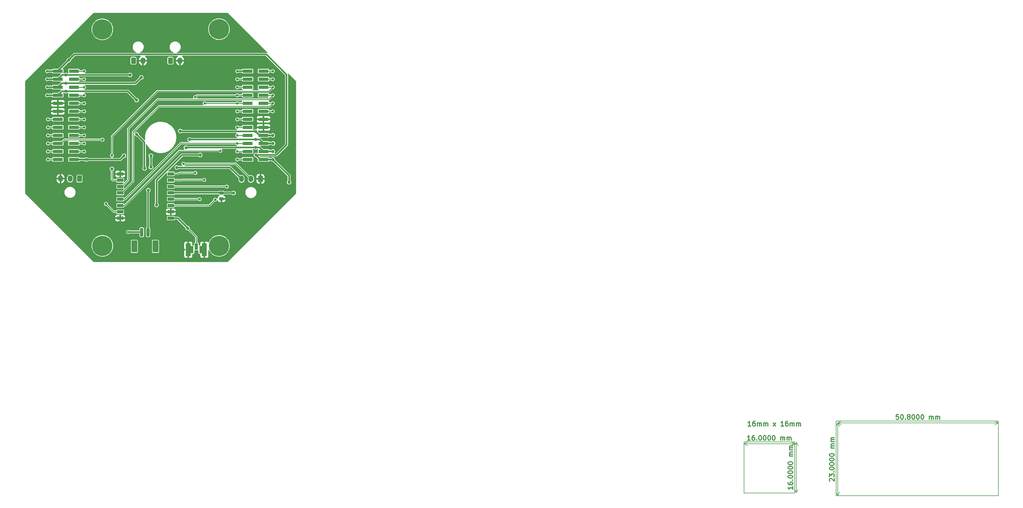
<source format=gbr>
%TF.GenerationSoftware,KiCad,Pcbnew,6.0.1*%
%TF.CreationDate,2022-02-10T22:23:25-06:00*%
%TF.ProjectId,COTS_TELEM,434f5453-5f54-4454-9c45-4d2e6b696361,rev?*%
%TF.SameCoordinates,Original*%
%TF.FileFunction,Copper,L1,Top*%
%TF.FilePolarity,Positive*%
%FSLAX46Y46*%
G04 Gerber Fmt 4.6, Leading zero omitted, Abs format (unit mm)*
G04 Created by KiCad (PCBNEW 6.0.1) date 2022-02-10 22:23:25*
%MOMM*%
%LPD*%
G01*
G04 APERTURE LIST*
G04 Aperture macros list*
%AMRoundRect*
0 Rectangle with rounded corners*
0 $1 Rounding radius*
0 $2 $3 $4 $5 $6 $7 $8 $9 X,Y pos of 4 corners*
0 Add a 4 corners polygon primitive as box body*
4,1,4,$2,$3,$4,$5,$6,$7,$8,$9,$2,$3,0*
0 Add four circle primitives for the rounded corners*
1,1,$1+$1,$2,$3*
1,1,$1+$1,$4,$5*
1,1,$1+$1,$6,$7*
1,1,$1+$1,$8,$9*
0 Add four rect primitives between the rounded corners*
20,1,$1+$1,$2,$3,$4,$5,0*
20,1,$1+$1,$4,$5,$6,$7,0*
20,1,$1+$1,$6,$7,$8,$9,0*
20,1,$1+$1,$8,$9,$2,$3,0*%
G04 Aperture macros list end*
%TA.AperFunction,NonConductor*%
%ADD10C,0.200000*%
%TD*%
%ADD11C,0.300000*%
%TA.AperFunction,NonConductor*%
%ADD12C,0.300000*%
%TD*%
%TA.AperFunction,SMDPad,CuDef*%
%ADD13RoundRect,0.250000X-0.475000X0.250000X-0.475000X-0.250000X0.475000X-0.250000X0.475000X0.250000X0*%
%TD*%
%TA.AperFunction,ComponentPad*%
%ADD14RoundRect,0.250001X0.499999X0.759999X-0.499999X0.759999X-0.499999X-0.759999X0.499999X-0.759999X0*%
%TD*%
%TA.AperFunction,ComponentPad*%
%ADD15O,1.500000X2.020000*%
%TD*%
%TA.AperFunction,SMDPad,CuDef*%
%ADD16R,3.150000X1.000000*%
%TD*%
%TA.AperFunction,SMDPad,CuDef*%
%ADD17RoundRect,0.250000X-0.250000X-1.100000X0.250000X-1.100000X0.250000X1.100000X-0.250000X1.100000X0*%
%TD*%
%TA.AperFunction,SMDPad,CuDef*%
%ADD18RoundRect,0.250000X-0.650000X-1.650000X0.650000X-1.650000X0.650000X1.650000X-0.650000X1.650000X0*%
%TD*%
%TA.AperFunction,SMDPad,CuDef*%
%ADD19R,2.000000X1.000000*%
%TD*%
%TA.AperFunction,SMDPad,CuDef*%
%ADD20C,1.000000*%
%TD*%
%TA.AperFunction,ComponentPad*%
%ADD21C,0.800000*%
%TD*%
%TA.AperFunction,ComponentPad*%
%ADD22C,6.400000*%
%TD*%
%TA.AperFunction,ComponentPad*%
%ADD23RoundRect,0.250001X-0.499999X-0.759999X0.499999X-0.759999X0.499999X0.759999X-0.499999X0.759999X0*%
%TD*%
%TA.AperFunction,SMDPad,CuDef*%
%ADD24R,1.016000X2.032000*%
%TD*%
%TA.AperFunction,SMDPad,CuDef*%
%ADD25R,1.524000X4.064000*%
%TD*%
%TA.AperFunction,ViaPad*%
%ADD26C,1.000000*%
%TD*%
%TA.AperFunction,ViaPad*%
%ADD27C,0.800000*%
%TD*%
%TA.AperFunction,Conductor*%
%ADD28C,0.500000*%
%TD*%
%TA.AperFunction,Conductor*%
%ADD29C,0.250000*%
%TD*%
G04 APERTURE END LIST*
D10*
X213600000Y-113300000D02*
X264900000Y-113300000D01*
X264900000Y-113300000D02*
X264900000Y-89700000D01*
X264900000Y-89700000D02*
X213600000Y-89700000D01*
X213600000Y-89700000D02*
X213600000Y-113300000D01*
X200500000Y-96300000D02*
X184500000Y-96300000D01*
X184500000Y-96300000D02*
X184500000Y-112500000D01*
X184500000Y-112500000D02*
X200500000Y-112500000D01*
X200500000Y-112500000D02*
X200500000Y-96300000D01*
D11*
D12*
X186635714Y-91278571D02*
X185778571Y-91278571D01*
X186207142Y-91278571D02*
X186207142Y-89778571D01*
X186064285Y-89992857D01*
X185921428Y-90135714D01*
X185778571Y-90207142D01*
X187921428Y-89778571D02*
X187635714Y-89778571D01*
X187492857Y-89850000D01*
X187421428Y-89921428D01*
X187278571Y-90135714D01*
X187207142Y-90421428D01*
X187207142Y-90992857D01*
X187278571Y-91135714D01*
X187350000Y-91207142D01*
X187492857Y-91278571D01*
X187778571Y-91278571D01*
X187921428Y-91207142D01*
X187992857Y-91135714D01*
X188064285Y-90992857D01*
X188064285Y-90635714D01*
X187992857Y-90492857D01*
X187921428Y-90421428D01*
X187778571Y-90350000D01*
X187492857Y-90350000D01*
X187350000Y-90421428D01*
X187278571Y-90492857D01*
X187207142Y-90635714D01*
X188707142Y-91278571D02*
X188707142Y-90278571D01*
X188707142Y-90421428D02*
X188778571Y-90350000D01*
X188921428Y-90278571D01*
X189135714Y-90278571D01*
X189278571Y-90350000D01*
X189350000Y-90492857D01*
X189350000Y-91278571D01*
X189350000Y-90492857D02*
X189421428Y-90350000D01*
X189564285Y-90278571D01*
X189778571Y-90278571D01*
X189921428Y-90350000D01*
X189992857Y-90492857D01*
X189992857Y-91278571D01*
X190707142Y-91278571D02*
X190707142Y-90278571D01*
X190707142Y-90421428D02*
X190778571Y-90350000D01*
X190921428Y-90278571D01*
X191135714Y-90278571D01*
X191278571Y-90350000D01*
X191350000Y-90492857D01*
X191350000Y-91278571D01*
X191350000Y-90492857D02*
X191421428Y-90350000D01*
X191564285Y-90278571D01*
X191778571Y-90278571D01*
X191921428Y-90350000D01*
X191992857Y-90492857D01*
X191992857Y-91278571D01*
X193707142Y-91278571D02*
X194492857Y-90278571D01*
X193707142Y-90278571D02*
X194492857Y-91278571D01*
X196992857Y-91278571D02*
X196135714Y-91278571D01*
X196564285Y-91278571D02*
X196564285Y-89778571D01*
X196421428Y-89992857D01*
X196278571Y-90135714D01*
X196135714Y-90207142D01*
X198278571Y-89778571D02*
X197992857Y-89778571D01*
X197850000Y-89850000D01*
X197778571Y-89921428D01*
X197635714Y-90135714D01*
X197564285Y-90421428D01*
X197564285Y-90992857D01*
X197635714Y-91135714D01*
X197707142Y-91207142D01*
X197850000Y-91278571D01*
X198135714Y-91278571D01*
X198278571Y-91207142D01*
X198350000Y-91135714D01*
X198421428Y-90992857D01*
X198421428Y-90635714D01*
X198350000Y-90492857D01*
X198278571Y-90421428D01*
X198135714Y-90350000D01*
X197850000Y-90350000D01*
X197707142Y-90421428D01*
X197635714Y-90492857D01*
X197564285Y-90635714D01*
X199064285Y-91278571D02*
X199064285Y-90278571D01*
X199064285Y-90421428D02*
X199135714Y-90350000D01*
X199278571Y-90278571D01*
X199492857Y-90278571D01*
X199635714Y-90350000D01*
X199707142Y-90492857D01*
X199707142Y-91278571D01*
X199707142Y-90492857D02*
X199778571Y-90350000D01*
X199921428Y-90278571D01*
X200135714Y-90278571D01*
X200278571Y-90350000D01*
X200350000Y-90492857D01*
X200350000Y-91278571D01*
X201064285Y-91278571D02*
X201064285Y-90278571D01*
X201064285Y-90421428D02*
X201135714Y-90350000D01*
X201278571Y-90278571D01*
X201492857Y-90278571D01*
X201635714Y-90350000D01*
X201707142Y-90492857D01*
X201707142Y-91278571D01*
X201707142Y-90492857D02*
X201778571Y-90350000D01*
X201921428Y-90278571D01*
X202135714Y-90278571D01*
X202278571Y-90350000D01*
X202350000Y-90492857D01*
X202350000Y-91278571D01*
D11*
D12*
X199878571Y-110471428D02*
X199878571Y-111328571D01*
X199878571Y-110900000D02*
X198378571Y-110900000D01*
X198592857Y-111042857D01*
X198735714Y-111185714D01*
X198807142Y-111328571D01*
X198378571Y-109185714D02*
X198378571Y-109471428D01*
X198450000Y-109614285D01*
X198521428Y-109685714D01*
X198735714Y-109828571D01*
X199021428Y-109900000D01*
X199592857Y-109900000D01*
X199735714Y-109828571D01*
X199807142Y-109757142D01*
X199878571Y-109614285D01*
X199878571Y-109328571D01*
X199807142Y-109185714D01*
X199735714Y-109114285D01*
X199592857Y-109042857D01*
X199235714Y-109042857D01*
X199092857Y-109114285D01*
X199021428Y-109185714D01*
X198950000Y-109328571D01*
X198950000Y-109614285D01*
X199021428Y-109757142D01*
X199092857Y-109828571D01*
X199235714Y-109900000D01*
X199735714Y-108400000D02*
X199807142Y-108328571D01*
X199878571Y-108400000D01*
X199807142Y-108471428D01*
X199735714Y-108400000D01*
X199878571Y-108400000D01*
X198378571Y-107400000D02*
X198378571Y-107257142D01*
X198450000Y-107114285D01*
X198521428Y-107042857D01*
X198664285Y-106971428D01*
X198950000Y-106900000D01*
X199307142Y-106900000D01*
X199592857Y-106971428D01*
X199735714Y-107042857D01*
X199807142Y-107114285D01*
X199878571Y-107257142D01*
X199878571Y-107400000D01*
X199807142Y-107542857D01*
X199735714Y-107614285D01*
X199592857Y-107685714D01*
X199307142Y-107757142D01*
X198950000Y-107757142D01*
X198664285Y-107685714D01*
X198521428Y-107614285D01*
X198450000Y-107542857D01*
X198378571Y-107400000D01*
X198378571Y-105971428D02*
X198378571Y-105828571D01*
X198450000Y-105685714D01*
X198521428Y-105614285D01*
X198664285Y-105542857D01*
X198950000Y-105471428D01*
X199307142Y-105471428D01*
X199592857Y-105542857D01*
X199735714Y-105614285D01*
X199807142Y-105685714D01*
X199878571Y-105828571D01*
X199878571Y-105971428D01*
X199807142Y-106114285D01*
X199735714Y-106185714D01*
X199592857Y-106257142D01*
X199307142Y-106328571D01*
X198950000Y-106328571D01*
X198664285Y-106257142D01*
X198521428Y-106185714D01*
X198450000Y-106114285D01*
X198378571Y-105971428D01*
X198378571Y-104542857D02*
X198378571Y-104400000D01*
X198450000Y-104257142D01*
X198521428Y-104185714D01*
X198664285Y-104114285D01*
X198950000Y-104042857D01*
X199307142Y-104042857D01*
X199592857Y-104114285D01*
X199735714Y-104185714D01*
X199807142Y-104257142D01*
X199878571Y-104400000D01*
X199878571Y-104542857D01*
X199807142Y-104685714D01*
X199735714Y-104757142D01*
X199592857Y-104828571D01*
X199307142Y-104900000D01*
X198950000Y-104900000D01*
X198664285Y-104828571D01*
X198521428Y-104757142D01*
X198450000Y-104685714D01*
X198378571Y-104542857D01*
X198378571Y-103114285D02*
X198378571Y-102971428D01*
X198450000Y-102828571D01*
X198521428Y-102757142D01*
X198664285Y-102685714D01*
X198950000Y-102614285D01*
X199307142Y-102614285D01*
X199592857Y-102685714D01*
X199735714Y-102757142D01*
X199807142Y-102828571D01*
X199878571Y-102971428D01*
X199878571Y-103114285D01*
X199807142Y-103257142D01*
X199735714Y-103328571D01*
X199592857Y-103400000D01*
X199307142Y-103471428D01*
X198950000Y-103471428D01*
X198664285Y-103400000D01*
X198521428Y-103328571D01*
X198450000Y-103257142D01*
X198378571Y-103114285D01*
X199878571Y-100828571D02*
X198878571Y-100828571D01*
X199021428Y-100828571D02*
X198950000Y-100757142D01*
X198878571Y-100614285D01*
X198878571Y-100400000D01*
X198950000Y-100257142D01*
X199092857Y-100185714D01*
X199878571Y-100185714D01*
X199092857Y-100185714D02*
X198950000Y-100114285D01*
X198878571Y-99971428D01*
X198878571Y-99757142D01*
X198950000Y-99614285D01*
X199092857Y-99542857D01*
X199878571Y-99542857D01*
X199878571Y-98828571D02*
X198878571Y-98828571D01*
X199021428Y-98828571D02*
X198950000Y-98757142D01*
X198878571Y-98614285D01*
X198878571Y-98400000D01*
X198950000Y-98257142D01*
X199092857Y-98185714D01*
X199878571Y-98185714D01*
X199092857Y-98185714D02*
X198950000Y-98114285D01*
X198878571Y-97971428D01*
X198878571Y-97757142D01*
X198950000Y-97614285D01*
X199092857Y-97542857D01*
X199878571Y-97542857D01*
D10*
X200500000Y-112400000D02*
X200413580Y-112400000D01*
X200500000Y-96400000D02*
X200413580Y-96400000D01*
X201000000Y-112400000D02*
X201000000Y-96400000D01*
X201000000Y-112400000D02*
X201000000Y-96400000D01*
X201000000Y-112400000D02*
X201586421Y-111273496D01*
X201000000Y-112400000D02*
X200413579Y-111273496D01*
X201000000Y-96400000D02*
X200413579Y-97526504D01*
X201000000Y-96400000D02*
X201586421Y-97526504D01*
D11*
D12*
X186428571Y-95778571D02*
X185571428Y-95778571D01*
X186000000Y-95778571D02*
X186000000Y-94278571D01*
X185857142Y-94492857D01*
X185714285Y-94635714D01*
X185571428Y-94707142D01*
X187714285Y-94278571D02*
X187428571Y-94278571D01*
X187285714Y-94350000D01*
X187214285Y-94421428D01*
X187071428Y-94635714D01*
X187000000Y-94921428D01*
X187000000Y-95492857D01*
X187071428Y-95635714D01*
X187142857Y-95707142D01*
X187285714Y-95778571D01*
X187571428Y-95778571D01*
X187714285Y-95707142D01*
X187785714Y-95635714D01*
X187857142Y-95492857D01*
X187857142Y-95135714D01*
X187785714Y-94992857D01*
X187714285Y-94921428D01*
X187571428Y-94850000D01*
X187285714Y-94850000D01*
X187142857Y-94921428D01*
X187071428Y-94992857D01*
X187000000Y-95135714D01*
X188500000Y-95635714D02*
X188571428Y-95707142D01*
X188500000Y-95778571D01*
X188428571Y-95707142D01*
X188500000Y-95635714D01*
X188500000Y-95778571D01*
X189500000Y-94278571D02*
X189642857Y-94278571D01*
X189785714Y-94350000D01*
X189857142Y-94421428D01*
X189928571Y-94564285D01*
X190000000Y-94850000D01*
X190000000Y-95207142D01*
X189928571Y-95492857D01*
X189857142Y-95635714D01*
X189785714Y-95707142D01*
X189642857Y-95778571D01*
X189500000Y-95778571D01*
X189357142Y-95707142D01*
X189285714Y-95635714D01*
X189214285Y-95492857D01*
X189142857Y-95207142D01*
X189142857Y-94850000D01*
X189214285Y-94564285D01*
X189285714Y-94421428D01*
X189357142Y-94350000D01*
X189500000Y-94278571D01*
X190928571Y-94278571D02*
X191071428Y-94278571D01*
X191214285Y-94350000D01*
X191285714Y-94421428D01*
X191357142Y-94564285D01*
X191428571Y-94850000D01*
X191428571Y-95207142D01*
X191357142Y-95492857D01*
X191285714Y-95635714D01*
X191214285Y-95707142D01*
X191071428Y-95778571D01*
X190928571Y-95778571D01*
X190785714Y-95707142D01*
X190714285Y-95635714D01*
X190642857Y-95492857D01*
X190571428Y-95207142D01*
X190571428Y-94850000D01*
X190642857Y-94564285D01*
X190714285Y-94421428D01*
X190785714Y-94350000D01*
X190928571Y-94278571D01*
X192357142Y-94278571D02*
X192500000Y-94278571D01*
X192642857Y-94350000D01*
X192714285Y-94421428D01*
X192785714Y-94564285D01*
X192857142Y-94850000D01*
X192857142Y-95207142D01*
X192785714Y-95492857D01*
X192714285Y-95635714D01*
X192642857Y-95707142D01*
X192500000Y-95778571D01*
X192357142Y-95778571D01*
X192214285Y-95707142D01*
X192142857Y-95635714D01*
X192071428Y-95492857D01*
X192000000Y-95207142D01*
X192000000Y-94850000D01*
X192071428Y-94564285D01*
X192142857Y-94421428D01*
X192214285Y-94350000D01*
X192357142Y-94278571D01*
X193785714Y-94278571D02*
X193928571Y-94278571D01*
X194071428Y-94350000D01*
X194142857Y-94421428D01*
X194214285Y-94564285D01*
X194285714Y-94850000D01*
X194285714Y-95207142D01*
X194214285Y-95492857D01*
X194142857Y-95635714D01*
X194071428Y-95707142D01*
X193928571Y-95778571D01*
X193785714Y-95778571D01*
X193642857Y-95707142D01*
X193571428Y-95635714D01*
X193500000Y-95492857D01*
X193428571Y-95207142D01*
X193428571Y-94850000D01*
X193500000Y-94564285D01*
X193571428Y-94421428D01*
X193642857Y-94350000D01*
X193785714Y-94278571D01*
X196071428Y-95778571D02*
X196071428Y-94778571D01*
X196071428Y-94921428D02*
X196142857Y-94850000D01*
X196285714Y-94778571D01*
X196500000Y-94778571D01*
X196642857Y-94850000D01*
X196714285Y-94992857D01*
X196714285Y-95778571D01*
X196714285Y-94992857D02*
X196785714Y-94850000D01*
X196928571Y-94778571D01*
X197142857Y-94778571D01*
X197285714Y-94850000D01*
X197357142Y-94992857D01*
X197357142Y-95778571D01*
X198071428Y-95778571D02*
X198071428Y-94778571D01*
X198071428Y-94921428D02*
X198142857Y-94850000D01*
X198285714Y-94778571D01*
X198500000Y-94778571D01*
X198642857Y-94850000D01*
X198714285Y-94992857D01*
X198714285Y-95778571D01*
X198714285Y-94992857D02*
X198785714Y-94850000D01*
X198928571Y-94778571D01*
X199142857Y-94778571D01*
X199285714Y-94850000D01*
X199357142Y-94992857D01*
X199357142Y-95778571D01*
D10*
X184500000Y-96400000D02*
X184500000Y-96313580D01*
X200500000Y-96400000D02*
X200500000Y-96313580D01*
X184500000Y-96900000D02*
X200500000Y-96900000D01*
X184500000Y-96900000D02*
X200500000Y-96900000D01*
X184500000Y-96900000D02*
X185626504Y-97486421D01*
X184500000Y-96900000D02*
X185626504Y-96313579D01*
X200500000Y-96900000D02*
X199373496Y-96313579D01*
X200500000Y-96900000D02*
X199373496Y-97486421D01*
D11*
D12*
X233357142Y-87678571D02*
X232642857Y-87678571D01*
X232571428Y-88392857D01*
X232642857Y-88321428D01*
X232785714Y-88250000D01*
X233142857Y-88250000D01*
X233285714Y-88321428D01*
X233357142Y-88392857D01*
X233428571Y-88535714D01*
X233428571Y-88892857D01*
X233357142Y-89035714D01*
X233285714Y-89107142D01*
X233142857Y-89178571D01*
X232785714Y-89178571D01*
X232642857Y-89107142D01*
X232571428Y-89035714D01*
X234357142Y-87678571D02*
X234500000Y-87678571D01*
X234642857Y-87750000D01*
X234714285Y-87821428D01*
X234785714Y-87964285D01*
X234857142Y-88250000D01*
X234857142Y-88607142D01*
X234785714Y-88892857D01*
X234714285Y-89035714D01*
X234642857Y-89107142D01*
X234500000Y-89178571D01*
X234357142Y-89178571D01*
X234214285Y-89107142D01*
X234142857Y-89035714D01*
X234071428Y-88892857D01*
X234000000Y-88607142D01*
X234000000Y-88250000D01*
X234071428Y-87964285D01*
X234142857Y-87821428D01*
X234214285Y-87750000D01*
X234357142Y-87678571D01*
X235500000Y-89035714D02*
X235571428Y-89107142D01*
X235500000Y-89178571D01*
X235428571Y-89107142D01*
X235500000Y-89035714D01*
X235500000Y-89178571D01*
X236428571Y-88321428D02*
X236285714Y-88250000D01*
X236214285Y-88178571D01*
X236142857Y-88035714D01*
X236142857Y-87964285D01*
X236214285Y-87821428D01*
X236285714Y-87750000D01*
X236428571Y-87678571D01*
X236714285Y-87678571D01*
X236857142Y-87750000D01*
X236928571Y-87821428D01*
X237000000Y-87964285D01*
X237000000Y-88035714D01*
X236928571Y-88178571D01*
X236857142Y-88250000D01*
X236714285Y-88321428D01*
X236428571Y-88321428D01*
X236285714Y-88392857D01*
X236214285Y-88464285D01*
X236142857Y-88607142D01*
X236142857Y-88892857D01*
X236214285Y-89035714D01*
X236285714Y-89107142D01*
X236428571Y-89178571D01*
X236714285Y-89178571D01*
X236857142Y-89107142D01*
X236928571Y-89035714D01*
X237000000Y-88892857D01*
X237000000Y-88607142D01*
X236928571Y-88464285D01*
X236857142Y-88392857D01*
X236714285Y-88321428D01*
X237928571Y-87678571D02*
X238071428Y-87678571D01*
X238214285Y-87750000D01*
X238285714Y-87821428D01*
X238357142Y-87964285D01*
X238428571Y-88250000D01*
X238428571Y-88607142D01*
X238357142Y-88892857D01*
X238285714Y-89035714D01*
X238214285Y-89107142D01*
X238071428Y-89178571D01*
X237928571Y-89178571D01*
X237785714Y-89107142D01*
X237714285Y-89035714D01*
X237642857Y-88892857D01*
X237571428Y-88607142D01*
X237571428Y-88250000D01*
X237642857Y-87964285D01*
X237714285Y-87821428D01*
X237785714Y-87750000D01*
X237928571Y-87678571D01*
X239357142Y-87678571D02*
X239500000Y-87678571D01*
X239642857Y-87750000D01*
X239714285Y-87821428D01*
X239785714Y-87964285D01*
X239857142Y-88250000D01*
X239857142Y-88607142D01*
X239785714Y-88892857D01*
X239714285Y-89035714D01*
X239642857Y-89107142D01*
X239500000Y-89178571D01*
X239357142Y-89178571D01*
X239214285Y-89107142D01*
X239142857Y-89035714D01*
X239071428Y-88892857D01*
X239000000Y-88607142D01*
X239000000Y-88250000D01*
X239071428Y-87964285D01*
X239142857Y-87821428D01*
X239214285Y-87750000D01*
X239357142Y-87678571D01*
X240785714Y-87678571D02*
X240928571Y-87678571D01*
X241071428Y-87750000D01*
X241142857Y-87821428D01*
X241214285Y-87964285D01*
X241285714Y-88250000D01*
X241285714Y-88607142D01*
X241214285Y-88892857D01*
X241142857Y-89035714D01*
X241071428Y-89107142D01*
X240928571Y-89178571D01*
X240785714Y-89178571D01*
X240642857Y-89107142D01*
X240571428Y-89035714D01*
X240500000Y-88892857D01*
X240428571Y-88607142D01*
X240428571Y-88250000D01*
X240500000Y-87964285D01*
X240571428Y-87821428D01*
X240642857Y-87750000D01*
X240785714Y-87678571D01*
X243071428Y-89178571D02*
X243071428Y-88178571D01*
X243071428Y-88321428D02*
X243142857Y-88250000D01*
X243285714Y-88178571D01*
X243500000Y-88178571D01*
X243642857Y-88250000D01*
X243714285Y-88392857D01*
X243714285Y-89178571D01*
X243714285Y-88392857D02*
X243785714Y-88250000D01*
X243928571Y-88178571D01*
X244142857Y-88178571D01*
X244285714Y-88250000D01*
X244357142Y-88392857D01*
X244357142Y-89178571D01*
X245071428Y-89178571D02*
X245071428Y-88178571D01*
X245071428Y-88321428D02*
X245142857Y-88250000D01*
X245285714Y-88178571D01*
X245500000Y-88178571D01*
X245642857Y-88250000D01*
X245714285Y-88392857D01*
X245714285Y-89178571D01*
X245714285Y-88392857D02*
X245785714Y-88250000D01*
X245928571Y-88178571D01*
X246142857Y-88178571D01*
X246285714Y-88250000D01*
X246357142Y-88392857D01*
X246357142Y-89178571D01*
D10*
X214100000Y-89800000D02*
X214100000Y-89713580D01*
X264900000Y-89800000D02*
X264900000Y-89713580D01*
X214100000Y-90300000D02*
X264900000Y-90300000D01*
X214100000Y-90300000D02*
X264900000Y-90300000D01*
X214100000Y-90300000D02*
X215226504Y-90886421D01*
X214100000Y-90300000D02*
X215226504Y-89713579D01*
X264900000Y-90300000D02*
X263773496Y-89713579D01*
X264900000Y-90300000D02*
X263773496Y-90886421D01*
D11*
D12*
X211621428Y-108728571D02*
X211550000Y-108657142D01*
X211478571Y-108514285D01*
X211478571Y-108157142D01*
X211550000Y-108014285D01*
X211621428Y-107942857D01*
X211764285Y-107871428D01*
X211907142Y-107871428D01*
X212121428Y-107942857D01*
X212978571Y-108800000D01*
X212978571Y-107871428D01*
X211478571Y-107371428D02*
X211478571Y-106442857D01*
X212050000Y-106942857D01*
X212050000Y-106728571D01*
X212121428Y-106585714D01*
X212192857Y-106514285D01*
X212335714Y-106442857D01*
X212692857Y-106442857D01*
X212835714Y-106514285D01*
X212907142Y-106585714D01*
X212978571Y-106728571D01*
X212978571Y-107157142D01*
X212907142Y-107300000D01*
X212835714Y-107371428D01*
X212835714Y-105800000D02*
X212907142Y-105728571D01*
X212978571Y-105800000D01*
X212907142Y-105871428D01*
X212835714Y-105800000D01*
X212978571Y-105800000D01*
X211478571Y-104800000D02*
X211478571Y-104657142D01*
X211550000Y-104514285D01*
X211621428Y-104442857D01*
X211764285Y-104371428D01*
X212050000Y-104300000D01*
X212407142Y-104300000D01*
X212692857Y-104371428D01*
X212835714Y-104442857D01*
X212907142Y-104514285D01*
X212978571Y-104657142D01*
X212978571Y-104800000D01*
X212907142Y-104942857D01*
X212835714Y-105014285D01*
X212692857Y-105085714D01*
X212407142Y-105157142D01*
X212050000Y-105157142D01*
X211764285Y-105085714D01*
X211621428Y-105014285D01*
X211550000Y-104942857D01*
X211478571Y-104800000D01*
X211478571Y-103371428D02*
X211478571Y-103228571D01*
X211550000Y-103085714D01*
X211621428Y-103014285D01*
X211764285Y-102942857D01*
X212050000Y-102871428D01*
X212407142Y-102871428D01*
X212692857Y-102942857D01*
X212835714Y-103014285D01*
X212907142Y-103085714D01*
X212978571Y-103228571D01*
X212978571Y-103371428D01*
X212907142Y-103514285D01*
X212835714Y-103585714D01*
X212692857Y-103657142D01*
X212407142Y-103728571D01*
X212050000Y-103728571D01*
X211764285Y-103657142D01*
X211621428Y-103585714D01*
X211550000Y-103514285D01*
X211478571Y-103371428D01*
X211478571Y-101942857D02*
X211478571Y-101800000D01*
X211550000Y-101657142D01*
X211621428Y-101585714D01*
X211764285Y-101514285D01*
X212050000Y-101442857D01*
X212407142Y-101442857D01*
X212692857Y-101514285D01*
X212835714Y-101585714D01*
X212907142Y-101657142D01*
X212978571Y-101800000D01*
X212978571Y-101942857D01*
X212907142Y-102085714D01*
X212835714Y-102157142D01*
X212692857Y-102228571D01*
X212407142Y-102300000D01*
X212050000Y-102300000D01*
X211764285Y-102228571D01*
X211621428Y-102157142D01*
X211550000Y-102085714D01*
X211478571Y-101942857D01*
X211478571Y-100514285D02*
X211478571Y-100371428D01*
X211550000Y-100228571D01*
X211621428Y-100157142D01*
X211764285Y-100085714D01*
X212050000Y-100014285D01*
X212407142Y-100014285D01*
X212692857Y-100085714D01*
X212835714Y-100157142D01*
X212907142Y-100228571D01*
X212978571Y-100371428D01*
X212978571Y-100514285D01*
X212907142Y-100657142D01*
X212835714Y-100728571D01*
X212692857Y-100800000D01*
X212407142Y-100871428D01*
X212050000Y-100871428D01*
X211764285Y-100800000D01*
X211621428Y-100728571D01*
X211550000Y-100657142D01*
X211478571Y-100514285D01*
X212978571Y-98228571D02*
X211978571Y-98228571D01*
X212121428Y-98228571D02*
X212050000Y-98157142D01*
X211978571Y-98014285D01*
X211978571Y-97800000D01*
X212050000Y-97657142D01*
X212192857Y-97585714D01*
X212978571Y-97585714D01*
X212192857Y-97585714D02*
X212050000Y-97514285D01*
X211978571Y-97371428D01*
X211978571Y-97157142D01*
X212050000Y-97014285D01*
X212192857Y-96942857D01*
X212978571Y-96942857D01*
X212978571Y-96228571D02*
X211978571Y-96228571D01*
X212121428Y-96228571D02*
X212050000Y-96157142D01*
X211978571Y-96014285D01*
X211978571Y-95800000D01*
X212050000Y-95657142D01*
X212192857Y-95585714D01*
X212978571Y-95585714D01*
X212192857Y-95585714D02*
X212050000Y-95514285D01*
X211978571Y-95371428D01*
X211978571Y-95157142D01*
X212050000Y-95014285D01*
X212192857Y-94942857D01*
X212978571Y-94942857D01*
D10*
X213600000Y-113300000D02*
X213513580Y-113300000D01*
X213600000Y-90300000D02*
X213513580Y-90300000D01*
X214100000Y-113300000D02*
X214100000Y-90300000D01*
X214100000Y-113300000D02*
X214100000Y-90300000D01*
X214100000Y-113300000D02*
X214686421Y-112173496D01*
X214100000Y-113300000D02*
X213513579Y-112173496D01*
X214100000Y-90300000D02*
X213513579Y-91426504D01*
X214100000Y-90300000D02*
X214686421Y-91426504D01*
%TO.C,X1*%
G36*
X14556600Y-36643600D02*
G01*
X12243600Y-36643600D01*
X12243600Y-34357600D01*
X14556600Y-34357600D01*
X14556600Y-36643600D01*
G37*
G36*
X10316400Y-36643600D02*
G01*
X8003400Y-36643600D01*
X8003400Y-34357600D01*
X10316400Y-34357600D01*
X10316400Y-36643600D01*
G37*
%TD*%
D13*
%TO.P,C1,1*%
%TO.N,/3V3*%
X19230000Y-17560000D03*
%TO.P,C1,2*%
%TO.N,GND*%
X19230000Y-19460000D03*
%TD*%
D14*
%TO.P,J9,1,Pin_1*%
%TO.N,GND*%
X31550000Y-13114107D03*
D15*
%TO.P,J9,2,Pin_2*%
%TO.N,/SERVO2*%
X28550000Y-13114107D03*
%TO.P,J9,3,Pin_3*%
%TO.N,6V_AC_SERVO2*%
X25550000Y-13114107D03*
%TD*%
D16*
%TO.P,J1,1,Pin_1*%
%TO.N,/VBAT*%
X32525000Y-6970000D03*
%TO.P,J1,2,Pin_2*%
%TO.N,/B2B_UART_SDI*%
X27475000Y-6970000D03*
%TO.P,J1,3,Pin_3*%
%TO.N,/9V*%
X32525000Y-4430000D03*
%TO.P,J1,4,Pin_4*%
%TO.N,/B2B_UART_SDO*%
X27475000Y-4430000D03*
%TO.P,J1,5,Pin_5*%
%TO.N,/5V*%
X32525000Y-1890000D03*
%TO.P,J1,6,Pin_6*%
%TO.N,/TELEM_CS*%
X27475000Y-1890000D03*
%TO.P,J1,7,Pin_7*%
%TO.N,/3V3*%
X32525000Y650000D03*
%TO.P,J1,8,Pin_8*%
%TO.N,/TELEM_INT*%
X27475000Y650000D03*
%TO.P,J1,9,Pin_9*%
%TO.N,GND*%
X32525000Y3190000D03*
%TO.P,J1,10,Pin_10*%
%TO.N,/TELEM_RST*%
X27475000Y3190000D03*
%TO.P,J1,11,Pin_11*%
%TO.N,GND*%
X32525000Y5730000D03*
%TO.P,J1,12,Pin_12*%
%TO.N,/POWER_STATE*%
X27475000Y5730000D03*
%TO.P,J1,13,Pin_13*%
%TO.N,/CONT_3V3*%
X32525000Y8270000D03*
%TO.P,J1,14,Pin_14*%
%TO.N,/POWER_RESET*%
X27475000Y8270000D03*
%TO.P,J1,15,Pin_15*%
%TO.N,/B2B_SPI_SCK*%
X32525000Y10810000D03*
%TO.P,J1,16,Pin_16*%
%TO.N,/TELEM_GPIO_1*%
X27475000Y10810000D03*
%TO.P,J1,17,Pin_17*%
%TO.N,/B2B_SPI_MOSI*%
X32525000Y13350000D03*
%TO.P,J1,18,Pin_18*%
%TO.N,/TELEM_GPIO_2*%
X27475000Y13350000D03*
%TO.P,J1,19,Pin_19*%
%TO.N,/B2B_SPI_MISO*%
X32525000Y15890000D03*
%TO.P,J1,20,Pin_20*%
%TO.N,/TELEM_GPIO_3*%
X27475000Y15890000D03*
%TO.P,J1,21,Pin_21*%
%TO.N,/B2B_I2C_SCL*%
X32525000Y18430000D03*
%TO.P,J1,22,Pin_22*%
%TO.N,/TELEM_GPIO_4*%
X27475000Y18430000D03*
%TO.P,J1,23,Pin_23*%
%TO.N,/B2B_I2C_SDA*%
X32525000Y20970000D03*
%TO.P,J1,24,Pin_24*%
%TO.N,6V_AC_SERVO1*%
X27475000Y20970000D03*
%TD*%
D17*
%TO.P,J11,1,Pin_1*%
%TO.N,/VBAT*%
X-6000000Y-30000000D03*
%TO.P,J11,2,Pin_2*%
%TO.N,Net-(J10-Pad1)*%
X-4000000Y-30000000D03*
D18*
%TO.P,J11,MP*%
%TO.N,N/C*%
X-8350000Y-34450000D03*
X-1650000Y-34450000D03*
%TD*%
D19*
%TO.P,U1,1,GND*%
%TO.N,GND*%
X-12810000Y-11530000D03*
%TO.P,U1,2,MISO*%
%TO.N,/B2B_SPI_MISO*%
X-12810000Y-13530000D03*
%TO.P,U1,3,MOSI*%
%TO.N,/B2B_SPI_MOSI*%
X-12810000Y-15530000D03*
%TO.P,U1,4,SCK*%
%TO.N,/B2B_SPI_SCK*%
X-12810000Y-17530000D03*
%TO.P,U1,5,NSS*%
%TO.N,/TELEM_CS*%
X-12810000Y-19530000D03*
%TO.P,U1,6,RESET*%
%TO.N,/TELEM_RST*%
X-12810000Y-21530000D03*
%TO.P,U1,7,DIO5*%
%TO.N,/TELEM_GPIO_5*%
X-12810000Y-23530000D03*
%TO.P,U1,8,GND*%
%TO.N,GND*%
X-12810000Y-25530000D03*
%TO.P,U1,9,ANT*%
%TO.N,Net-(JP1-Pad1)*%
X3190000Y-25530000D03*
%TO.P,U1,10,GND*%
%TO.N,GND*%
X3190000Y-23530000D03*
%TO.P,U1,11,DIO3*%
%TO.N,/TELEM_GPIO_3*%
X3190000Y-21530000D03*
%TO.P,U1,12,DIO4*%
%TO.N,/TELEM_GPIO_4*%
X3190000Y-19530000D03*
%TO.P,U1,13,3.3V*%
%TO.N,/3V3*%
X3190000Y-17530000D03*
%TO.P,U1,14,DIO0*%
%TO.N,/TELEM_INT*%
X3190000Y-15530000D03*
%TO.P,U1,15,DIO1*%
%TO.N,/TELEM_GPIO_1*%
X3190000Y-13530000D03*
%TO.P,U1,16,DIO2*%
%TO.N,/TELEM_GPIO_2*%
X3190000Y-11530000D03*
%TD*%
D14*
%TO.P,J7,1,Pin_1*%
%TO.N,6V_AC_SERVO1*%
X-25660000Y-13040000D03*
D15*
%TO.P,J7,2,Pin_2*%
%TO.N,/SERVO1*%
X-28660000Y-13040000D03*
%TO.P,J7,3,Pin_3*%
%TO.N,GND*%
X-31660000Y-13040000D03*
%TD*%
D20*
%TO.P,JP1,1,Pin_1*%
%TO.N,Net-(JP1-Pad1)*%
X8525000Y-28725000D03*
%TD*%
D21*
%TO.P,REF\u002A\u002A,1*%
%TO.N,N/C*%
X-16742944Y-35997056D03*
X-18440000Y-36700000D03*
X-16040000Y-34300000D03*
X-20137056Y-32602944D03*
X-16742944Y-32602944D03*
X-20840000Y-34300000D03*
X-18440000Y-31900000D03*
D22*
X-18440000Y-34300000D03*
D21*
X-20137056Y-35997056D03*
%TD*%
D23*
%TO.P,J10,1,Pin_1*%
%TO.N,Net-(J10-Pad1)*%
X3090000Y24280000D03*
D15*
%TO.P,J10,2,Pin_2*%
%TO.N,GND*%
X6090000Y24280000D03*
%TD*%
D23*
%TO.P,J8,1,Pin_1*%
%TO.N,Net-(J10-Pad1)*%
X-8600000Y24280000D03*
D15*
%TO.P,J8,2,Pin_2*%
%TO.N,GND*%
X-5600000Y24280000D03*
%TD*%
D21*
%TO.P,REF\u002A\u002A,1*%
%TO.N,N/C*%
X16742944Y32552944D03*
X18440000Y31850000D03*
X20137056Y35947056D03*
X16742944Y35947056D03*
X16040000Y34250000D03*
X20137056Y32552944D03*
D22*
X18440000Y34250000D03*
D21*
X20840000Y34250000D03*
X18440000Y36650000D03*
%TD*%
D24*
%TO.P,X1,ANTENNA,ANT*%
%TO.N,Net-(JP1-Pad1)*%
X11280000Y-34510000D03*
D25*
%TO.P,X1,GND1*%
%TO.N,GND*%
X13820000Y-35526000D03*
%TO.P,X1,GND2*%
X8740000Y-35526000D03*
%TD*%
D22*
%TO.P,REF\u002A\u002A,1*%
%TO.N,N/C*%
X18450000Y-34300000D03*
D21*
X18450000Y-31900000D03*
X16752944Y-35997056D03*
X18450000Y-36700000D03*
X20850000Y-34300000D03*
X16752944Y-32602944D03*
X16050000Y-34300000D03*
X20147056Y-35997056D03*
X20147056Y-32602944D03*
%TD*%
D16*
%TO.P,J3,1,Pin_1*%
%TO.N,/VBAT*%
X-32525000Y20970000D03*
%TO.P,J3,2,Pin_2*%
%TO.N,/B2B_GPIO_10*%
X-27475000Y20970000D03*
%TO.P,J3,3,Pin_3*%
%TO.N,/9V*%
X-32525000Y18430000D03*
%TO.P,J3,4,Pin_4*%
%TO.N,/B2B_GPIO_11*%
X-27475000Y18430000D03*
%TO.P,J3,5,Pin_5*%
%TO.N,/5V*%
X-32525000Y15890000D03*
%TO.P,J3,6,Pin_6*%
%TO.N,/B2B_GPIO_12*%
X-27475000Y15890000D03*
%TO.P,J3,7,Pin_7*%
%TO.N,/3V3*%
X-32525000Y13350000D03*
%TO.P,J3,8,Pin_8*%
%TO.N,/B2B_GPIO_13*%
X-27475000Y13350000D03*
%TO.P,J3,9,Pin_9*%
%TO.N,GND*%
X-32525000Y10810000D03*
%TO.P,J3,10,Pin_10*%
%TO.N,/B2B_GPIO_14*%
X-27475000Y10810000D03*
%TO.P,J3,11,Pin_11*%
%TO.N,GND*%
X-32525000Y8270000D03*
%TO.P,J3,12,Pin_12*%
%TO.N,/B2B_GPIO_15*%
X-27475000Y8270000D03*
%TO.P,J3,13,Pin_13*%
%TO.N,/CONT_GND*%
X-32525000Y5730000D03*
%TO.P,J3,14,Pin_14*%
%TO.N,/B2B_GPIO_16*%
X-27475000Y5730000D03*
%TO.P,J3,15,Pin_15*%
%TO.N,/TELEM_GPIO_5*%
X-32525000Y3190000D03*
%TO.P,J3,16,Pin_16*%
%TO.N,/B2B_GPIO_17*%
X-27475000Y3190000D03*
%TO.P,J3,17,Pin_17*%
%TO.N,/SERVO1*%
X-32525000Y650000D03*
%TO.P,J3,18,Pin_18*%
%TO.N,/B2B_GPIO_18*%
X-27475000Y650000D03*
%TO.P,J3,19,Pin_19*%
%TO.N,/SERVO2*%
X-32525000Y-1890000D03*
%TO.P,J3,20,Pin_20*%
%TO.N,/B2B_GPIO_19*%
X-27475000Y-1890000D03*
%TO.P,J3,21,Pin_21*%
%TO.N,/B2B_GPIO_8*%
X-32525000Y-4430000D03*
%TO.P,J3,22,Pin_22*%
%TO.N,/B2B_GPIO_20*%
X-27475000Y-4430000D03*
%TO.P,J3,23,Pin_23*%
%TO.N,/B2B_GPIO_9*%
X-32525000Y-6970000D03*
%TO.P,J3,24,Pin_24*%
%TO.N,6V_AC_SERVO2*%
X-27475000Y-6970000D03*
%TD*%
D21*
%TO.P,REF\u002A\u002A,1*%
%TO.N,N/C*%
X-18450000Y31790000D03*
D22*
X-18450000Y34190000D03*
D21*
X-16752944Y35887056D03*
X-18450000Y36590000D03*
X-20850000Y34190000D03*
X-20147056Y35887056D03*
X-16752944Y32492944D03*
X-20147056Y32492944D03*
X-16050000Y34190000D03*
%TD*%
D26*
%TO.N,/VBAT*%
X35470000Y-6970000D03*
X30110000Y-5550000D03*
D27*
X-35890000Y20970000D03*
X-10300000Y-29900000D03*
D26*
X40600000Y-14200000D03*
X-29065000Y24465000D03*
D27*
%TO.N,/TELEM_GPIO_1*%
X13800000Y-13450000D03*
X13920000Y10810000D03*
X24210000Y10810000D03*
D26*
%TO.N,/9V*%
X-30000000Y19750000D03*
X35460000Y-4430000D03*
X30072000Y-3180000D03*
D27*
X-35890000Y18430000D03*
D26*
X7990000Y-3230000D03*
X-9690000Y19750000D03*
D27*
%TO.N,/TELEM_GPIO_2*%
X10950000Y-11250000D03*
X24210000Y13350000D03*
X10900000Y12704500D03*
D26*
%TO.N,/5V*%
X-6100000Y19000000D03*
X35500000Y-1890000D03*
X30072000Y-640000D03*
D27*
X-35890000Y15900000D03*
D26*
X9170000Y-670000D03*
X-30010000Y17130000D03*
D27*
%TO.N,/TELEM_GPIO_3*%
X17230000Y-19670000D03*
X24210000Y15890000D03*
D26*
%TO.N,/3V3*%
X35453000Y650000D03*
X6200000Y2010000D03*
X23050000Y-17560000D03*
X30072000Y1900000D03*
D27*
X-35900000Y13330000D03*
D26*
X-30010000Y14610000D03*
X-7600000Y11800000D03*
D27*
%TO.N,/TELEM_GPIO_4*%
X12340000Y-19530000D03*
X24210000Y18430000D03*
%TO.N,GND*%
X-4400000Y7400000D03*
D26*
%TO.N,6V_AC_SERVO1*%
X12500000Y-5550000D03*
D27*
X24220000Y20970000D03*
D26*
X-1300000Y-21400000D03*
D27*
%TO.N,/TELEM_GPIO_5*%
X-35640000Y3190000D03*
X-17300000Y-21000000D03*
%TO.N,/CONT_3V3*%
X35453000Y8270000D03*
%TO.N,/SERVO1*%
X-35640000Y650000D03*
%TO.N,/B2B_I2C_SDA*%
X35453000Y20970000D03*
%TO.N,/SERVO2*%
X-35640000Y-1890000D03*
X7200000Y-8350000D03*
X-18400000Y-700000D03*
%TO.N,/B2B_I2C_SCL*%
X35453000Y18430000D03*
%TO.N,/B2B_GPIO_8*%
X-35640000Y-4430000D03*
%TO.N,/B2B_SPI_SCK*%
X35453000Y10810000D03*
%TO.N,/B2B_GPIO_9*%
X-35640000Y-6970000D03*
%TO.N,/B2B_SPI_MISO*%
X-15390000Y-5740000D03*
D26*
X-15400000Y-9950000D03*
D27*
X35453000Y15890000D03*
%TO.N,/B2B_GPIO_10*%
X-24210000Y20970000D03*
%TO.N,/B2B_SPI_MOSI*%
X35453000Y13350000D03*
%TO.N,/B2B_GPIO_11*%
X-24210000Y18430000D03*
%TO.N,/CONT_GND*%
X-35640000Y5730000D03*
%TO.N,/B2B_UART_SDI*%
X24210000Y-6970000D03*
%TO.N,/B2B_UART_SDO*%
X24210000Y-4430000D03*
%TO.N,/TELEM_CS*%
X24210000Y-1890000D03*
%TO.N,/TELEM_INT*%
X20930000Y-15530000D03*
X24210000Y650000D03*
%TO.N,/TELEM_RST*%
X24210000Y3190000D03*
X18890000Y-4240000D03*
%TO.N,/POWER_STATE*%
X24210000Y5730000D03*
%TO.N,/POWER_RESET*%
X24210000Y8270000D03*
%TO.N,/B2B_GPIO_12*%
X-24210000Y15890000D03*
%TO.N,/B2B_GPIO_13*%
X-24210000Y13350000D03*
%TO.N,/B2B_GPIO_14*%
X-24210000Y10810000D03*
%TO.N,/B2B_GPIO_15*%
X-24210000Y8270000D03*
%TO.N,/B2B_GPIO_16*%
X-24210000Y5730000D03*
%TO.N,/B2B_GPIO_17*%
X-24210000Y3190000D03*
%TO.N,/B2B_GPIO_18*%
X-24210000Y650000D03*
%TO.N,/B2B_GPIO_19*%
X-24210000Y-1890000D03*
%TO.N,/B2B_GPIO_20*%
X-24210000Y-4430000D03*
D26*
%TO.N,6V_AC_SERVO2*%
X-11600000Y-5800000D03*
X5100000Y-9500000D03*
X-3100000Y-5800000D03*
X-3100000Y-9400000D03*
X-23500000Y-7000000D03*
%TO.N,Net-(J10-Pad1)*%
X-5100000Y-9800000D03*
X-3900000Y-16700000D03*
X-7600000Y1000000D03*
%TD*%
D28*
%TO.N,/VBAT*%
X40600000Y-12100000D02*
X35470000Y-6970000D01*
X39820000Y-2320000D02*
X39820000Y19840000D01*
X35470000Y-6970000D02*
X32525000Y-6970000D01*
X31530000Y-6970000D02*
X32525000Y-6970000D01*
X30110000Y-5550000D02*
X36590000Y-5550000D01*
X-6100000Y-29900000D02*
X-6000000Y-30000000D01*
X33390000Y26270000D02*
X-27260000Y26270000D01*
X-32525000Y21005000D02*
X-29065000Y24465000D01*
X36590000Y-5550000D02*
X39820000Y-2320000D01*
X-10300000Y-29900000D02*
X-6100000Y-29900000D01*
X30110000Y-5550000D02*
X31530000Y-6970000D01*
X-29065000Y24465000D02*
X-29030000Y24430000D01*
X-32525000Y20970000D02*
X-32525000Y21005000D01*
X39820000Y19840000D02*
X33390000Y26270000D01*
X-32525000Y20970000D02*
X-35890000Y20970000D01*
X-27260000Y26270000D02*
X-29065000Y24465000D01*
X40600000Y-14200000D02*
X40600000Y-12100000D01*
D29*
%TO.N,/TELEM_GPIO_1*%
X6730000Y-13450000D02*
X6650000Y-13530000D01*
X13800000Y-13450000D02*
X6730000Y-13450000D01*
X13920000Y10810000D02*
X24210000Y10810000D01*
X6650000Y-13530000D02*
X3190000Y-13530000D01*
X24210000Y10810000D02*
X27475000Y10810000D01*
D28*
%TO.N,/9V*%
X8040000Y-3180000D02*
X30072000Y-3180000D01*
X7990000Y-3230000D02*
X8040000Y-3180000D01*
X30062000Y-3170000D02*
X30072000Y-3180000D01*
X-9690000Y19750000D02*
X-30000000Y19750000D01*
X30072000Y-3180000D02*
X31275000Y-3180000D01*
X-31205000Y19750000D02*
X-32525000Y18430000D01*
X31275000Y-3180000D02*
X32525000Y-4430000D01*
X35460000Y-4430000D02*
X32525000Y-4430000D01*
X-35890000Y18430000D02*
X-32525000Y18430000D01*
X-30000000Y19750000D02*
X-31205000Y19750000D01*
D29*
%TO.N,/TELEM_GPIO_2*%
X27475000Y13350000D02*
X24210000Y13350000D01*
X10900000Y12704500D02*
X11475500Y13280000D01*
X5880000Y-11250000D02*
X5600000Y-11530000D01*
X11475500Y13280000D02*
X24140000Y13280000D01*
X24140000Y13280000D02*
X24210000Y13350000D01*
X5600000Y-11530000D02*
X3190000Y-11530000D01*
X10950000Y-11250000D02*
X5880000Y-11250000D01*
D28*
%TO.N,/5V*%
X-30010000Y17130000D02*
X-31285000Y17130000D01*
X-7980000Y17120000D02*
X-30000000Y17120000D01*
X-30000000Y17120000D02*
X-30010000Y17130000D01*
X-35820000Y15890000D02*
X-35830000Y15900000D01*
X35500000Y-1890000D02*
X32525000Y-1890000D01*
X-32525000Y15890000D02*
X-35820000Y15890000D01*
X30072000Y-640000D02*
X31275000Y-640000D01*
X9200000Y-640000D02*
X30072000Y-640000D01*
X-6100000Y19000000D02*
X-7980000Y17120000D01*
X31275000Y-640000D02*
X32525000Y-1890000D01*
X9170000Y-670000D02*
X9200000Y-640000D01*
X30062000Y-650000D02*
X30072000Y-640000D01*
X-35830000Y15900000D02*
X-35890000Y15900000D01*
X-31285000Y17130000D02*
X-32525000Y15890000D01*
D29*
%TO.N,/TELEM_GPIO_3*%
X3190000Y-21530000D02*
X15370000Y-21530000D01*
X24210000Y15890000D02*
X27475000Y15890000D01*
X15370000Y-21530000D02*
X17230000Y-19670000D01*
D28*
%TO.N,/3V3*%
X-30010000Y14610000D02*
X-31265000Y14610000D01*
X-7600000Y11800000D02*
X-10410000Y14610000D01*
X-30000000Y14600000D02*
X-30010000Y14610000D01*
X6200000Y2010000D02*
X6310000Y1900000D01*
X32525000Y650000D02*
X35453000Y650000D01*
X3190000Y-17530000D02*
X19200000Y-17530000D01*
X6310000Y1900000D02*
X30072000Y1900000D01*
X31322000Y650000D02*
X30072000Y1900000D01*
X-31265000Y14610000D02*
X-32525000Y13350000D01*
X-35880000Y13350000D02*
X-32525000Y13350000D01*
X-10410000Y14610000D02*
X-30010000Y14610000D01*
X32525000Y650000D02*
X31322000Y650000D01*
X19200000Y-17530000D02*
X19230000Y-17560000D01*
X-35900000Y13330000D02*
X-35880000Y13350000D01*
X23050000Y-17560000D02*
X19230000Y-17560000D01*
D29*
%TO.N,/TELEM_GPIO_4*%
X27475000Y18430000D02*
X24210000Y18430000D01*
X3190000Y-19530000D02*
X6080000Y-19530000D01*
X6080000Y-19530000D02*
X12340000Y-19530000D01*
D28*
%TO.N,6V_AC_SERVO1*%
X27475000Y20970000D02*
X24220000Y20970000D01*
X6770978Y-5550000D02*
X12500000Y-5550000D01*
X-1300000Y-13620978D02*
X-1300000Y-21400000D01*
X-650000Y-12970978D02*
X-1300000Y-13620978D01*
X-650000Y-12970978D02*
X6770978Y-5550000D01*
D29*
%TO.N,/TELEM_GPIO_5*%
X-17300000Y-21020000D02*
X-14790000Y-23530000D01*
X-32525000Y3190000D02*
X-35640000Y3190000D01*
X-14790000Y-23530000D02*
X-12810000Y-23530000D01*
X-17300000Y-21000000D02*
X-17300000Y-21020000D01*
%TO.N,/CONT_3V3*%
X35453000Y8270000D02*
X32338000Y8270000D01*
%TO.N,/SERVO1*%
X-35640000Y650000D02*
X-32525000Y650000D01*
%TO.N,/B2B_I2C_SDA*%
X32338000Y20970000D02*
X35453000Y20970000D01*
%TO.N,/SERVO2*%
X-18400000Y-700000D02*
X-30400000Y-700000D01*
X-30400000Y-700000D02*
X-31590000Y-1890000D01*
X-31590000Y-1890000D02*
X-32525000Y-1890000D01*
X28550000Y-13114107D02*
X28550000Y-13100000D01*
X28550000Y-13100000D02*
X23800000Y-8350000D01*
X23800000Y-8350000D02*
X7200000Y-8350000D01*
X-32525000Y-1890000D02*
X-35640000Y-1890000D01*
%TO.N,/B2B_I2C_SCL*%
X35453000Y18430000D02*
X32338000Y18430000D01*
%TO.N,/B2B_GPIO_8*%
X-35640000Y-4430000D02*
X-32525000Y-4430000D01*
%TO.N,/B2B_SPI_SCK*%
X32338000Y10810000D02*
X35453000Y10810000D01*
X-559511Y9860489D02*
X34503489Y9860489D01*
X34503489Y9860489D02*
X35453000Y10810000D01*
X-8730000Y1690000D02*
X-559511Y9860489D01*
X-12310000Y-17530000D02*
X-8730000Y-13950000D01*
X-12810000Y-17530000D02*
X-12310000Y-17530000D01*
X-8730000Y-13950000D02*
X-8730000Y1690000D01*
%TO.N,/B2B_GPIO_9*%
X-32525000Y-6970000D02*
X-35640000Y-6970000D01*
%TO.N,/B2B_SPI_MISO*%
X-15170000Y-13530000D02*
X-12810000Y-13530000D01*
X-1100000Y14630000D02*
X34193000Y14630000D01*
X-15400000Y330000D02*
X-1100000Y14630000D01*
X-15390000Y-5740000D02*
X-15390000Y320000D01*
X34193000Y14630000D02*
X35453000Y15890000D01*
X-15400000Y-9950000D02*
X-15400000Y-13300000D01*
X-15390000Y320000D02*
X-15400000Y330000D01*
X-15400000Y-13300000D02*
X-15170000Y-13530000D01*
X32338000Y15890000D02*
X35453000Y15890000D01*
%TO.N,/B2B_GPIO_10*%
X-27475000Y20970000D02*
X-24210000Y20970000D01*
%TO.N,/B2B_SPI_MOSI*%
X-10240000Y-13460000D02*
X-10240000Y2800000D01*
X35453000Y13350000D02*
X32338000Y13350000D01*
X-1060000Y11980000D02*
X34083000Y11980000D01*
X-12310000Y-15530000D02*
X-10240000Y-13460000D01*
X-12810000Y-15530000D02*
X-12310000Y-15530000D01*
X34083000Y11980000D02*
X35453000Y13350000D01*
X-10240000Y2800000D02*
X-1060000Y11980000D01*
%TO.N,/B2B_GPIO_11*%
X-24210000Y18430000D02*
X-27475000Y18430000D01*
%TO.N,/CONT_GND*%
X-35640000Y5730000D02*
X-32525000Y5730000D01*
%TO.N,/B2B_UART_SDI*%
X27475000Y-6970000D02*
X24210000Y-6970000D01*
%TO.N,/B2B_UART_SDO*%
X24210000Y-4430000D02*
X27475000Y-4430000D01*
%TO.N,/TELEM_CS*%
X6320000Y-1850000D02*
X24170000Y-1850000D01*
X-11360000Y-19530000D02*
X6320000Y-1850000D01*
X-12810000Y-19530000D02*
X-11360000Y-19530000D01*
X24110000Y-1870000D02*
X24150000Y-1830000D01*
X24170000Y-1850000D02*
X24210000Y-1890000D01*
X27475000Y-1890000D02*
X24210000Y-1890000D01*
D28*
X24150000Y-1830000D02*
X24210000Y-1890000D01*
D29*
%TO.N,/TELEM_INT*%
X20930000Y-15530000D02*
X3190000Y-15530000D01*
X24210000Y650000D02*
X27475000Y650000D01*
%TO.N,/TELEM_RST*%
X27475000Y3190000D02*
X24210000Y3190000D01*
X18890000Y-4240000D02*
X5910000Y-4240000D01*
X-11380000Y-21530000D02*
X-12810000Y-21530000D01*
X5910000Y-4240000D02*
X-11380000Y-21530000D01*
%TO.N,/POWER_STATE*%
X24210000Y5730000D02*
X27475000Y5730000D01*
%TO.N,/POWER_RESET*%
X27475000Y8270000D02*
X24210000Y8270000D01*
%TO.N,/B2B_GPIO_12*%
X-27475000Y15890000D02*
X-24210000Y15890000D01*
%TO.N,/B2B_GPIO_13*%
X-24210000Y13350000D02*
X-27475000Y13350000D01*
%TO.N,/B2B_GPIO_14*%
X-27475000Y10810000D02*
X-24210000Y10810000D01*
%TO.N,/B2B_GPIO_15*%
X-24210000Y8270000D02*
X-27475000Y8270000D01*
%TO.N,/B2B_GPIO_16*%
X-27475000Y5730000D02*
X-24210000Y5730000D01*
%TO.N,/B2B_GPIO_17*%
X-24210000Y3190000D02*
X-27475000Y3190000D01*
%TO.N,/B2B_GPIO_18*%
X-27475000Y650000D02*
X-24210000Y650000D01*
%TO.N,/B2B_GPIO_19*%
X-24210000Y-1890000D02*
X-27475000Y-1890000D01*
%TO.N,/B2B_GPIO_20*%
X-27475000Y-4430000D02*
X-24210000Y-4430000D01*
D28*
%TO.N,6V_AC_SERVO2*%
X-23530000Y-6970000D02*
X-23500000Y-7000000D01*
X-3100000Y-9400000D02*
X-3100000Y-5800000D01*
X5100000Y-9500000D02*
X21935893Y-9500000D01*
X-23500000Y-7000000D02*
X-12800000Y-7000000D01*
X21935893Y-9500000D02*
X25550000Y-13114107D01*
X-27475000Y-6970000D02*
X-23530000Y-6970000D01*
X-12800000Y-7000000D02*
X-11600000Y-5800000D01*
%TO.N,Net-(JP1-Pad1)*%
X5390000Y-25530000D02*
X8525000Y-28665000D01*
X3190000Y-25530000D02*
X5390000Y-25530000D01*
X8525000Y-28665000D02*
X8525000Y-28725000D01*
D29*
X11270000Y-31470000D02*
X11270000Y-34500000D01*
X11270000Y-34500000D02*
X11280000Y-34510000D01*
X8525000Y-28725000D02*
X11270000Y-31470000D01*
D28*
%TO.N,Net-(J10-Pad1)*%
X-5149470Y-1450530D02*
X-7600000Y1000000D01*
X-5149470Y-9750530D02*
X-5149470Y-1450530D01*
X-5100000Y-9800000D02*
X-5149470Y-9750530D01*
X-4000000Y-30275000D02*
X-4000000Y-16800000D01*
X-4000000Y-16800000D02*
X-3900000Y-16700000D01*
%TD*%
%TA.AperFunction,Conductor*%
%TO.N,GND*%
G36*
X21249340Y39379998D02*
G01*
X21270362Y39363048D01*
X33745657Y26874552D01*
X33779649Y26812222D01*
X33774546Y26741409D01*
X33731970Y26684596D01*
X33665436Y26659820D01*
X33604457Y26671694D01*
X33603184Y26672634D01*
X33596368Y26675027D01*
X33590431Y26679131D01*
X33581451Y26681971D01*
X33581449Y26681972D01*
X33561283Y26688350D01*
X33534481Y26696826D01*
X33530750Y26698071D01*
X33484263Y26714396D01*
X33484261Y26714396D01*
X33475369Y26717519D01*
X33468181Y26717801D01*
X33468122Y26717812D01*
X33461270Y26719980D01*
X33454663Y26720500D01*
X33401984Y26720500D01*
X33397037Y26720597D01*
X33340006Y26722838D01*
X33332900Y26720954D01*
X33324653Y26720500D01*
X5258542Y26720500D01*
X5190421Y26740502D01*
X5143928Y26794158D01*
X5133824Y26864432D01*
X5163318Y26929012D01*
X5212875Y26963933D01*
X5341370Y27013902D01*
X5341372Y27013903D01*
X5345723Y27015595D01*
X5381285Y27035920D01*
X5429038Y27063214D01*
X5571612Y27144701D01*
X5775936Y27305777D01*
X5954208Y27495286D01*
X6102511Y27709063D01*
X6120258Y27745051D01*
X6215521Y27938225D01*
X6215522Y27938228D01*
X6217586Y27942413D01*
X6296906Y28190208D01*
X6338728Y28447006D01*
X6342134Y28707165D01*
X6307048Y28964970D01*
X6234242Y29214757D01*
X6125314Y29451039D01*
X6096637Y29494779D01*
X5985225Y29664712D01*
X5985221Y29664717D01*
X5982659Y29668625D01*
X5809409Y29862735D01*
X5609371Y30029105D01*
X5386939Y30164080D01*
X5382623Y30165890D01*
X5151314Y30262886D01*
X5151309Y30262888D01*
X5146999Y30264695D01*
X5142467Y30265846D01*
X5142464Y30265847D01*
X5017185Y30297663D01*
X4894823Y30328739D01*
X4678714Y30350500D01*
X4523956Y30350500D01*
X4521631Y30350327D01*
X4521625Y30350327D01*
X4335186Y30336472D01*
X4335182Y30336471D01*
X4330534Y30336126D01*
X4076768Y30278705D01*
X4072416Y30277013D01*
X4072414Y30277012D01*
X3838630Y30186098D01*
X3838628Y30186097D01*
X3834277Y30184405D01*
X3830223Y30182088D01*
X3830221Y30182087D01*
X3794467Y30161652D01*
X3608388Y30055299D01*
X3404064Y29894223D01*
X3225792Y29704714D01*
X3077489Y29490937D01*
X3075423Y29486747D01*
X3075421Y29486744D01*
X3055720Y29446793D01*
X2962414Y29257587D01*
X2883094Y29009792D01*
X2841272Y28752994D01*
X2837866Y28492835D01*
X2872952Y28235030D01*
X2945758Y27985243D01*
X3054686Y27748961D01*
X3057246Y27745056D01*
X3057249Y27745051D01*
X3194775Y27535288D01*
X3194779Y27535283D01*
X3197341Y27531375D01*
X3370591Y27337265D01*
X3570629Y27170895D01*
X3793061Y27035920D01*
X3797375Y27034111D01*
X3797377Y27034110D01*
X3967678Y26962697D01*
X4022764Y26917908D01*
X4044890Y26850448D01*
X4027032Y26781734D01*
X3974860Y26733583D01*
X3918952Y26720500D01*
X-6431458Y26720500D01*
X-6499579Y26740502D01*
X-6546072Y26794158D01*
X-6556176Y26864432D01*
X-6526682Y26929012D01*
X-6477125Y26963933D01*
X-6348630Y27013902D01*
X-6348628Y27013903D01*
X-6344277Y27015595D01*
X-6308715Y27035920D01*
X-6260962Y27063214D01*
X-6118388Y27144701D01*
X-5914064Y27305777D01*
X-5735792Y27495286D01*
X-5587489Y27709063D01*
X-5569742Y27745051D01*
X-5474479Y27938225D01*
X-5474478Y27938228D01*
X-5472414Y27942413D01*
X-5393094Y28190208D01*
X-5351272Y28447006D01*
X-5347866Y28707165D01*
X-5382952Y28964970D01*
X-5455758Y29214757D01*
X-5564686Y29451039D01*
X-5593363Y29494779D01*
X-5704775Y29664712D01*
X-5704779Y29664717D01*
X-5707341Y29668625D01*
X-5880591Y29862735D01*
X-6080629Y30029105D01*
X-6303061Y30164080D01*
X-6307377Y30165890D01*
X-6538686Y30262886D01*
X-6538691Y30262888D01*
X-6543001Y30264695D01*
X-6547533Y30265846D01*
X-6547536Y30265847D01*
X-6672815Y30297663D01*
X-6795177Y30328739D01*
X-7011286Y30350500D01*
X-7166044Y30350500D01*
X-7168369Y30350327D01*
X-7168375Y30350327D01*
X-7354814Y30336472D01*
X-7354818Y30336471D01*
X-7359466Y30336126D01*
X-7613232Y30278705D01*
X-7617584Y30277013D01*
X-7617586Y30277012D01*
X-7851370Y30186098D01*
X-7851372Y30186097D01*
X-7855723Y30184405D01*
X-7859777Y30182088D01*
X-7859779Y30182087D01*
X-7895533Y30161652D01*
X-8081612Y30055299D01*
X-8285936Y29894223D01*
X-8464208Y29704714D01*
X-8612511Y29490937D01*
X-8614577Y29486747D01*
X-8614579Y29486744D01*
X-8634280Y29446793D01*
X-8727586Y29257587D01*
X-8806906Y29009792D01*
X-8848728Y28752994D01*
X-8852134Y28492835D01*
X-8817048Y28235030D01*
X-8744242Y27985243D01*
X-8635314Y27748961D01*
X-8632754Y27745056D01*
X-8632751Y27745051D01*
X-8495225Y27535288D01*
X-8495221Y27535283D01*
X-8492659Y27531375D01*
X-8319409Y27337265D01*
X-8119371Y27170895D01*
X-7896939Y27035920D01*
X-7892625Y27034111D01*
X-7892623Y27034110D01*
X-7722322Y26962697D01*
X-7667236Y26917908D01*
X-7645110Y26850448D01*
X-7662968Y26781734D01*
X-7715140Y26733583D01*
X-7771048Y26720500D01*
X-27225781Y26720500D01*
X-27240590Y26721373D01*
X-27264958Y26724257D01*
X-27274311Y26725364D01*
X-27283575Y26723672D01*
X-27283577Y26723672D01*
X-27332012Y26714826D01*
X-27335916Y26714176D01*
X-27384652Y26706849D01*
X-27384654Y26706848D01*
X-27393962Y26705449D01*
X-27400475Y26702322D01*
X-27407574Y26701025D01*
X-27415933Y26696683D01*
X-27459637Y26673982D01*
X-27463175Y26672214D01*
X-27507587Y26650887D01*
X-27516079Y26646809D01*
X-27521364Y26641924D01*
X-27521411Y26641892D01*
X-27527789Y26638579D01*
X-27532828Y26634275D01*
X-27570055Y26597048D01*
X-27573620Y26593619D01*
X-27615556Y26554854D01*
X-27619249Y26548495D01*
X-27624766Y26542337D01*
X-28964711Y25202392D01*
X-29027023Y25168366D01*
X-29054464Y25165489D01*
X-29146105Y25165969D01*
X-29153492Y25164195D01*
X-29153496Y25164195D01*
X-29285031Y25132615D01*
X-29310968Y25126388D01*
X-29317712Y25122907D01*
X-29317715Y25122906D01*
X-29379783Y25090870D01*
X-29461631Y25048625D01*
X-29589396Y24937169D01*
X-29686887Y24798453D01*
X-29748476Y24640487D01*
X-29749468Y24632954D01*
X-29749468Y24632953D01*
X-29763529Y24526143D01*
X-29770606Y24472389D01*
X-29769699Y24464175D01*
X-29769784Y24463694D01*
X-29769852Y24457245D01*
X-29770927Y24457256D01*
X-29782109Y24394271D01*
X-29805844Y24361259D01*
X-32459698Y21707405D01*
X-32522010Y21673379D01*
X-32548793Y21670500D01*
X-34119748Y21670500D01*
X-34125816Y21669293D01*
X-34166061Y21661288D01*
X-34166062Y21661288D01*
X-34178231Y21658867D01*
X-34244552Y21614552D01*
X-34288867Y21548231D01*
X-34291288Y21536062D01*
X-34291288Y21536061D01*
X-34294101Y21521918D01*
X-34327009Y21459008D01*
X-34388704Y21423877D01*
X-34417680Y21420500D01*
X-35447901Y21420500D01*
X-35516022Y21440502D01*
X-35524605Y21446537D01*
X-35580608Y21489509D01*
X-35587159Y21494536D01*
X-35733238Y21555044D01*
X-35890000Y21575682D01*
X-36046762Y21555044D01*
X-36192841Y21494536D01*
X-36318282Y21398282D01*
X-36414536Y21272841D01*
X-36475044Y21126762D01*
X-36495682Y20970000D01*
X-36475044Y20813238D01*
X-36414536Y20667159D01*
X-36318282Y20541718D01*
X-36192841Y20445464D01*
X-36046762Y20384956D01*
X-35890000Y20364318D01*
X-35881812Y20365396D01*
X-35741426Y20383878D01*
X-35733238Y20384956D01*
X-35587159Y20445464D01*
X-35524605Y20493463D01*
X-35458384Y20519063D01*
X-35447901Y20519500D01*
X-34417680Y20519500D01*
X-34349559Y20499498D01*
X-34303066Y20445842D01*
X-34294101Y20418082D01*
X-34291543Y20405224D01*
X-34288867Y20391769D01*
X-34244552Y20325448D01*
X-34178231Y20281133D01*
X-34166062Y20278712D01*
X-34166061Y20278712D01*
X-34125816Y20270707D01*
X-34119748Y20269500D01*
X-31628645Y20269500D01*
X-31560524Y20249498D01*
X-31514031Y20195842D01*
X-31503927Y20125568D01*
X-31533421Y20060988D01*
X-31543114Y20050977D01*
X-31560556Y20034854D01*
X-31564249Y20028495D01*
X-31569766Y20022337D01*
X-32424698Y19167405D01*
X-32487010Y19133379D01*
X-32513793Y19130500D01*
X-34119748Y19130500D01*
X-34125816Y19129293D01*
X-34166061Y19121288D01*
X-34166062Y19121288D01*
X-34178231Y19118867D01*
X-34244552Y19074552D01*
X-34288867Y19008231D01*
X-34291288Y18996062D01*
X-34291288Y18996061D01*
X-34294101Y18981918D01*
X-34327009Y18919008D01*
X-34388704Y18883877D01*
X-34417680Y18880500D01*
X-35447901Y18880500D01*
X-35516022Y18900502D01*
X-35524605Y18906537D01*
X-35580608Y18949509D01*
X-35587159Y18954536D01*
X-35733238Y19015044D01*
X-35890000Y19035682D01*
X-36046762Y19015044D01*
X-36192841Y18954536D01*
X-36318282Y18858282D01*
X-36414536Y18732841D01*
X-36475044Y18586762D01*
X-36495682Y18430000D01*
X-36475044Y18273238D01*
X-36414536Y18127159D01*
X-36318282Y18001718D01*
X-36192841Y17905464D01*
X-36046762Y17844956D01*
X-36038574Y17843878D01*
X-35995787Y17838245D01*
X-35890000Y17824318D01*
X-35881812Y17825396D01*
X-35846225Y17830081D01*
X-35784213Y17838245D01*
X-35741426Y17843878D01*
X-35733238Y17844956D01*
X-35587159Y17905464D01*
X-35524605Y17953463D01*
X-35458384Y17979063D01*
X-35447901Y17979500D01*
X-34417680Y17979500D01*
X-34349559Y17959498D01*
X-34303066Y17905842D01*
X-34294101Y17878082D01*
X-34288867Y17851769D01*
X-34281974Y17841453D01*
X-34271245Y17825396D01*
X-34244552Y17785448D01*
X-34178231Y17741133D01*
X-34166062Y17738712D01*
X-34166061Y17738712D01*
X-34125816Y17730707D01*
X-34119748Y17729500D01*
X-31621099Y17729500D01*
X-31552978Y17709498D01*
X-31506485Y17655842D01*
X-31496381Y17585568D01*
X-31525875Y17520988D01*
X-31548885Y17500607D01*
X-31552788Y17498580D01*
X-31557828Y17494275D01*
X-31595055Y17457048D01*
X-31598620Y17453619D01*
X-31640556Y17414854D01*
X-31644249Y17408495D01*
X-31649766Y17402337D01*
X-32424698Y16627405D01*
X-32487010Y16593379D01*
X-32513793Y16590500D01*
X-34119748Y16590500D01*
X-34125816Y16589293D01*
X-34166061Y16581288D01*
X-34166062Y16581288D01*
X-34178231Y16578867D01*
X-34244552Y16534552D01*
X-34288867Y16468231D01*
X-34291288Y16456062D01*
X-34291288Y16456061D01*
X-34294101Y16441918D01*
X-34327009Y16379008D01*
X-34388704Y16343877D01*
X-34417680Y16340500D01*
X-35434869Y16340500D01*
X-35502990Y16360502D01*
X-35511573Y16366537D01*
X-35559824Y16403561D01*
X-35587159Y16424536D01*
X-35733238Y16485044D01*
X-35890000Y16505682D01*
X-36046762Y16485044D01*
X-36192841Y16424536D01*
X-36318282Y16328282D01*
X-36414536Y16202841D01*
X-36475044Y16056762D01*
X-36476122Y16048574D01*
X-36485363Y15978381D01*
X-36495682Y15900000D01*
X-36475044Y15743238D01*
X-36414536Y15597159D01*
X-36318282Y15471718D01*
X-36192841Y15375464D01*
X-36046762Y15314956D01*
X-35890000Y15294318D01*
X-35881812Y15295396D01*
X-35741426Y15313878D01*
X-35733238Y15314956D01*
X-35587159Y15375464D01*
X-35580608Y15380491D01*
X-35580604Y15380493D01*
X-35537636Y15413463D01*
X-35471416Y15439063D01*
X-35460933Y15439500D01*
X-34417680Y15439500D01*
X-34349559Y15419498D01*
X-34303066Y15365842D01*
X-34294101Y15338082D01*
X-34288867Y15311769D01*
X-34244552Y15245448D01*
X-34178231Y15201133D01*
X-34166062Y15198712D01*
X-34166061Y15198712D01*
X-34125816Y15190707D01*
X-34119748Y15189500D01*
X-31626782Y15189500D01*
X-31558661Y15169498D01*
X-31512168Y15115842D01*
X-31502064Y15045568D01*
X-31531558Y14980988D01*
X-31537949Y14974396D01*
X-31537828Y14974275D01*
X-31575055Y14937048D01*
X-31578620Y14933619D01*
X-31620556Y14894854D01*
X-31624249Y14888495D01*
X-31629766Y14882337D01*
X-32424698Y14087405D01*
X-32487010Y14053379D01*
X-32513793Y14050500D01*
X-34119748Y14050500D01*
X-34125816Y14049293D01*
X-34166061Y14041288D01*
X-34166062Y14041288D01*
X-34178231Y14038867D01*
X-34244552Y13994552D01*
X-34288867Y13928231D01*
X-34291288Y13916062D01*
X-34291288Y13916061D01*
X-34294101Y13901918D01*
X-34327009Y13839008D01*
X-34388704Y13803877D01*
X-34417680Y13800500D01*
X-35483967Y13800500D01*
X-35552088Y13820502D01*
X-35560659Y13826529D01*
X-35597159Y13854536D01*
X-35743238Y13915044D01*
X-35758786Y13917091D01*
X-35891812Y13934604D01*
X-35900000Y13935682D01*
X-35908188Y13934604D01*
X-36041213Y13917091D01*
X-36056762Y13915044D01*
X-36202841Y13854536D01*
X-36328282Y13758282D01*
X-36424536Y13632841D01*
X-36485044Y13486762D01*
X-36505682Y13330000D01*
X-36485044Y13173238D01*
X-36424536Y13027159D01*
X-36403474Y12999711D01*
X-36343628Y12921718D01*
X-36328282Y12901718D01*
X-36202841Y12805464D01*
X-36056762Y12744956D01*
X-35900000Y12724318D01*
X-35891812Y12725396D01*
X-35751426Y12743878D01*
X-35743238Y12744956D01*
X-35597159Y12805464D01*
X-35508540Y12873464D01*
X-35442321Y12899063D01*
X-35431838Y12899500D01*
X-34417680Y12899500D01*
X-34349559Y12879498D01*
X-34303066Y12825842D01*
X-34294101Y12798082D01*
X-34288867Y12771769D01*
X-34244552Y12705448D01*
X-34178231Y12661133D01*
X-34166062Y12658712D01*
X-34166061Y12658712D01*
X-34125816Y12650707D01*
X-34119748Y12649500D01*
X-30930252Y12649500D01*
X-30924184Y12650707D01*
X-30883939Y12658712D01*
X-30883938Y12658712D01*
X-30871769Y12661133D01*
X-30805448Y12705448D01*
X-30761133Y12771769D01*
X-30749500Y12830252D01*
X-30749500Y13869748D01*
X-30761133Y13928231D01*
X-30768026Y13938547D01*
X-30768027Y13938550D01*
X-30784697Y13963498D01*
X-30805912Y14031251D01*
X-30787129Y14099718D01*
X-30734312Y14147161D01*
X-30679932Y14159500D01*
X-30604546Y14159500D01*
X-30536425Y14139498D01*
X-30519747Y14126694D01*
X-30504226Y14112571D01*
X-30424388Y14039923D01*
X-30424384Y14039920D01*
X-30418767Y14034809D01*
X-30412094Y14031186D01*
X-30412090Y14031183D01*
X-30276442Y13957533D01*
X-30276440Y13957532D01*
X-30269765Y13953908D01*
X-30262416Y13951980D01*
X-30113117Y13912812D01*
X-30113115Y13912812D01*
X-30105767Y13910884D01*
X-30019391Y13909527D01*
X-29943839Y13908340D01*
X-29943836Y13908340D01*
X-29936240Y13908221D01*
X-29928835Y13909917D01*
X-29928834Y13909917D01*
X-29848870Y13928231D01*
X-29770971Y13946072D01*
X-29619502Y14022253D01*
X-29494154Y14129311D01*
X-29429364Y14158342D01*
X-29412323Y14159500D01*
X-29320068Y14159500D01*
X-29251947Y14139498D01*
X-29205454Y14085842D01*
X-29195350Y14015568D01*
X-29215303Y13963498D01*
X-29231973Y13938550D01*
X-29231974Y13938547D01*
X-29238867Y13928231D01*
X-29250500Y13869748D01*
X-29250500Y12830252D01*
X-29238867Y12771769D01*
X-29194552Y12705448D01*
X-29128231Y12661133D01*
X-29116062Y12658712D01*
X-29116061Y12658712D01*
X-29075816Y12650707D01*
X-29069748Y12649500D01*
X-25880252Y12649500D01*
X-25874184Y12650707D01*
X-25833939Y12658712D01*
X-25833938Y12658712D01*
X-25821769Y12661133D01*
X-25755448Y12705448D01*
X-25711133Y12771769D01*
X-25699500Y12830252D01*
X-25699500Y12898500D01*
X-25679498Y12966621D01*
X-25625842Y13013114D01*
X-25573500Y13024500D01*
X-24779286Y13024500D01*
X-24711165Y13004498D01*
X-24679323Y12975204D01*
X-24638282Y12921718D01*
X-24512841Y12825464D01*
X-24366762Y12764956D01*
X-24210000Y12744318D01*
X-24201812Y12745396D01*
X-24061426Y12763878D01*
X-24053238Y12764956D01*
X-23907159Y12825464D01*
X-23781718Y12921718D01*
X-23685464Y13047159D01*
X-23624956Y13193238D01*
X-23604318Y13350000D01*
X-23624956Y13506762D01*
X-23685464Y13652841D01*
X-23761349Y13751736D01*
X-23776695Y13771736D01*
X-23781718Y13778282D01*
X-23907159Y13874536D01*
X-24009896Y13917091D01*
X-24065177Y13961639D01*
X-24087598Y14029003D01*
X-24070040Y14097794D01*
X-24018078Y14146172D01*
X-23961678Y14159500D01*
X-10648793Y14159500D01*
X-10580672Y14139498D01*
X-10559698Y14122595D01*
X-8341522Y11904419D01*
X-8307496Y11842107D01*
X-8304673Y11814479D01*
X-8305606Y11807389D01*
X-8287001Y11638865D01*
X-8228734Y11479644D01*
X-8224498Y11473341D01*
X-8224498Y11473340D01*
X-8213009Y11456243D01*
X-8134170Y11338917D01*
X-8128558Y11333810D01*
X-8128555Y11333807D01*
X-8014388Y11229923D01*
X-8014384Y11229920D01*
X-8008767Y11224809D01*
X-8002094Y11221186D01*
X-8002090Y11221183D01*
X-7866442Y11147533D01*
X-7866440Y11147532D01*
X-7859765Y11143908D01*
X-7852416Y11141980D01*
X-7703117Y11102812D01*
X-7703115Y11102812D01*
X-7695767Y11100884D01*
X-7609391Y11099527D01*
X-7533839Y11098340D01*
X-7533836Y11098340D01*
X-7526240Y11098221D01*
X-7518835Y11099917D01*
X-7518834Y11099917D01*
X-7433801Y11119392D01*
X-7360971Y11136072D01*
X-7209502Y11212253D01*
X-7080577Y11322366D01*
X-6981639Y11460053D01*
X-6973763Y11479644D01*
X-6921234Y11610313D01*
X-6921233Y11610315D01*
X-6918399Y11617366D01*
X-6901622Y11735251D01*
X-6895091Y11781138D01*
X-6895091Y11781141D01*
X-6894510Y11785222D01*
X-6894355Y11800000D01*
X-6914724Y11968320D01*
X-6974655Y12126923D01*
X-7070688Y12266651D01*
X-7085170Y12279554D01*
X-7191608Y12374388D01*
X-7191612Y12374390D01*
X-7197279Y12379440D01*
X-7347119Y12458776D01*
X-7511559Y12500081D01*
X-7519157Y12500121D01*
X-7519159Y12500121D01*
X-7611972Y12500607D01*
X-7679987Y12520965D01*
X-7700407Y12537510D01*
X-10067247Y14904350D01*
X-10077101Y14915439D01*
X-10092293Y14934709D01*
X-10092295Y14934711D01*
X-10098128Y14942110D01*
X-10105875Y14947465D01*
X-10105877Y14947466D01*
X-10136786Y14968828D01*
X-10146385Y14975462D01*
X-10149597Y14977757D01*
X-10189242Y15007040D01*
X-10189243Y15007041D01*
X-10196816Y15012634D01*
X-10203632Y15015027D01*
X-10209569Y15019131D01*
X-10218549Y15021971D01*
X-10218551Y15021972D01*
X-10238717Y15028350D01*
X-10265519Y15036826D01*
X-10269250Y15038071D01*
X-10315737Y15054396D01*
X-10315739Y15054396D01*
X-10324631Y15057519D01*
X-10331819Y15057801D01*
X-10331878Y15057812D01*
X-10338730Y15059980D01*
X-10345337Y15060500D01*
X-10398016Y15060500D01*
X-10402963Y15060597D01*
X-10459994Y15062838D01*
X-10467100Y15060954D01*
X-10475347Y15060500D01*
X-24012660Y15060500D01*
X-24080781Y15080502D01*
X-24127274Y15134158D01*
X-24137378Y15204432D01*
X-24107884Y15269012D01*
X-24052667Y15303576D01*
X-24053238Y15304956D01*
X-24036790Y15311769D01*
X-23907159Y15365464D01*
X-23781718Y15461718D01*
X-23685464Y15587159D01*
X-23624956Y15733238D01*
X-23622561Y15751426D01*
X-23605396Y15881812D01*
X-23604318Y15890000D01*
X-23624956Y16046762D01*
X-23685464Y16192841D01*
X-23781718Y16318282D01*
X-23907159Y16414536D01*
X-23937471Y16427092D01*
X-23992750Y16471640D01*
X-24015171Y16539003D01*
X-23997612Y16607795D01*
X-23945650Y16656173D01*
X-23889251Y16669500D01*
X-8014220Y16669500D01*
X-7999411Y16668627D01*
X-7965690Y16664636D01*
X-7956426Y16666328D01*
X-7956425Y16666328D01*
X-7907999Y16675172D01*
X-7904096Y16675822D01*
X-7855355Y16683150D01*
X-7855354Y16683150D01*
X-7846038Y16684551D01*
X-7839525Y16687679D01*
X-7832427Y16688975D01*
X-7780353Y16716025D01*
X-7776863Y16717768D01*
X-7723921Y16743191D01*
X-7718635Y16748077D01*
X-7718587Y16748110D01*
X-7712212Y16751421D01*
X-7707172Y16755725D01*
X-7669945Y16792952D01*
X-7666379Y16796382D01*
X-7631359Y16828754D01*
X-7624444Y16835146D01*
X-7620751Y16841505D01*
X-7615234Y16847663D01*
X-6200262Y18262635D01*
X-6137950Y18296661D01*
X-6109188Y18299524D01*
X-6033839Y18298340D01*
X-6033836Y18298340D01*
X-6026240Y18298221D01*
X-6018835Y18299917D01*
X-6018834Y18299917D01*
X-5958414Y18313755D01*
X-5860971Y18336072D01*
X-5709502Y18412253D01*
X-5688723Y18430000D01*
X23604318Y18430000D01*
X23624956Y18273238D01*
X23685464Y18127159D01*
X23781718Y18001718D01*
X23907159Y17905464D01*
X24053238Y17844956D01*
X24061426Y17843878D01*
X24104213Y17838245D01*
X24210000Y17824318D01*
X24218188Y17825396D01*
X24253775Y17830081D01*
X24315787Y17838245D01*
X24358574Y17843878D01*
X24366762Y17844956D01*
X24512841Y17905464D01*
X24638282Y18001718D01*
X24679323Y18055204D01*
X24736661Y18097071D01*
X24779286Y18104500D01*
X25573500Y18104500D01*
X25641621Y18084498D01*
X25688114Y18030842D01*
X25699500Y17978500D01*
X25699500Y17910252D01*
X25711133Y17851769D01*
X25718026Y17841453D01*
X25728755Y17825396D01*
X25755448Y17785448D01*
X25821769Y17741133D01*
X25833938Y17738712D01*
X25833939Y17738712D01*
X25874184Y17730707D01*
X25880252Y17729500D01*
X29069748Y17729500D01*
X29075816Y17730707D01*
X29116061Y17738712D01*
X29116062Y17738712D01*
X29128231Y17741133D01*
X29194552Y17785448D01*
X29221245Y17825396D01*
X29231974Y17841453D01*
X29238867Y17851769D01*
X29250500Y17910252D01*
X30749500Y17910252D01*
X30761133Y17851769D01*
X30768026Y17841453D01*
X30778755Y17825396D01*
X30805448Y17785448D01*
X30871769Y17741133D01*
X30883938Y17738712D01*
X30883939Y17738712D01*
X30924184Y17730707D01*
X30930252Y17729500D01*
X34119748Y17729500D01*
X34125816Y17730707D01*
X34166061Y17738712D01*
X34166062Y17738712D01*
X34178231Y17741133D01*
X34244552Y17785448D01*
X34271245Y17825396D01*
X34281974Y17841453D01*
X34288867Y17851769D01*
X34300500Y17910252D01*
X34300500Y17978500D01*
X34320502Y18046621D01*
X34374158Y18093114D01*
X34426500Y18104500D01*
X34883714Y18104500D01*
X34951835Y18084498D01*
X34983677Y18055204D01*
X35024718Y18001718D01*
X35150159Y17905464D01*
X35296238Y17844956D01*
X35304426Y17843878D01*
X35347213Y17838245D01*
X35453000Y17824318D01*
X35461188Y17825396D01*
X35496775Y17830081D01*
X35558787Y17838245D01*
X35601574Y17843878D01*
X35609762Y17844956D01*
X35755841Y17905464D01*
X35881282Y18001718D01*
X35977536Y18127159D01*
X36038044Y18273238D01*
X36058682Y18430000D01*
X36038044Y18586762D01*
X35977536Y18732841D01*
X35881282Y18858282D01*
X35755841Y18954536D01*
X35609762Y19015044D01*
X35453000Y19035682D01*
X35296238Y19015044D01*
X35150159Y18954536D01*
X35024718Y18858282D01*
X35019695Y18851736D01*
X34983677Y18804796D01*
X34926339Y18762929D01*
X34883714Y18755500D01*
X34426500Y18755500D01*
X34358379Y18775502D01*
X34311886Y18829158D01*
X34300500Y18881500D01*
X34300500Y18949748D01*
X34288867Y19008231D01*
X34244552Y19074552D01*
X34178231Y19118867D01*
X34166062Y19121288D01*
X34166061Y19121288D01*
X34125816Y19129293D01*
X34119748Y19130500D01*
X30930252Y19130500D01*
X30924184Y19129293D01*
X30883939Y19121288D01*
X30883938Y19121288D01*
X30871769Y19118867D01*
X30805448Y19074552D01*
X30761133Y19008231D01*
X30749500Y18949748D01*
X30749500Y17910252D01*
X29250500Y17910252D01*
X29250500Y18949748D01*
X29238867Y19008231D01*
X29194552Y19074552D01*
X29128231Y19118867D01*
X29116062Y19121288D01*
X29116061Y19121288D01*
X29075816Y19129293D01*
X29069748Y19130500D01*
X25880252Y19130500D01*
X25874184Y19129293D01*
X25833939Y19121288D01*
X25833938Y19121288D01*
X25821769Y19118867D01*
X25755448Y19074552D01*
X25711133Y19008231D01*
X25699500Y18949748D01*
X25699500Y18881500D01*
X25679498Y18813379D01*
X25625842Y18766886D01*
X25573500Y18755500D01*
X24779286Y18755500D01*
X24711165Y18775502D01*
X24679323Y18804796D01*
X24643305Y18851736D01*
X24638282Y18858282D01*
X24512841Y18954536D01*
X24366762Y19015044D01*
X24210000Y19035682D01*
X24053238Y19015044D01*
X23907159Y18954536D01*
X23781718Y18858282D01*
X23685464Y18732841D01*
X23624956Y18586762D01*
X23604318Y18430000D01*
X-5688723Y18430000D01*
X-5580577Y18522366D01*
X-5481639Y18660053D01*
X-5452378Y18732841D01*
X-5421234Y18810313D01*
X-5421233Y18810315D01*
X-5418399Y18817366D01*
X-5400439Y18943561D01*
X-5395091Y18981138D01*
X-5395091Y18981141D01*
X-5394510Y18985222D01*
X-5394355Y19000000D01*
X-5396160Y19014920D01*
X-5406158Y19097533D01*
X-5414724Y19168320D01*
X-5474655Y19326923D01*
X-5570688Y19466651D01*
X-5675811Y19560313D01*
X-5691608Y19574388D01*
X-5691612Y19574390D01*
X-5697279Y19579440D01*
X-5847119Y19658776D01*
X-6011559Y19700081D01*
X-6019157Y19700121D01*
X-6019159Y19700121D01*
X-6096332Y19700525D01*
X-6181105Y19700969D01*
X-6188492Y19699195D01*
X-6188496Y19699195D01*
X-6331838Y19664780D01*
X-6345968Y19661388D01*
X-6352712Y19657907D01*
X-6352715Y19657906D01*
X-6462567Y19601207D01*
X-6496631Y19583625D01*
X-6624396Y19472169D01*
X-6721887Y19333453D01*
X-6783476Y19175487D01*
X-6784468Y19167954D01*
X-6784468Y19167953D01*
X-6804598Y19015044D01*
X-6805606Y19007389D01*
X-6804699Y18999175D01*
X-6804784Y18998694D01*
X-6804852Y18992245D01*
X-6805927Y18992256D01*
X-6817109Y18929271D01*
X-6840844Y18896259D01*
X-8129698Y17607405D01*
X-8192010Y17573379D01*
X-8218793Y17570500D01*
X-25669628Y17570500D01*
X-25737749Y17590502D01*
X-25784242Y17644158D01*
X-25794346Y17714432D01*
X-25764852Y17779012D01*
X-25764477Y17779415D01*
X-25755448Y17785448D01*
X-25728755Y17825396D01*
X-25718026Y17841453D01*
X-25711133Y17851769D01*
X-25699500Y17910252D01*
X-25699500Y17978500D01*
X-25679498Y18046621D01*
X-25625842Y18093114D01*
X-25573500Y18104500D01*
X-24779286Y18104500D01*
X-24711165Y18084498D01*
X-24679323Y18055204D01*
X-24638282Y18001718D01*
X-24512841Y17905464D01*
X-24366762Y17844956D01*
X-24358574Y17843878D01*
X-24315787Y17838245D01*
X-24210000Y17824318D01*
X-24201812Y17825396D01*
X-24166225Y17830081D01*
X-24104213Y17838245D01*
X-24061426Y17843878D01*
X-24053238Y17844956D01*
X-23907159Y17905464D01*
X-23781718Y18001718D01*
X-23685464Y18127159D01*
X-23624956Y18273238D01*
X-23604318Y18430000D01*
X-23624956Y18586762D01*
X-23685464Y18732841D01*
X-23781718Y18858282D01*
X-23907159Y18954536D01*
X-24053238Y19015044D01*
X-24210000Y19035682D01*
X-24366762Y19015044D01*
X-24512841Y18954536D01*
X-24638282Y18858282D01*
X-24643305Y18851736D01*
X-24679323Y18804796D01*
X-24736661Y18762929D01*
X-24779286Y18755500D01*
X-25573500Y18755500D01*
X-25641621Y18775502D01*
X-25688114Y18829158D01*
X-25699500Y18881500D01*
X-25699500Y18949748D01*
X-25711133Y19008231D01*
X-25755448Y19074552D01*
X-25765761Y19081443D01*
X-25768723Y19084405D01*
X-25802749Y19146717D01*
X-25797684Y19217532D01*
X-25755137Y19274368D01*
X-25688617Y19299179D01*
X-25679628Y19299500D01*
X-10284546Y19299500D01*
X-10216425Y19279498D01*
X-10199746Y19266693D01*
X-10104388Y19179923D01*
X-10104384Y19179920D01*
X-10098767Y19174809D01*
X-10092094Y19171186D01*
X-10092090Y19171183D01*
X-9956442Y19097533D01*
X-9956440Y19097532D01*
X-9949765Y19093908D01*
X-9942416Y19091980D01*
X-9793117Y19052812D01*
X-9793115Y19052812D01*
X-9785767Y19050884D01*
X-9699391Y19049527D01*
X-9623839Y19048340D01*
X-9623836Y19048340D01*
X-9616240Y19048221D01*
X-9608835Y19049917D01*
X-9608834Y19049917D01*
X-9501271Y19074552D01*
X-9450971Y19086072D01*
X-9299502Y19162253D01*
X-9170577Y19272366D01*
X-9071639Y19410053D01*
X-9049166Y19465955D01*
X-9011234Y19560313D01*
X-9011233Y19560315D01*
X-9008399Y19567366D01*
X-8995390Y19658776D01*
X-8985091Y19731138D01*
X-8985091Y19731141D01*
X-8984510Y19735222D01*
X-8984355Y19750000D01*
X-9004724Y19918320D01*
X-9048758Y20034854D01*
X-9061971Y20069820D01*
X-9064655Y20076923D01*
X-9091513Y20116001D01*
X-9156386Y20210392D01*
X-9156387Y20210393D01*
X-9160688Y20216651D01*
X-9178391Y20232424D01*
X-9281608Y20324388D01*
X-9281612Y20324390D01*
X-9287279Y20329440D01*
X-9437119Y20408776D01*
X-9601559Y20450081D01*
X-9609157Y20450121D01*
X-9609159Y20450121D01*
X-9686332Y20450525D01*
X-9771105Y20450969D01*
X-9778492Y20449195D01*
X-9778496Y20449195D01*
X-9908086Y20418082D01*
X-9935968Y20411388D01*
X-9942712Y20407907D01*
X-9942715Y20407906D01*
X-10065693Y20344432D01*
X-10086631Y20333625D01*
X-10092353Y20328633D01*
X-10092355Y20328632D01*
X-10203641Y20231551D01*
X-10268123Y20201843D01*
X-10286470Y20200500D01*
X-23865109Y20200500D01*
X-23933230Y20220502D01*
X-23979723Y20274158D01*
X-23989827Y20344432D01*
X-23960333Y20409012D01*
X-23921338Y20437132D01*
X-23921940Y20438175D01*
X-23914788Y20442304D01*
X-23907159Y20445464D01*
X-23781718Y20541718D01*
X-23685464Y20667159D01*
X-23624956Y20813238D01*
X-23604318Y20970000D01*
X23614318Y20970000D01*
X23634956Y20813238D01*
X23695464Y20667159D01*
X23791718Y20541718D01*
X23917159Y20445464D01*
X24063238Y20384956D01*
X24220000Y20364318D01*
X24228188Y20365396D01*
X24368574Y20383878D01*
X24376762Y20384956D01*
X24522841Y20445464D01*
X24585395Y20493463D01*
X24651616Y20519063D01*
X24662099Y20519500D01*
X25582320Y20519500D01*
X25650441Y20499498D01*
X25696934Y20445842D01*
X25705899Y20418082D01*
X25708457Y20405224D01*
X25711133Y20391769D01*
X25755448Y20325448D01*
X25821769Y20281133D01*
X25833938Y20278712D01*
X25833939Y20278712D01*
X25874184Y20270707D01*
X25880252Y20269500D01*
X29069748Y20269500D01*
X29075816Y20270707D01*
X29116061Y20278712D01*
X29116062Y20278712D01*
X29128231Y20281133D01*
X29194552Y20325448D01*
X29238867Y20391769D01*
X29241544Y20405224D01*
X29249293Y20444184D01*
X29250500Y20450252D01*
X30749500Y20450252D01*
X30750707Y20444184D01*
X30758457Y20405224D01*
X30761133Y20391769D01*
X30805448Y20325448D01*
X30871769Y20281133D01*
X30883938Y20278712D01*
X30883939Y20278712D01*
X30924184Y20270707D01*
X30930252Y20269500D01*
X34119748Y20269500D01*
X34125816Y20270707D01*
X34166061Y20278712D01*
X34166062Y20278712D01*
X34178231Y20281133D01*
X34244552Y20325448D01*
X34288867Y20391769D01*
X34291544Y20405224D01*
X34299293Y20444184D01*
X34300500Y20450252D01*
X34300500Y20518500D01*
X34320502Y20586621D01*
X34374158Y20633114D01*
X34426500Y20644500D01*
X34883714Y20644500D01*
X34951835Y20624498D01*
X34983677Y20595204D01*
X35024718Y20541718D01*
X35150159Y20445464D01*
X35296238Y20384956D01*
X35453000Y20364318D01*
X35461188Y20365396D01*
X35601574Y20383878D01*
X35609762Y20384956D01*
X35755841Y20445464D01*
X35881282Y20541718D01*
X35977536Y20667159D01*
X36038044Y20813238D01*
X36058682Y20970000D01*
X36038044Y21126762D01*
X35977536Y21272841D01*
X35881282Y21398282D01*
X35755841Y21494536D01*
X35609762Y21555044D01*
X35453000Y21575682D01*
X35296238Y21555044D01*
X35150159Y21494536D01*
X35024718Y21398282D01*
X35019695Y21391736D01*
X34983677Y21344796D01*
X34926339Y21302929D01*
X34883714Y21295500D01*
X34426500Y21295500D01*
X34358379Y21315502D01*
X34311886Y21369158D01*
X34300500Y21421500D01*
X34300500Y21489748D01*
X34288867Y21548231D01*
X34244552Y21614552D01*
X34178231Y21658867D01*
X34166062Y21661288D01*
X34166061Y21661288D01*
X34125816Y21669293D01*
X34119748Y21670500D01*
X30930252Y21670500D01*
X30924184Y21669293D01*
X30883939Y21661288D01*
X30883938Y21661288D01*
X30871769Y21658867D01*
X30805448Y21614552D01*
X30761133Y21548231D01*
X30749500Y21489748D01*
X30749500Y20450252D01*
X29250500Y20450252D01*
X29250500Y21489748D01*
X29238867Y21548231D01*
X29194552Y21614552D01*
X29128231Y21658867D01*
X29116062Y21661288D01*
X29116061Y21661288D01*
X29075816Y21669293D01*
X29069748Y21670500D01*
X25880252Y21670500D01*
X25874184Y21669293D01*
X25833939Y21661288D01*
X25833938Y21661288D01*
X25821769Y21658867D01*
X25755448Y21614552D01*
X25711133Y21548231D01*
X25708712Y21536062D01*
X25708712Y21536061D01*
X25705899Y21521918D01*
X25672991Y21459008D01*
X25611296Y21423877D01*
X25582320Y21420500D01*
X24662099Y21420500D01*
X24593978Y21440502D01*
X24585395Y21446537D01*
X24529392Y21489509D01*
X24522841Y21494536D01*
X24376762Y21555044D01*
X24220000Y21575682D01*
X24063238Y21555044D01*
X23917159Y21494536D01*
X23791718Y21398282D01*
X23695464Y21272841D01*
X23634956Y21126762D01*
X23614318Y20970000D01*
X-23604318Y20970000D01*
X-23624956Y21126762D01*
X-23685464Y21272841D01*
X-23781718Y21398282D01*
X-23907159Y21494536D01*
X-24053238Y21555044D01*
X-24210000Y21575682D01*
X-24366762Y21555044D01*
X-24512841Y21494536D01*
X-24638282Y21398282D01*
X-24643305Y21391736D01*
X-24679323Y21344796D01*
X-24736661Y21302929D01*
X-24779286Y21295500D01*
X-25573500Y21295500D01*
X-25641621Y21315502D01*
X-25688114Y21369158D01*
X-25699500Y21421500D01*
X-25699500Y21489748D01*
X-25711133Y21548231D01*
X-25755448Y21614552D01*
X-25821769Y21658867D01*
X-25833938Y21661288D01*
X-25833939Y21661288D01*
X-25874184Y21669293D01*
X-25880252Y21670500D01*
X-29069748Y21670500D01*
X-29075816Y21669293D01*
X-29116061Y21661288D01*
X-29116062Y21661288D01*
X-29128231Y21658867D01*
X-29194552Y21614552D01*
X-29238867Y21548231D01*
X-29250500Y21489748D01*
X-29250500Y20450252D01*
X-29249293Y20444184D01*
X-29241543Y20405224D01*
X-29238867Y20391769D01*
X-29231974Y20381454D01*
X-29229184Y20374717D01*
X-29221595Y20304127D01*
X-29253375Y20240640D01*
X-29314434Y20204414D01*
X-29345593Y20200500D01*
X-29404572Y20200500D01*
X-29472693Y20220502D01*
X-29488391Y20232424D01*
X-29535232Y20274158D01*
X-29597279Y20329440D01*
X-29747119Y20408776D01*
X-29911559Y20450081D01*
X-29919157Y20450121D01*
X-29919159Y20450121D01*
X-29996332Y20450525D01*
X-30081105Y20450969D01*
X-30088492Y20449195D01*
X-30088496Y20449195D01*
X-30218086Y20418082D01*
X-30245968Y20411388D01*
X-30252712Y20407907D01*
X-30252715Y20407906D01*
X-30375693Y20344432D01*
X-30396631Y20333625D01*
X-30402353Y20328633D01*
X-30402355Y20328632D01*
X-30513641Y20231551D01*
X-30578123Y20201843D01*
X-30596470Y20200500D01*
X-30654407Y20200500D01*
X-30722528Y20220502D01*
X-30769021Y20274158D01*
X-30779125Y20344432D01*
X-30770816Y20374717D01*
X-30768026Y20381454D01*
X-30761133Y20391769D01*
X-30758456Y20405224D01*
X-30750707Y20444184D01*
X-30749500Y20450252D01*
X-30749500Y21489748D01*
X-30761133Y21548231D01*
X-30805448Y21614552D01*
X-30871769Y21658867D01*
X-30883938Y21661288D01*
X-30883939Y21661288D01*
X-30924184Y21669293D01*
X-30930252Y21670500D01*
X-30932808Y21670500D01*
X-30997469Y21696609D01*
X-31038479Y21754563D01*
X-31041646Y21825489D01*
X-31008382Y21884515D01*
X-29165262Y23727635D01*
X-29102950Y23761661D01*
X-29074188Y23764524D01*
X-28998839Y23763340D01*
X-28998836Y23763340D01*
X-28991240Y23763221D01*
X-28983835Y23764917D01*
X-28983834Y23764917D01*
X-28923414Y23778755D01*
X-28825971Y23801072D01*
X-28674502Y23877253D01*
X-28545577Y23987366D01*
X-28446639Y24125053D01*
X-28383399Y24282366D01*
X-28359510Y24450222D01*
X-28359355Y24465000D01*
X-28359852Y24469106D01*
X-28360078Y24473211D01*
X-28358000Y24473325D01*
X-28347805Y24535113D01*
X-28323396Y24569501D01*
X-27799064Y25093833D01*
X-9550500Y25093833D01*
X-9550499Y23466168D01*
X-9547519Y23434632D01*
X-9544976Y23427391D01*
X-9544976Y23427390D01*
X-9525694Y23372484D01*
X-9502634Y23306817D01*
X-9422150Y23197850D01*
X-9313183Y23117366D01*
X-9304296Y23114245D01*
X-9304294Y23114244D01*
X-9247765Y23094393D01*
X-9185368Y23072481D01*
X-9177722Y23071758D01*
X-9177721Y23071758D01*
X-9171751Y23071194D01*
X-9153833Y23069500D01*
X-8600281Y23069500D01*
X-8046168Y23069501D01*
X-8043218Y23069780D01*
X-8043213Y23069780D01*
X-8032594Y23070784D01*
X-8014632Y23072481D01*
X-8007391Y23075024D01*
X-8007390Y23075024D01*
X-7895706Y23114244D01*
X-7895704Y23114245D01*
X-7886817Y23117366D01*
X-7777850Y23197850D01*
X-7697366Y23306817D01*
X-7674305Y23372484D01*
X-7655026Y23427385D01*
X-7652481Y23434632D01*
X-7649500Y23466167D01*
X-7649500Y23965825D01*
X-6858000Y23965825D01*
X-6857751Y23960230D01*
X-6843622Y23801922D01*
X-6841640Y23790908D01*
X-6785349Y23585140D01*
X-6781451Y23574659D01*
X-6689603Y23382097D01*
X-6683918Y23372484D01*
X-6559425Y23199233D01*
X-6552117Y23190767D01*
X-6398918Y23042308D01*
X-6390221Y23035265D01*
X-6213156Y22916281D01*
X-6203358Y22910895D01*
X-6008010Y22825143D01*
X-5997418Y22821578D01*
X-5871616Y22791376D01*
X-5857530Y22792081D01*
X-5854000Y22800960D01*
X-5854000Y22801589D01*
X-5346000Y22801589D01*
X-5341895Y22787607D01*
X-5332272Y22786114D01*
X-5332027Y22786166D01*
X-5128117Y22848898D01*
X-5117771Y22853119D01*
X-4928186Y22950971D01*
X-4918755Y22956957D01*
X-4749499Y23086832D01*
X-4741276Y23094393D01*
X-4597688Y23252194D01*
X-4590933Y23261094D01*
X-4477566Y23441815D01*
X-4472489Y23451781D01*
X-4392920Y23649714D01*
X-4389685Y23660429D01*
X-4346223Y23870301D01*
X-4345020Y23879438D01*
X-4342105Y23929990D01*
X-4342000Y23933637D01*
X-4342000Y24007885D01*
X-4346475Y24023124D01*
X-4347865Y24024329D01*
X-4355548Y24026000D01*
X-5327885Y24026000D01*
X-5343124Y24021525D01*
X-5344329Y24020135D01*
X-5346000Y24012452D01*
X-5346000Y22801589D01*
X-5854000Y22801589D01*
X-5854000Y24007885D01*
X-5858475Y24023124D01*
X-5859865Y24024329D01*
X-5867548Y24026000D01*
X-6839885Y24026000D01*
X-6855124Y24021525D01*
X-6856329Y24020135D01*
X-6858000Y24012452D01*
X-6858000Y23965825D01*
X-7649500Y23965825D01*
X-7649501Y25093832D01*
X-7652481Y25125368D01*
X-7666739Y25165969D01*
X-7694244Y25244294D01*
X-7694245Y25244296D01*
X-7697366Y25253183D01*
X-7777850Y25362150D01*
X-7886817Y25442634D01*
X-7895704Y25445755D01*
X-7895706Y25445756D01*
X-8007385Y25484974D01*
X-8014632Y25487519D01*
X-8022278Y25488242D01*
X-8022279Y25488242D01*
X-8028249Y25488806D01*
X-8046167Y25490500D01*
X-8599719Y25490500D01*
X-9153832Y25490499D01*
X-9156782Y25490220D01*
X-9156787Y25490220D01*
X-9167406Y25489216D01*
X-9185368Y25487519D01*
X-9192609Y25484976D01*
X-9192610Y25484976D01*
X-9304294Y25445756D01*
X-9304296Y25445755D01*
X-9313183Y25442634D01*
X-9422150Y25362150D01*
X-9502634Y25253183D01*
X-9505755Y25244296D01*
X-9505756Y25244294D01*
X-9529070Y25177903D01*
X-9547519Y25125368D01*
X-9550500Y25093833D01*
X-27799064Y25093833D01*
X-27110302Y25782595D01*
X-27047990Y25816621D01*
X-27021207Y25819500D01*
X-6370337Y25819500D01*
X-6302216Y25799498D01*
X-6255723Y25745842D01*
X-6245619Y25675568D01*
X-6275113Y25610988D01*
X-6293633Y25593538D01*
X-6450501Y25473169D01*
X-6458724Y25465607D01*
X-6602312Y25307806D01*
X-6609067Y25298906D01*
X-6722434Y25118185D01*
X-6727511Y25108219D01*
X-6807080Y24910286D01*
X-6810315Y24899571D01*
X-6853777Y24689699D01*
X-6854980Y24680562D01*
X-6857895Y24630010D01*
X-6858000Y24626363D01*
X-6858000Y24552115D01*
X-6853525Y24536876D01*
X-6852135Y24535671D01*
X-6844452Y24534000D01*
X-4360115Y24534000D01*
X-4344876Y24538475D01*
X-4343671Y24539865D01*
X-4342000Y24547548D01*
X-4342000Y24594175D01*
X-4342249Y24599770D01*
X-4356378Y24758078D01*
X-4358360Y24769092D01*
X-4414651Y24974860D01*
X-4418549Y24985341D01*
X-4470297Y25093833D01*
X2139500Y25093833D01*
X2139501Y23466168D01*
X2142481Y23434632D01*
X2145024Y23427391D01*
X2145024Y23427390D01*
X2164306Y23372484D01*
X2187366Y23306817D01*
X2267850Y23197850D01*
X2376817Y23117366D01*
X2385704Y23114245D01*
X2385706Y23114244D01*
X2442235Y23094393D01*
X2504632Y23072481D01*
X2512278Y23071758D01*
X2512279Y23071758D01*
X2518249Y23071194D01*
X2536167Y23069500D01*
X3089719Y23069500D01*
X3643832Y23069501D01*
X3646782Y23069780D01*
X3646787Y23069780D01*
X3657406Y23070784D01*
X3675368Y23072481D01*
X3682609Y23075024D01*
X3682610Y23075024D01*
X3794294Y23114244D01*
X3794296Y23114245D01*
X3803183Y23117366D01*
X3912150Y23197850D01*
X3992634Y23306817D01*
X4015695Y23372484D01*
X4034974Y23427385D01*
X4037519Y23434632D01*
X4040500Y23466167D01*
X4040500Y23965825D01*
X4832000Y23965825D01*
X4832249Y23960230D01*
X4846378Y23801922D01*
X4848360Y23790908D01*
X4904651Y23585140D01*
X4908549Y23574659D01*
X5000397Y23382097D01*
X5006082Y23372484D01*
X5130575Y23199233D01*
X5137883Y23190767D01*
X5291082Y23042308D01*
X5299779Y23035265D01*
X5476844Y22916281D01*
X5486642Y22910895D01*
X5681990Y22825143D01*
X5692582Y22821578D01*
X5818384Y22791376D01*
X5832470Y22792081D01*
X5836000Y22800960D01*
X5836000Y22801589D01*
X6344000Y22801589D01*
X6348105Y22787607D01*
X6357728Y22786114D01*
X6357973Y22786166D01*
X6561883Y22848898D01*
X6572229Y22853119D01*
X6761814Y22950971D01*
X6771245Y22956957D01*
X6940501Y23086832D01*
X6948724Y23094393D01*
X7092312Y23252194D01*
X7099067Y23261094D01*
X7212434Y23441815D01*
X7217511Y23451781D01*
X7297080Y23649714D01*
X7300315Y23660429D01*
X7343777Y23870301D01*
X7344980Y23879438D01*
X7347895Y23929990D01*
X7348000Y23933637D01*
X7348000Y24007885D01*
X7343525Y24023124D01*
X7342135Y24024329D01*
X7334452Y24026000D01*
X6362115Y24026000D01*
X6346876Y24021525D01*
X6345671Y24020135D01*
X6344000Y24012452D01*
X6344000Y22801589D01*
X5836000Y22801589D01*
X5836000Y24007885D01*
X5831525Y24023124D01*
X5830135Y24024329D01*
X5822452Y24026000D01*
X4850115Y24026000D01*
X4834876Y24021525D01*
X4833671Y24020135D01*
X4832000Y24012452D01*
X4832000Y23965825D01*
X4040500Y23965825D01*
X4040499Y25093832D01*
X4037519Y25125368D01*
X4023261Y25165969D01*
X3995756Y25244294D01*
X3995755Y25244296D01*
X3992634Y25253183D01*
X3912150Y25362150D01*
X3803183Y25442634D01*
X3794296Y25445755D01*
X3794294Y25445756D01*
X3682615Y25484974D01*
X3675368Y25487519D01*
X3667722Y25488242D01*
X3667721Y25488242D01*
X3661751Y25488806D01*
X3643833Y25490500D01*
X3090281Y25490500D01*
X2536168Y25490499D01*
X2533218Y25490220D01*
X2533213Y25490220D01*
X2522594Y25489216D01*
X2504632Y25487519D01*
X2497391Y25484976D01*
X2497390Y25484976D01*
X2385706Y25445756D01*
X2385704Y25445755D01*
X2376817Y25442634D01*
X2267850Y25362150D01*
X2187366Y25253183D01*
X2184245Y25244296D01*
X2184244Y25244294D01*
X2160930Y25177903D01*
X2142481Y25125368D01*
X2139500Y25093833D01*
X-4470297Y25093833D01*
X-4510397Y25177903D01*
X-4516082Y25187516D01*
X-4640575Y25360767D01*
X-4647883Y25369233D01*
X-4801082Y25517692D01*
X-4809779Y25524735D01*
X-4905294Y25588919D01*
X-4950679Y25643515D01*
X-4959342Y25713981D01*
X-4928533Y25777944D01*
X-4868034Y25815097D01*
X-4835018Y25819500D01*
X5319663Y25819500D01*
X5387784Y25799498D01*
X5434277Y25745842D01*
X5444381Y25675568D01*
X5414887Y25610988D01*
X5396367Y25593538D01*
X5239499Y25473169D01*
X5231276Y25465607D01*
X5087688Y25307806D01*
X5080933Y25298906D01*
X4967566Y25118185D01*
X4962489Y25108219D01*
X4882920Y24910286D01*
X4879685Y24899571D01*
X4836223Y24689699D01*
X4835020Y24680562D01*
X4832105Y24630010D01*
X4832000Y24626363D01*
X4832000Y24552115D01*
X4836475Y24536876D01*
X4837865Y24535671D01*
X4845548Y24534000D01*
X7329885Y24534000D01*
X7345124Y24538475D01*
X7346329Y24539865D01*
X7348000Y24547548D01*
X7348000Y24594175D01*
X7347751Y24599770D01*
X7333622Y24758078D01*
X7331640Y24769092D01*
X7275349Y24974860D01*
X7271451Y24985341D01*
X7179603Y25177903D01*
X7173918Y25187516D01*
X7049425Y25360767D01*
X7042117Y25369233D01*
X6888918Y25517692D01*
X6880221Y25524735D01*
X6784706Y25588919D01*
X6739321Y25643515D01*
X6730658Y25713981D01*
X6761467Y25777944D01*
X6821966Y25815097D01*
X6854982Y25819500D01*
X33151207Y25819500D01*
X33219328Y25799498D01*
X33240302Y25782595D01*
X39332595Y19690302D01*
X39366621Y19627990D01*
X39369500Y19601207D01*
X39369500Y-2081207D01*
X39349498Y-2149328D01*
X39332595Y-2170302D01*
X36440302Y-5062595D01*
X36377990Y-5096621D01*
X36351207Y-5099500D01*
X36087250Y-5099500D01*
X36019129Y-5079498D01*
X35972636Y-5025842D01*
X35962532Y-4955568D01*
X35984928Y-4899974D01*
X36073927Y-4776119D01*
X36073930Y-4776113D01*
X36078361Y-4769947D01*
X36117211Y-4673305D01*
X36138766Y-4619687D01*
X36138767Y-4619685D01*
X36141601Y-4612634D01*
X36165490Y-4444778D01*
X36165645Y-4430000D01*
X36145276Y-4261680D01*
X36085345Y-4103077D01*
X36025271Y-4015669D01*
X35993614Y-3969608D01*
X35993613Y-3969607D01*
X35989312Y-3963349D01*
X35968481Y-3944789D01*
X35868392Y-3855612D01*
X35868388Y-3855610D01*
X35862721Y-3850560D01*
X35850196Y-3843928D01*
X35759223Y-3795761D01*
X35712881Y-3771224D01*
X35548441Y-3729919D01*
X35540843Y-3729879D01*
X35540841Y-3729879D01*
X35463668Y-3729475D01*
X35378895Y-3729031D01*
X35371508Y-3730805D01*
X35371504Y-3730805D01*
X35234029Y-3763811D01*
X35214032Y-3768612D01*
X35207288Y-3772093D01*
X35207285Y-3772094D01*
X35074089Y-3840842D01*
X35063369Y-3846375D01*
X35057647Y-3851367D01*
X35057645Y-3851368D01*
X34990145Y-3910252D01*
X34950555Y-3944789D01*
X34946359Y-3948449D01*
X34881877Y-3978157D01*
X34863530Y-3979500D01*
X34417680Y-3979500D01*
X34349559Y-3959498D01*
X34303066Y-3905842D01*
X34294101Y-3878082D01*
X34291288Y-3863939D01*
X34291288Y-3863938D01*
X34288867Y-3851769D01*
X34244552Y-3785448D01*
X34178231Y-3741133D01*
X34166062Y-3738712D01*
X34166061Y-3738712D01*
X34125816Y-3730707D01*
X34119748Y-3729500D01*
X32513793Y-3729500D01*
X32445672Y-3709498D01*
X32424698Y-3692595D01*
X31617753Y-2885650D01*
X31607899Y-2874561D01*
X31592707Y-2855291D01*
X31592705Y-2855289D01*
X31586872Y-2847890D01*
X31546738Y-2820152D01*
X31502073Y-2764967D01*
X31494332Y-2694394D01*
X31525976Y-2630839D01*
X31586956Y-2594481D01*
X31618378Y-2590500D01*
X34119748Y-2590500D01*
X34144543Y-2585568D01*
X34166061Y-2581288D01*
X34166062Y-2581288D01*
X34178231Y-2578867D01*
X34244552Y-2534552D01*
X34288867Y-2468231D01*
X34294101Y-2441918D01*
X34327009Y-2379008D01*
X34388704Y-2343877D01*
X34417680Y-2340500D01*
X34905454Y-2340500D01*
X34973575Y-2360502D01*
X34990254Y-2373307D01*
X35085612Y-2460077D01*
X35085616Y-2460080D01*
X35091233Y-2465191D01*
X35097906Y-2468814D01*
X35097910Y-2468817D01*
X35233558Y-2542467D01*
X35233560Y-2542468D01*
X35240235Y-2546092D01*
X35247584Y-2548020D01*
X35396883Y-2587188D01*
X35396885Y-2587188D01*
X35404233Y-2589116D01*
X35490609Y-2590473D01*
X35566161Y-2591660D01*
X35566164Y-2591660D01*
X35573760Y-2591779D01*
X35581165Y-2590083D01*
X35581166Y-2590083D01*
X35648000Y-2574776D01*
X35739029Y-2553928D01*
X35890498Y-2477747D01*
X36019423Y-2367634D01*
X36118361Y-2229947D01*
X36136345Y-2185211D01*
X36178766Y-2079687D01*
X36178767Y-2079685D01*
X36181601Y-2072634D01*
X36190185Y-2012322D01*
X36204909Y-1908862D01*
X36204909Y-1908859D01*
X36205490Y-1904778D01*
X36205645Y-1890000D01*
X36185276Y-1721680D01*
X36129931Y-1575213D01*
X36128029Y-1570180D01*
X36125345Y-1563077D01*
X36075699Y-1490842D01*
X36033614Y-1429608D01*
X36033613Y-1429607D01*
X36029312Y-1423349D01*
X35976662Y-1376439D01*
X35908392Y-1315612D01*
X35908388Y-1315610D01*
X35902721Y-1310560D01*
X35890196Y-1303928D01*
X35835080Y-1274746D01*
X35752881Y-1231224D01*
X35588441Y-1189919D01*
X35580843Y-1189879D01*
X35580841Y-1189879D01*
X35503668Y-1189475D01*
X35418895Y-1189031D01*
X35411508Y-1190805D01*
X35411504Y-1190805D01*
X35271009Y-1224536D01*
X35254032Y-1228612D01*
X35247288Y-1232093D01*
X35247285Y-1232094D01*
X35112909Y-1301451D01*
X35103369Y-1306375D01*
X35097647Y-1311367D01*
X35097645Y-1311368D01*
X34986359Y-1408449D01*
X34921877Y-1438157D01*
X34903530Y-1439500D01*
X34417680Y-1439500D01*
X34349559Y-1419498D01*
X34303066Y-1365842D01*
X34294101Y-1338082D01*
X34291288Y-1323939D01*
X34291288Y-1323938D01*
X34288867Y-1311769D01*
X34244552Y-1245448D01*
X34178231Y-1201133D01*
X34166062Y-1198712D01*
X34166061Y-1198712D01*
X34125816Y-1190707D01*
X34119748Y-1189500D01*
X32513793Y-1189500D01*
X32445672Y-1169498D01*
X32424698Y-1152595D01*
X31617753Y-345650D01*
X31607899Y-334561D01*
X31592707Y-315291D01*
X31592705Y-315289D01*
X31586872Y-307890D01*
X31546738Y-280152D01*
X31502073Y-224967D01*
X31494332Y-154394D01*
X31525976Y-90839D01*
X31586956Y-54481D01*
X31618378Y-50500D01*
X34119748Y-50500D01*
X34144543Y-45568D01*
X34166061Y-41288D01*
X34166062Y-41288D01*
X34178231Y-38867D01*
X34244552Y5448D01*
X34288867Y71769D01*
X34294101Y98082D01*
X34327009Y160992D01*
X34388704Y196123D01*
X34417680Y199500D01*
X34858454Y199500D01*
X34926575Y179498D01*
X34943254Y166693D01*
X35038612Y79923D01*
X35038616Y79920D01*
X35044233Y74809D01*
X35050906Y71186D01*
X35050910Y71183D01*
X35186558Y-2467D01*
X35186560Y-2468D01*
X35193235Y-6092D01*
X35200584Y-8020D01*
X35349883Y-47188D01*
X35349885Y-47188D01*
X35357233Y-49116D01*
X35443609Y-50473D01*
X35519161Y-51660D01*
X35519164Y-51660D01*
X35526760Y-51779D01*
X35534165Y-50083D01*
X35534166Y-50083D01*
X35594586Y-36245D01*
X35692029Y-13928D01*
X35843498Y62253D01*
X35972423Y172366D01*
X36071361Y310053D01*
X36083644Y340608D01*
X36131766Y460313D01*
X36131767Y460315D01*
X36134601Y467366D01*
X36148617Y565846D01*
X36157909Y631138D01*
X36157909Y631141D01*
X36158490Y635222D01*
X36158645Y650000D01*
X36138276Y818320D01*
X36078345Y976923D01*
X36028699Y1049158D01*
X35986614Y1110392D01*
X35986613Y1110393D01*
X35982312Y1116651D01*
X35932783Y1160780D01*
X35861392Y1224388D01*
X35861388Y1224390D01*
X35855721Y1229440D01*
X35810282Y1253499D01*
X35752223Y1284239D01*
X35705881Y1308776D01*
X35541441Y1350081D01*
X35533843Y1350121D01*
X35533841Y1350121D01*
X35456668Y1350525D01*
X35371895Y1350969D01*
X35364508Y1349195D01*
X35364504Y1349195D01*
X35247830Y1321183D01*
X35207032Y1311388D01*
X35200288Y1307907D01*
X35200285Y1307906D01*
X35065909Y1238549D01*
X35056369Y1233625D01*
X35050647Y1228633D01*
X35050645Y1228632D01*
X34939359Y1131551D01*
X34874877Y1101843D01*
X34856530Y1100500D01*
X34417680Y1100500D01*
X34349559Y1120502D01*
X34303066Y1174158D01*
X34294101Y1201918D01*
X34291288Y1216061D01*
X34291288Y1216062D01*
X34288867Y1228231D01*
X34244552Y1294552D01*
X34178231Y1338867D01*
X34166062Y1341288D01*
X34166061Y1341288D01*
X34125816Y1349293D01*
X34119748Y1350500D01*
X31310793Y1350500D01*
X31242672Y1370502D01*
X31221698Y1387405D01*
X30814382Y1794721D01*
X30780356Y1857033D01*
X30778328Y1885213D01*
X30777490Y1885222D01*
X30777602Y1895865D01*
X30777602Y1895871D01*
X30777645Y1900000D01*
X30760473Y2041899D01*
X30772146Y2111928D01*
X30819827Y2164530D01*
X30888378Y2183003D01*
X30895988Y2182506D01*
X30905328Y2182000D01*
X32252885Y2182000D01*
X32268124Y2186475D01*
X32269329Y2187865D01*
X32271000Y2195548D01*
X32271000Y2200116D01*
X32779000Y2200116D01*
X32783475Y2184877D01*
X32784865Y2183672D01*
X32792548Y2182001D01*
X34144669Y2182001D01*
X34151490Y2182371D01*
X34202352Y2187895D01*
X34217604Y2191521D01*
X34338054Y2236676D01*
X34353649Y2245214D01*
X34455724Y2321715D01*
X34468285Y2334276D01*
X34544786Y2436351D01*
X34553324Y2451946D01*
X34598478Y2572394D01*
X34602105Y2587649D01*
X34607631Y2638514D01*
X34608000Y2645328D01*
X34608000Y2917885D01*
X34603525Y2933124D01*
X34602135Y2934329D01*
X34594452Y2936000D01*
X32797115Y2936000D01*
X32781876Y2931525D01*
X32780671Y2930135D01*
X32779000Y2922452D01*
X32779000Y2200116D01*
X32271000Y2200116D01*
X32271000Y2917885D01*
X32266525Y2933124D01*
X32265135Y2934329D01*
X32257452Y2936000D01*
X30460116Y2936000D01*
X30444877Y2931525D01*
X30443672Y2930135D01*
X30442001Y2922452D01*
X30442001Y2690921D01*
X30421999Y2622800D01*
X30368343Y2576307D01*
X30298069Y2566203D01*
X30285305Y2568717D01*
X30167810Y2598230D01*
X30160441Y2600081D01*
X30152843Y2600121D01*
X30152841Y2600121D01*
X30075668Y2600525D01*
X29990895Y2600969D01*
X29983508Y2599195D01*
X29983504Y2599195D01*
X29871874Y2572394D01*
X29826032Y2561388D01*
X29819288Y2557907D01*
X29819285Y2557906D01*
X29682224Y2487163D01*
X29675369Y2483625D01*
X29669647Y2478633D01*
X29669645Y2478632D01*
X29558359Y2381551D01*
X29493877Y2351843D01*
X29475530Y2350500D01*
X29300022Y2350500D01*
X29231901Y2370502D01*
X29185408Y2424158D01*
X29175304Y2494432D01*
X29195257Y2546503D01*
X29231974Y2601453D01*
X29238867Y2611769D01*
X29242312Y2629085D01*
X29249293Y2664184D01*
X29250500Y2670252D01*
X29250500Y3462115D01*
X30442000Y3462115D01*
X30446475Y3446876D01*
X30447865Y3445671D01*
X30455548Y3444000D01*
X32252885Y3444000D01*
X32268124Y3448475D01*
X32269329Y3449865D01*
X32271000Y3457548D01*
X32271000Y3462115D01*
X32779000Y3462115D01*
X32783475Y3446876D01*
X32784865Y3445671D01*
X32792548Y3444000D01*
X34589884Y3444000D01*
X34605123Y3448475D01*
X34606328Y3449865D01*
X34607999Y3457548D01*
X34607999Y3734669D01*
X34607629Y3741490D01*
X34602105Y3792352D01*
X34598479Y3807604D01*
X34553324Y3928054D01*
X34544786Y3943649D01*
X34468285Y4045724D01*
X34455724Y4058285D01*
X34353649Y4134786D01*
X34338054Y4143324D01*
X34217606Y4188478D01*
X34202351Y4192105D01*
X34151486Y4197631D01*
X34144672Y4198000D01*
X32797115Y4198000D01*
X32781876Y4193525D01*
X32780671Y4192135D01*
X32779000Y4184452D01*
X32779000Y3462115D01*
X32271000Y3462115D01*
X32271000Y4179884D01*
X32266525Y4195123D01*
X32265135Y4196328D01*
X32257452Y4197999D01*
X30905331Y4197999D01*
X30898510Y4197629D01*
X30847648Y4192105D01*
X30832396Y4188479D01*
X30711946Y4143324D01*
X30696351Y4134786D01*
X30594276Y4058285D01*
X30581715Y4045724D01*
X30505214Y3943649D01*
X30496676Y3928054D01*
X30451522Y3807606D01*
X30447895Y3792351D01*
X30442369Y3741486D01*
X30442000Y3734672D01*
X30442000Y3462115D01*
X29250500Y3462115D01*
X29250500Y3709748D01*
X29238867Y3768231D01*
X29194552Y3834552D01*
X29128231Y3878867D01*
X29116062Y3881288D01*
X29116061Y3881288D01*
X29075816Y3889293D01*
X29069748Y3890500D01*
X25880252Y3890500D01*
X25874184Y3889293D01*
X25833939Y3881288D01*
X25833938Y3881288D01*
X25821769Y3878867D01*
X25755448Y3834552D01*
X25711133Y3768231D01*
X25699500Y3709748D01*
X25699500Y3641500D01*
X25679498Y3573379D01*
X25625842Y3526886D01*
X25573500Y3515500D01*
X24779286Y3515500D01*
X24711165Y3535502D01*
X24679323Y3564796D01*
X24643305Y3611736D01*
X24638282Y3618282D01*
X24512841Y3714536D01*
X24366762Y3775044D01*
X24210000Y3795682D01*
X24053238Y3775044D01*
X23907159Y3714536D01*
X23781718Y3618282D01*
X23685464Y3492841D01*
X23624956Y3346762D01*
X23604318Y3190000D01*
X23624956Y3033238D01*
X23685464Y2887159D01*
X23781718Y2761718D01*
X23907159Y2665464D01*
X24053238Y2604956D01*
X24079847Y2601453D01*
X24080082Y2601422D01*
X24145009Y2572700D01*
X24184101Y2513435D01*
X24184946Y2442443D01*
X24147276Y2382264D01*
X24083051Y2352005D01*
X24063636Y2350500D01*
X6882306Y2350500D01*
X6814185Y2370502D01*
X6778466Y2405132D01*
X6764357Y2425661D01*
X6729312Y2476651D01*
X6659831Y2538557D01*
X6608392Y2584388D01*
X6608388Y2584390D01*
X6602721Y2589440D01*
X6580947Y2600969D01*
X6510036Y2638514D01*
X6452881Y2668776D01*
X6288441Y2710081D01*
X6280843Y2710121D01*
X6280841Y2710121D01*
X6203668Y2710525D01*
X6118895Y2710969D01*
X6111508Y2709195D01*
X6111504Y2709195D01*
X5994505Y2681105D01*
X5954032Y2671388D01*
X5947288Y2667907D01*
X5947285Y2667906D01*
X5812291Y2598230D01*
X5803369Y2593625D01*
X5797647Y2588633D01*
X5797645Y2588632D01*
X5762423Y2557906D01*
X5675604Y2482169D01*
X5654363Y2451946D01*
X5583066Y2350500D01*
X5578113Y2343453D01*
X5516524Y2185487D01*
X5494394Y2017389D01*
X5512999Y1848865D01*
X5525075Y1815866D01*
X5567447Y1700081D01*
X5571266Y1689644D01*
X5665830Y1548917D01*
X5671442Y1543810D01*
X5671445Y1543807D01*
X5785612Y1439923D01*
X5785616Y1439920D01*
X5791233Y1434809D01*
X5797906Y1431186D01*
X5797910Y1431183D01*
X5933558Y1357533D01*
X5933560Y1357532D01*
X5940235Y1353908D01*
X5947584Y1351980D01*
X6096883Y1312812D01*
X6096885Y1312812D01*
X6104233Y1310884D01*
X6190609Y1309527D01*
X6266161Y1308340D01*
X6266164Y1308340D01*
X6273760Y1308221D01*
X6281165Y1309917D01*
X6281166Y1309917D01*
X6346188Y1324809D01*
X6439029Y1346072D01*
X6590498Y1422253D01*
X6596271Y1427184D01*
X6598174Y1428448D01*
X6667901Y1449500D01*
X23937536Y1449500D01*
X24005657Y1429498D01*
X24052150Y1375842D01*
X24062254Y1305568D01*
X24032760Y1240988D01*
X23985755Y1207091D01*
X23907159Y1174536D01*
X23781718Y1078282D01*
X23685464Y952841D01*
X23624956Y806762D01*
X23604318Y650000D01*
X23624956Y493238D01*
X23685464Y347159D01*
X23781718Y221718D01*
X23907159Y125464D01*
X24053238Y64956D01*
X24079847Y61453D01*
X24080082Y61422D01*
X24145009Y32700D01*
X24184101Y-26565D01*
X24184946Y-97557D01*
X24147276Y-157736D01*
X24083051Y-187995D01*
X24063636Y-189500D01*
X9731757Y-189500D01*
X9663636Y-169498D01*
X9647938Y-157576D01*
X9578392Y-95613D01*
X9572721Y-90560D01*
X9422881Y-11224D01*
X9258441Y30081D01*
X9250843Y30121D01*
X9250841Y30121D01*
X9173668Y30525D01*
X9088895Y30969D01*
X9081508Y29195D01*
X9081504Y29195D01*
X8953892Y-1443D01*
X8924032Y-8612D01*
X8917288Y-12093D01*
X8917285Y-12094D01*
X8780117Y-82892D01*
X8773369Y-86375D01*
X8767647Y-91367D01*
X8767645Y-91368D01*
X8740606Y-114956D01*
X8645604Y-197831D01*
X8641237Y-204045D01*
X8564358Y-313433D01*
X8548113Y-336547D01*
X8486524Y-494513D01*
X8485532Y-502046D01*
X8485532Y-502047D01*
X8482912Y-521953D01*
X8464394Y-662611D01*
X8482999Y-831135D01*
X8541266Y-990356D01*
X8545502Y-996659D01*
X8545502Y-996660D01*
X8551441Y-1005498D01*
X8635830Y-1131083D01*
X8641442Y-1136190D01*
X8641445Y-1136193D01*
X8755612Y-1240077D01*
X8755616Y-1240080D01*
X8761233Y-1245191D01*
X8767910Y-1248816D01*
X8767911Y-1248817D01*
X8839652Y-1287769D01*
X8889973Y-1337852D01*
X8905230Y-1407190D01*
X8880578Y-1473769D01*
X8823843Y-1516451D01*
X8779530Y-1524500D01*
X6339710Y-1524500D01*
X6328728Y-1524020D01*
X6302180Y-1521697D01*
X6302178Y-1521697D01*
X6291193Y-1520736D01*
X6254785Y-1530492D01*
X6244058Y-1532870D01*
X6240699Y-1533462D01*
X6206955Y-1539412D01*
X6197410Y-1544923D01*
X6194134Y-1546115D01*
X6190966Y-1547592D01*
X6180316Y-1550446D01*
X6152134Y-1570180D01*
X6149456Y-1572055D01*
X6140185Y-1577961D01*
X6124254Y-1587159D01*
X6107545Y-1596806D01*
X6100459Y-1605251D01*
X6083315Y-1625682D01*
X6075889Y-1633785D01*
X-11394405Y-19104079D01*
X-11456717Y-19138105D01*
X-11527532Y-19133040D01*
X-11584368Y-19090493D01*
X-11609179Y-19023973D01*
X-11609418Y-19017267D01*
X-11609500Y-19016435D01*
X-11609500Y-19010252D01*
X-11621133Y-18951769D01*
X-11639634Y-18924080D01*
X-11658557Y-18895761D01*
X-11665448Y-18885448D01*
X-11731769Y-18841133D01*
X-11743938Y-18838712D01*
X-11743939Y-18838712D01*
X-11784184Y-18830707D01*
X-11790252Y-18829500D01*
X-13829748Y-18829500D01*
X-13835816Y-18830707D01*
X-13876061Y-18838712D01*
X-13876062Y-18838712D01*
X-13888231Y-18841133D01*
X-13954552Y-18885448D01*
X-13961443Y-18895761D01*
X-13980365Y-18924080D01*
X-13998867Y-18951769D01*
X-14010500Y-19010252D01*
X-14010500Y-20049748D01*
X-13998867Y-20108231D01*
X-13954552Y-20174552D01*
X-13888231Y-20218867D01*
X-13876062Y-20221288D01*
X-13876061Y-20221288D01*
X-13835816Y-20229293D01*
X-13829748Y-20230500D01*
X-11790252Y-20230500D01*
X-11784184Y-20229293D01*
X-11743939Y-20221288D01*
X-11743938Y-20221288D01*
X-11731769Y-20218867D01*
X-11665448Y-20174552D01*
X-11621133Y-20108231D01*
X-11609500Y-20049748D01*
X-11609500Y-19981500D01*
X-11589498Y-19913379D01*
X-11535842Y-19866886D01*
X-11483500Y-19855500D01*
X-11379710Y-19855500D01*
X-11368728Y-19855980D01*
X-11342180Y-19858303D01*
X-11342178Y-19858303D01*
X-11331193Y-19859264D01*
X-11294785Y-19849508D01*
X-11284058Y-19847130D01*
X-11280699Y-19846538D01*
X-11246955Y-19840588D01*
X-11237410Y-19835077D01*
X-11234134Y-19833885D01*
X-11230966Y-19832408D01*
X-11220316Y-19829554D01*
X-11189456Y-19807945D01*
X-11180185Y-19802039D01*
X-11157094Y-19788707D01*
X-11147545Y-19783194D01*
X-11123315Y-19754317D01*
X-11115889Y-19746215D01*
X6417921Y-2212405D01*
X6480233Y-2178379D01*
X6507016Y-2175500D01*
X23610021Y-2175500D01*
X23678142Y-2195502D01*
X23709984Y-2224796D01*
X23781718Y-2318282D01*
X23907159Y-2414536D01*
X24053238Y-2475044D01*
X24079847Y-2478547D01*
X24080082Y-2478578D01*
X24145009Y-2507300D01*
X24184101Y-2566565D01*
X24184946Y-2637557D01*
X24147276Y-2697736D01*
X24083051Y-2727995D01*
X24063636Y-2729500D01*
X8529309Y-2729500D01*
X8461188Y-2709498D01*
X8445499Y-2697583D01*
X8392721Y-2650560D01*
X8357426Y-2631872D01*
X8298287Y-2600560D01*
X8242881Y-2571224D01*
X8078441Y-2529919D01*
X8070843Y-2529879D01*
X8070841Y-2529879D01*
X7993668Y-2529475D01*
X7908895Y-2529031D01*
X7901508Y-2530805D01*
X7901504Y-2530805D01*
X7763388Y-2563965D01*
X7744032Y-2568612D01*
X7737288Y-2572093D01*
X7737285Y-2572094D01*
X7610165Y-2637706D01*
X7593369Y-2646375D01*
X7587647Y-2651367D01*
X7587645Y-2651368D01*
X7533675Y-2698449D01*
X7465604Y-2757831D01*
X7451875Y-2777366D01*
X7375772Y-2885650D01*
X7368113Y-2896547D01*
X7306524Y-3054513D01*
X7305532Y-3062046D01*
X7305532Y-3062047D01*
X7296402Y-3131402D01*
X7284394Y-3222611D01*
X7302999Y-3391135D01*
X7361266Y-3550356D01*
X7455830Y-3691083D01*
X7461446Y-3696193D01*
X7466410Y-3701944D01*
X7465167Y-3703017D01*
X7497395Y-3755948D01*
X7495670Y-3826924D01*
X7455848Y-3885700D01*
X7390570Y-3913616D01*
X7375672Y-3914500D01*
X5929698Y-3914500D01*
X5918716Y-3914020D01*
X5892180Y-3911698D01*
X5892178Y-3911698D01*
X5881193Y-3910737D01*
X5870543Y-3913591D01*
X5870541Y-3913591D01*
X5844804Y-3920488D01*
X5834069Y-3922868D01*
X5826508Y-3924201D01*
X5796955Y-3929412D01*
X5787407Y-3934924D01*
X5784130Y-3936117D01*
X5780962Y-3937594D01*
X5770316Y-3940447D01*
X5761287Y-3946769D01*
X5739453Y-3962057D01*
X5730185Y-3967961D01*
X5697545Y-3986806D01*
X5690457Y-3995253D01*
X5673326Y-4015669D01*
X5665900Y-4023773D01*
X-2904565Y-12594239D01*
X-11395774Y-21085448D01*
X-11458086Y-21119474D01*
X-11528901Y-21114409D01*
X-11585737Y-21071862D01*
X-11609500Y-21010664D01*
X-11609500Y-21010252D01*
X-11621133Y-20951769D01*
X-11665448Y-20885448D01*
X-11731769Y-20841133D01*
X-11743938Y-20838712D01*
X-11743939Y-20838712D01*
X-11784184Y-20830707D01*
X-11790252Y-20829500D01*
X-13829748Y-20829500D01*
X-13835816Y-20830707D01*
X-13876061Y-20838712D01*
X-13876062Y-20838712D01*
X-13888231Y-20841133D01*
X-13954552Y-20885448D01*
X-13998867Y-20951769D01*
X-14010500Y-21010252D01*
X-14010500Y-22049748D01*
X-13998867Y-22108231D01*
X-13954552Y-22174552D01*
X-13888231Y-22218867D01*
X-13876062Y-22221288D01*
X-13876061Y-22221288D01*
X-13835816Y-22229293D01*
X-13829748Y-22230500D01*
X-11790252Y-22230500D01*
X-11784184Y-22229293D01*
X-11743939Y-22221288D01*
X-11743938Y-22221288D01*
X-11731769Y-22218867D01*
X-11665448Y-22174552D01*
X-11621133Y-22108231D01*
X-11609500Y-22049748D01*
X-11609500Y-21981500D01*
X-11589498Y-21913379D01*
X-11535842Y-21866886D01*
X-11483500Y-21855500D01*
X-11399710Y-21855500D01*
X-11388728Y-21855980D01*
X-11362180Y-21858303D01*
X-11362178Y-21858303D01*
X-11351193Y-21859264D01*
X-11314785Y-21849508D01*
X-11304058Y-21847130D01*
X-11300699Y-21846538D01*
X-11266955Y-21840588D01*
X-11257410Y-21835077D01*
X-11254134Y-21833885D01*
X-11250966Y-21832408D01*
X-11240316Y-21829554D01*
X-11209456Y-21807945D01*
X-11200185Y-21802039D01*
X-11177094Y-21788707D01*
X-11167545Y-21783194D01*
X-11143315Y-21754317D01*
X-11135889Y-21746215D01*
X6007922Y-4602405D01*
X6070234Y-4568379D01*
X6097017Y-4565500D01*
X18320714Y-4565500D01*
X18388835Y-4585502D01*
X18420677Y-4614796D01*
X18445386Y-4646997D01*
X18461718Y-4668282D01*
X18587159Y-4764536D01*
X18733238Y-4825044D01*
X18890000Y-4845682D01*
X18898188Y-4844604D01*
X19038574Y-4826122D01*
X19046762Y-4825044D01*
X19192841Y-4764536D01*
X19318282Y-4668282D01*
X19414536Y-4542841D01*
X19475044Y-4396762D01*
X19495682Y-4240000D01*
X19475044Y-4083238D01*
X19414536Y-3937159D01*
X19359322Y-3865203D01*
X19334769Y-3833204D01*
X19309169Y-3766983D01*
X19323434Y-3697435D01*
X19373035Y-3646639D01*
X19434732Y-3630500D01*
X23937536Y-3630500D01*
X24005657Y-3650502D01*
X24052150Y-3704158D01*
X24062254Y-3774432D01*
X24032760Y-3839012D01*
X23985755Y-3872909D01*
X23907159Y-3905464D01*
X23781718Y-4001718D01*
X23776695Y-4008264D01*
X23766094Y-4022080D01*
X23685464Y-4127159D01*
X23624956Y-4273238D01*
X23604318Y-4430000D01*
X23624956Y-4586762D01*
X23685464Y-4732841D01*
X23718199Y-4775502D01*
X23771223Y-4844604D01*
X23781718Y-4858282D01*
X23907159Y-4954536D01*
X24053238Y-5015044D01*
X24210000Y-5035682D01*
X24218188Y-5034604D01*
X24358574Y-5016122D01*
X24366762Y-5015044D01*
X24512841Y-4954536D01*
X24638282Y-4858282D01*
X24648778Y-4844604D01*
X24679323Y-4804796D01*
X24736661Y-4762929D01*
X24779286Y-4755500D01*
X25573500Y-4755500D01*
X25641621Y-4775502D01*
X25688114Y-4829158D01*
X25699500Y-4881500D01*
X25699500Y-4949748D01*
X25700707Y-4955816D01*
X25702115Y-4962892D01*
X25711133Y-5008231D01*
X25755448Y-5074552D01*
X25821769Y-5118867D01*
X25833938Y-5121288D01*
X25833939Y-5121288D01*
X25874184Y-5129293D01*
X25880252Y-5130500D01*
X29069748Y-5130500D01*
X29075816Y-5129293D01*
X29116061Y-5121288D01*
X29116062Y-5121288D01*
X29128231Y-5118867D01*
X29194552Y-5074552D01*
X29238867Y-5008231D01*
X29247886Y-4962892D01*
X29249293Y-4955816D01*
X29250500Y-4949748D01*
X29250500Y-3910252D01*
X29238867Y-3851769D01*
X29230343Y-3839012D01*
X29221984Y-3826501D01*
X29200770Y-3758748D01*
X29219553Y-3690281D01*
X29272371Y-3642839D01*
X29326750Y-3630500D01*
X29477454Y-3630500D01*
X29545575Y-3650502D01*
X29562254Y-3663307D01*
X29657612Y-3750077D01*
X29657616Y-3750080D01*
X29663233Y-3755191D01*
X29669906Y-3758814D01*
X29669910Y-3758817D01*
X29805558Y-3832467D01*
X29805560Y-3832468D01*
X29812235Y-3836092D01*
X29819584Y-3838020D01*
X29968883Y-3877188D01*
X29968885Y-3877188D01*
X29976233Y-3879116D01*
X30062609Y-3880473D01*
X30138161Y-3881660D01*
X30138164Y-3881660D01*
X30145760Y-3881779D01*
X30153165Y-3880083D01*
X30153166Y-3880083D01*
X30260013Y-3855612D01*
X30311029Y-3843928D01*
X30462498Y-3767747D01*
X30587846Y-3660689D01*
X30652636Y-3631658D01*
X30669677Y-3630500D01*
X30673250Y-3630500D01*
X30741371Y-3650502D01*
X30787864Y-3704158D01*
X30797968Y-3774432D01*
X30778016Y-3826501D01*
X30769657Y-3839012D01*
X30761133Y-3851769D01*
X30749500Y-3910252D01*
X30749500Y-4900505D01*
X30729498Y-4968626D01*
X30675842Y-5015119D01*
X30605568Y-5025223D01*
X30539683Y-4994582D01*
X30512721Y-4970560D01*
X30484875Y-4955816D01*
X30436362Y-4930130D01*
X30362881Y-4891224D01*
X30198441Y-4849919D01*
X30190843Y-4849879D01*
X30190841Y-4849879D01*
X30113668Y-4849475D01*
X30028895Y-4849031D01*
X30021508Y-4850805D01*
X30021504Y-4850805D01*
X29897820Y-4880500D01*
X29864032Y-4888612D01*
X29857288Y-4892093D01*
X29857285Y-4892094D01*
X29730184Y-4957696D01*
X29713369Y-4966375D01*
X29707647Y-4971367D01*
X29707645Y-4971368D01*
X29679339Y-4996061D01*
X29585604Y-5077831D01*
X29556688Y-5118974D01*
X29509826Y-5185653D01*
X29488113Y-5216547D01*
X29426524Y-5374513D01*
X29425532Y-5382046D01*
X29425532Y-5382047D01*
X29413476Y-5473627D01*
X29404394Y-5542611D01*
X29422999Y-5711135D01*
X29430566Y-5731812D01*
X29477827Y-5860958D01*
X29481266Y-5870356D01*
X29485502Y-5876659D01*
X29485502Y-5876660D01*
X29498574Y-5896113D01*
X29575830Y-6011083D01*
X29581442Y-6016190D01*
X29581445Y-6016193D01*
X29695612Y-6120077D01*
X29695616Y-6120080D01*
X29701233Y-6125191D01*
X29707906Y-6128814D01*
X29707910Y-6128817D01*
X29843558Y-6202467D01*
X29843560Y-6202468D01*
X29850235Y-6206092D01*
X29857584Y-6208020D01*
X30006883Y-6247188D01*
X30006885Y-6247188D01*
X30014233Y-6249116D01*
X30123503Y-6250832D01*
X30191300Y-6271901D01*
X30210618Y-6287721D01*
X30712595Y-6789698D01*
X30746621Y-6852010D01*
X30749500Y-6878793D01*
X30749500Y-7489748D01*
X30761133Y-7548231D01*
X30805448Y-7614552D01*
X30871769Y-7658867D01*
X30883938Y-7661288D01*
X30883939Y-7661288D01*
X30913601Y-7667188D01*
X30930252Y-7670500D01*
X34119748Y-7670500D01*
X34136399Y-7667188D01*
X34166061Y-7661288D01*
X34166062Y-7661288D01*
X34178231Y-7658867D01*
X34244552Y-7614552D01*
X34288867Y-7548231D01*
X34294101Y-7521918D01*
X34327009Y-7459008D01*
X34388704Y-7423877D01*
X34417680Y-7420500D01*
X34875454Y-7420500D01*
X34943575Y-7440502D01*
X34960253Y-7453306D01*
X34966519Y-7459008D01*
X35055612Y-7540077D01*
X35055616Y-7540080D01*
X35061233Y-7545191D01*
X35067906Y-7548814D01*
X35067910Y-7548817D01*
X35203558Y-7622467D01*
X35203560Y-7622468D01*
X35210235Y-7626092D01*
X35217584Y-7628020D01*
X35366883Y-7667188D01*
X35366885Y-7667188D01*
X35374233Y-7669116D01*
X35483503Y-7670832D01*
X35551300Y-7691901D01*
X35570618Y-7707721D01*
X40112595Y-12249698D01*
X40146621Y-12312010D01*
X40149500Y-12338793D01*
X40149500Y-13606079D01*
X40129498Y-13674200D01*
X40106329Y-13701028D01*
X40075604Y-13727831D01*
X40063389Y-13745211D01*
X39983232Y-13859264D01*
X39978113Y-13866547D01*
X39916524Y-14024513D01*
X39915532Y-14032046D01*
X39915532Y-14032047D01*
X39895435Y-14184705D01*
X39894394Y-14192611D01*
X39912999Y-14361135D01*
X39920867Y-14382634D01*
X39961935Y-14494857D01*
X39971266Y-14520356D01*
X39975502Y-14526659D01*
X39975502Y-14526660D01*
X39988574Y-14546113D01*
X40065830Y-14661083D01*
X40071442Y-14666190D01*
X40071445Y-14666193D01*
X40185612Y-14770077D01*
X40185616Y-14770080D01*
X40191233Y-14775191D01*
X40197906Y-14778814D01*
X40197910Y-14778817D01*
X40333558Y-14852467D01*
X40333560Y-14852468D01*
X40340235Y-14856092D01*
X40347584Y-14858020D01*
X40496883Y-14897188D01*
X40496885Y-14897188D01*
X40504233Y-14899116D01*
X40590609Y-14900473D01*
X40666161Y-14901660D01*
X40666164Y-14901660D01*
X40673760Y-14901779D01*
X40681165Y-14900083D01*
X40681166Y-14900083D01*
X40775154Y-14878557D01*
X40839029Y-14863928D01*
X40990498Y-14787747D01*
X41119423Y-14677634D01*
X41218361Y-14539947D01*
X41226766Y-14519040D01*
X41278766Y-14389687D01*
X41278767Y-14389685D01*
X41281601Y-14382634D01*
X41293298Y-14300448D01*
X41304909Y-14218862D01*
X41304909Y-14218859D01*
X41305490Y-14214778D01*
X41305645Y-14200000D01*
X41304091Y-14187154D01*
X41297710Y-14134426D01*
X41285276Y-14031680D01*
X41225345Y-13873077D01*
X41213890Y-13856410D01*
X41133614Y-13739608D01*
X41133613Y-13739607D01*
X41129312Y-13733349D01*
X41092681Y-13700712D01*
X41055125Y-13640462D01*
X41050500Y-13606636D01*
X41050500Y-12134220D01*
X41051373Y-12119411D01*
X41054257Y-12095043D01*
X41055364Y-12085690D01*
X41053672Y-12076426D01*
X41053672Y-12076422D01*
X41044827Y-12027989D01*
X41044178Y-12024088D01*
X41036851Y-11975355D01*
X41036849Y-11975347D01*
X41035449Y-11966038D01*
X41032323Y-11959528D01*
X41031026Y-11952427D01*
X41019858Y-11930927D01*
X41003982Y-11900363D01*
X41002214Y-11896825D01*
X40980886Y-11852411D01*
X40976809Y-11843921D01*
X40971926Y-11838640D01*
X40971891Y-11838588D01*
X40968580Y-11832212D01*
X40964276Y-11827172D01*
X40927036Y-11789932D01*
X40923606Y-11786366D01*
X40891245Y-11751357D01*
X40891242Y-11751355D01*
X40884854Y-11744444D01*
X40878498Y-11740753D01*
X40872344Y-11735240D01*
X38547757Y-9410653D01*
X36212382Y-7075279D01*
X36178356Y-7012967D01*
X36176328Y-6984787D01*
X36175490Y-6984778D01*
X36175602Y-6974135D01*
X36175602Y-6974129D01*
X36175645Y-6970000D01*
X36155276Y-6801680D01*
X36095345Y-6643077D01*
X36031031Y-6549500D01*
X36003614Y-6509608D01*
X36003613Y-6509607D01*
X35999312Y-6503349D01*
X35968439Y-6475842D01*
X35878392Y-6395612D01*
X35878388Y-6395610D01*
X35872721Y-6390560D01*
X35825195Y-6365396D01*
X35779541Y-6341224D01*
X35722881Y-6311224D01*
X35558441Y-6269919D01*
X35550843Y-6269879D01*
X35550841Y-6269879D01*
X35473668Y-6269475D01*
X35388895Y-6269031D01*
X35381508Y-6270805D01*
X35381504Y-6270805D01*
X35260240Y-6299919D01*
X35224032Y-6308612D01*
X35217288Y-6312093D01*
X35217285Y-6312094D01*
X35114015Y-6365396D01*
X35073369Y-6386375D01*
X35067647Y-6391367D01*
X35067645Y-6391368D01*
X34956359Y-6488449D01*
X34891877Y-6518157D01*
X34873530Y-6519500D01*
X34417680Y-6519500D01*
X34349559Y-6499498D01*
X34303066Y-6445842D01*
X34294101Y-6418082D01*
X34291288Y-6403939D01*
X34291288Y-6403938D01*
X34288867Y-6391769D01*
X34244552Y-6325448D01*
X34178231Y-6281133D01*
X34166062Y-6278712D01*
X34166061Y-6278712D01*
X34125816Y-6270707D01*
X34119748Y-6269500D01*
X31518793Y-6269500D01*
X31450672Y-6249498D01*
X31429698Y-6232595D01*
X31412698Y-6215595D01*
X31378672Y-6153283D01*
X31383737Y-6082468D01*
X31426284Y-6025632D01*
X31492804Y-6000821D01*
X31501793Y-6000500D01*
X36555780Y-6000500D01*
X36570589Y-6001373D01*
X36604310Y-6005364D01*
X36613574Y-6003672D01*
X36613575Y-6003672D01*
X36662001Y-5994828D01*
X36665904Y-5994178D01*
X36714645Y-5986850D01*
X36714646Y-5986850D01*
X36723962Y-5985449D01*
X36730475Y-5982321D01*
X36737573Y-5981025D01*
X36789647Y-5953975D01*
X36793137Y-5952232D01*
X36846079Y-5926809D01*
X36851365Y-5921923D01*
X36851413Y-5921890D01*
X36857788Y-5918579D01*
X36862828Y-5914275D01*
X36900055Y-5877048D01*
X36903621Y-5873618D01*
X36938641Y-5841246D01*
X36945556Y-5834854D01*
X36949249Y-5828495D01*
X36954766Y-5822337D01*
X40114350Y-2662753D01*
X40125439Y-2652899D01*
X40144711Y-2637706D01*
X40144715Y-2637702D01*
X40152110Y-2631872D01*
X40157464Y-2624125D01*
X40157468Y-2624121D01*
X40185477Y-2583596D01*
X40187758Y-2580402D01*
X40222635Y-2533183D01*
X40225029Y-2526366D01*
X40229131Y-2520431D01*
X40232744Y-2509009D01*
X40242224Y-2479031D01*
X40246812Y-2464525D01*
X40248060Y-2460785D01*
X40264400Y-2414255D01*
X40264401Y-2414252D01*
X40267520Y-2405369D01*
X40267803Y-2398184D01*
X40267817Y-2398111D01*
X40269980Y-2391270D01*
X40270500Y-2384663D01*
X40270500Y-2331994D01*
X40270597Y-2327048D01*
X40270941Y-2318282D01*
X40272838Y-2270006D01*
X40270954Y-2262900D01*
X40270500Y-2254653D01*
X40270500Y19805781D01*
X40271373Y19820590D01*
X40274257Y19844959D01*
X40275364Y19854311D01*
X40273672Y19863574D01*
X40273672Y19863581D01*
X40264825Y19912018D01*
X40264174Y19915925D01*
X40256850Y19964644D01*
X40256850Y19964645D01*
X40255449Y19973962D01*
X40252321Y19980475D01*
X40251025Y19987573D01*
X40223972Y20039653D01*
X40222226Y20043148D01*
X40220887Y20045936D01*
X40209426Y20116001D01*
X40237664Y20181140D01*
X40296637Y20220672D01*
X40367620Y20222045D01*
X40423610Y20189533D01*
X42821258Y17789348D01*
X42855250Y17727018D01*
X42858115Y17700300D01*
X42858115Y-17700301D01*
X42838113Y-17768422D01*
X42821259Y-17789348D01*
X22973805Y-37657804D01*
X21270363Y-39363048D01*
X21208068Y-39397106D01*
X21181220Y-39400000D01*
X-21181219Y-39400000D01*
X-21249340Y-39379998D01*
X-21270362Y-39363048D01*
X-22973803Y-37657804D01*
X-26339932Y-34288113D01*
X-21845473Y-34288113D01*
X-21826838Y-34655971D01*
X-21826301Y-34659326D01*
X-21826300Y-34659332D01*
X-21785962Y-34911170D01*
X-21768584Y-35019665D01*
X-21671392Y-35374941D01*
X-21536398Y-35717642D01*
X-21365183Y-36043759D01*
X-21363282Y-36046588D01*
X-21363276Y-36046598D01*
X-21270025Y-36185369D01*
X-21159748Y-36349477D01*
X-20922498Y-36631221D01*
X-20835080Y-36714760D01*
X-20658671Y-36883341D01*
X-20658664Y-36883347D01*
X-20656208Y-36885694D01*
X-20363992Y-37109919D01*
X-20049269Y-37301274D01*
X-19715721Y-37457519D01*
X-19712503Y-37458621D01*
X-19712500Y-37458622D01*
X-19370472Y-37575725D01*
X-19370464Y-37575727D01*
X-19367249Y-37576828D01*
X-19007930Y-37657804D01*
X-18924998Y-37667253D01*
X-18645350Y-37699115D01*
X-18645342Y-37699115D01*
X-18641967Y-37699500D01*
X-18638563Y-37699518D01*
X-18638560Y-37699518D01*
X-18438926Y-37700563D01*
X-18273642Y-37701428D01*
X-18270256Y-37701078D01*
X-18270254Y-37701078D01*
X-17910655Y-37663918D01*
X-17910646Y-37663917D01*
X-17907263Y-37663567D01*
X-17903930Y-37662853D01*
X-17903927Y-37662852D01*
X-17655017Y-37609490D01*
X-17547116Y-37586358D01*
X-17197414Y-37470705D01*
X-16862248Y-37317961D01*
X-16765035Y-37260240D01*
X-16548484Y-37131662D01*
X-16548479Y-37131659D01*
X-16545539Y-37129913D01*
X-16518909Y-37109919D01*
X-16253724Y-36910812D01*
X-16250991Y-36908760D01*
X-15982050Y-36657089D01*
X-15844386Y-36497041D01*
X-15744081Y-36380426D01*
X-15744080Y-36380424D01*
X-15741862Y-36377846D01*
X-15724162Y-36352093D01*
X-15691316Y-36304301D01*
X-15587903Y-36153834D01*
X-9450500Y-36153834D01*
X-9447519Y-36185369D01*
X-9402634Y-36313184D01*
X-9397042Y-36320754D01*
X-9397041Y-36320757D01*
X-9356948Y-36375038D01*
X-9322150Y-36422150D01*
X-9314579Y-36427742D01*
X-9220757Y-36497041D01*
X-9220754Y-36497042D01*
X-9213184Y-36502634D01*
X-9085369Y-36547519D01*
X-9077723Y-36548242D01*
X-9077722Y-36548242D01*
X-9071752Y-36548806D01*
X-9053834Y-36550500D01*
X-7646166Y-36550500D01*
X-7628248Y-36548806D01*
X-7622278Y-36548242D01*
X-7622277Y-36548242D01*
X-7614631Y-36547519D01*
X-7486816Y-36502634D01*
X-7479246Y-36497042D01*
X-7479243Y-36497041D01*
X-7385421Y-36427742D01*
X-7377850Y-36422150D01*
X-7343052Y-36375038D01*
X-7302959Y-36320757D01*
X-7302958Y-36320754D01*
X-7297366Y-36313184D01*
X-7252481Y-36185369D01*
X-7249500Y-36153834D01*
X-2750500Y-36153834D01*
X-2747519Y-36185369D01*
X-2702634Y-36313184D01*
X-2697042Y-36320754D01*
X-2697041Y-36320757D01*
X-2656948Y-36375038D01*
X-2622150Y-36422150D01*
X-2614579Y-36427742D01*
X-2520757Y-36497041D01*
X-2520754Y-36497042D01*
X-2513184Y-36502634D01*
X-2385369Y-36547519D01*
X-2377723Y-36548242D01*
X-2377722Y-36548242D01*
X-2371752Y-36548806D01*
X-2353834Y-36550500D01*
X-946166Y-36550500D01*
X-928248Y-36548806D01*
X-922278Y-36548242D01*
X-922277Y-36548242D01*
X-914631Y-36547519D01*
X-786816Y-36502634D01*
X-779246Y-36497042D01*
X-779243Y-36497041D01*
X-685421Y-36427742D01*
X-677850Y-36422150D01*
X-643052Y-36375038D01*
X-602959Y-36320757D01*
X-602958Y-36320754D01*
X-597366Y-36313184D01*
X-552481Y-36185369D01*
X-549500Y-36153834D01*
X-549500Y-32746166D01*
X-552481Y-32714631D01*
X-597366Y-32586816D01*
X-602958Y-32579246D01*
X-602959Y-32579243D01*
X-672258Y-32485421D01*
X-677850Y-32477850D01*
X-694794Y-32465335D01*
X-779243Y-32402959D01*
X-779246Y-32402958D01*
X-786816Y-32397366D01*
X-914631Y-32352481D01*
X-922277Y-32351758D01*
X-922278Y-32351758D01*
X-928248Y-32351194D01*
X-946166Y-32349500D01*
X-2353834Y-32349500D01*
X-2371752Y-32351194D01*
X-2377722Y-32351758D01*
X-2377723Y-32351758D01*
X-2385369Y-32352481D01*
X-2513184Y-32397366D01*
X-2520754Y-32402958D01*
X-2520757Y-32402959D01*
X-2605206Y-32465335D01*
X-2622150Y-32477850D01*
X-2627742Y-32485421D01*
X-2697041Y-32579243D01*
X-2697042Y-32579246D01*
X-2702634Y-32586816D01*
X-2747519Y-32714631D01*
X-2750500Y-32746166D01*
X-2750500Y-36153834D01*
X-7249500Y-36153834D01*
X-7249500Y-32746166D01*
X-7252481Y-32714631D01*
X-7297366Y-32586816D01*
X-7302958Y-32579246D01*
X-7302959Y-32579243D01*
X-7372258Y-32485421D01*
X-7377850Y-32477850D01*
X-7394794Y-32465335D01*
X-7479243Y-32402959D01*
X-7479246Y-32402958D01*
X-7486816Y-32397366D01*
X-7614631Y-32352481D01*
X-7622277Y-32351758D01*
X-7622278Y-32351758D01*
X-7628248Y-32351194D01*
X-7646166Y-32349500D01*
X-9053834Y-32349500D01*
X-9071752Y-32351194D01*
X-9077722Y-32351758D01*
X-9077723Y-32351758D01*
X-9085369Y-32352481D01*
X-9213184Y-32397366D01*
X-9220754Y-32402958D01*
X-9220757Y-32402959D01*
X-9305206Y-32465335D01*
X-9322150Y-32477850D01*
X-9327742Y-32485421D01*
X-9397041Y-32579243D01*
X-9397042Y-32579246D01*
X-9402634Y-32586816D01*
X-9447519Y-32714631D01*
X-9450500Y-32746166D01*
X-9450500Y-36153834D01*
X-15587903Y-36153834D01*
X-15533238Y-36074295D01*
X-15531626Y-36071301D01*
X-15531621Y-36071293D01*
X-15360239Y-35753001D01*
X-15358617Y-35749989D01*
X-15220042Y-35408720D01*
X-15119135Y-35054482D01*
X-15057075Y-34691418D01*
X-15055112Y-34659332D01*
X-15034699Y-34325572D01*
X-15034589Y-34323775D01*
X-15034506Y-34300000D01*
X-15054425Y-33932209D01*
X-15113948Y-33568720D01*
X-15212380Y-33213786D01*
X-15215557Y-33205801D01*
X-15347310Y-32874722D01*
X-15348569Y-32871558D01*
X-15494629Y-32595699D01*
X-15519323Y-32549060D01*
X-15519327Y-32549053D01*
X-15520922Y-32546041D01*
X-15727422Y-32241041D01*
X-15965654Y-31960128D01*
X-16232832Y-31706586D01*
X-16525828Y-31483382D01*
X-16528740Y-31481625D01*
X-16528745Y-31481622D01*
X-16838295Y-31294889D01*
X-16838304Y-31294884D01*
X-16841217Y-31293127D01*
X-16844307Y-31291693D01*
X-16844312Y-31291690D01*
X-17057750Y-31192616D01*
X-17175309Y-31138047D01*
X-17178534Y-31136955D01*
X-17178540Y-31136953D01*
X-17520968Y-31021048D01*
X-17520973Y-31021047D01*
X-17524195Y-31019956D01*
X-17758080Y-30968104D01*
X-17880464Y-30940972D01*
X-17880468Y-30940971D01*
X-17883794Y-30940234D01*
X-18033376Y-30923720D01*
X-18246518Y-30900189D01*
X-18246525Y-30900189D01*
X-18249900Y-30899816D01*
X-18253299Y-30899810D01*
X-18253300Y-30899810D01*
X-18427021Y-30899507D01*
X-18618230Y-30899173D01*
X-18755444Y-30913837D01*
X-18981090Y-30937951D01*
X-18981096Y-30937952D01*
X-18984474Y-30938313D01*
X-19344350Y-31016779D01*
X-19693646Y-31133652D01*
X-19696739Y-31135075D01*
X-19696740Y-31135075D01*
X-19706326Y-31139484D01*
X-20028277Y-31287565D01*
X-20031211Y-31289321D01*
X-20031213Y-31289322D01*
X-20040605Y-31294943D01*
X-20344328Y-31476718D01*
X-20638102Y-31698897D01*
X-20906163Y-31951505D01*
X-21145374Y-32231585D01*
X-21147302Y-32234412D01*
X-21147304Y-32234414D01*
X-21153749Y-32243862D01*
X-21352938Y-32535862D01*
X-21526426Y-32860776D01*
X-21527701Y-32863948D01*
X-21527703Y-32863952D01*
X-21659831Y-33192634D01*
X-21663808Y-33202526D01*
X-21664727Y-33205794D01*
X-21664729Y-33205801D01*
X-21762558Y-33553837D01*
X-21763479Y-33557115D01*
X-21764041Y-33560472D01*
X-21764041Y-33560473D01*
X-21765985Y-33572093D01*
X-21824271Y-33920393D01*
X-21845473Y-34288113D01*
X-26339932Y-34288113D01*
X-30723407Y-29900000D01*
X-10905682Y-29900000D01*
X-10885044Y-30056762D01*
X-10824536Y-30202841D01*
X-10728282Y-30328282D01*
X-10602841Y-30424536D01*
X-10456762Y-30485044D01*
X-10300000Y-30505682D01*
X-10291812Y-30504604D01*
X-10151426Y-30486122D01*
X-10143238Y-30485044D01*
X-9997159Y-30424536D01*
X-9934605Y-30376537D01*
X-9868384Y-30350937D01*
X-9857901Y-30350500D01*
X-6826500Y-30350500D01*
X-6758379Y-30370502D01*
X-6711886Y-30424158D01*
X-6700500Y-30476500D01*
X-6700500Y-31153834D01*
X-6697519Y-31185369D01*
X-6652634Y-31313184D01*
X-6647042Y-31320754D01*
X-6647041Y-31320757D01*
X-6592889Y-31394072D01*
X-6572150Y-31422150D01*
X-6564579Y-31427742D01*
X-6470757Y-31497041D01*
X-6470754Y-31497042D01*
X-6463184Y-31502634D01*
X-6335369Y-31547519D01*
X-6327723Y-31548242D01*
X-6327722Y-31548242D01*
X-6321752Y-31548806D01*
X-6303834Y-31550500D01*
X-5696166Y-31550500D01*
X-5678248Y-31548806D01*
X-5672278Y-31548242D01*
X-5672277Y-31548242D01*
X-5664631Y-31547519D01*
X-5536816Y-31502634D01*
X-5529246Y-31497042D01*
X-5529243Y-31497041D01*
X-5435421Y-31427742D01*
X-5427850Y-31422150D01*
X-5407111Y-31394072D01*
X-5352959Y-31320757D01*
X-5352958Y-31320754D01*
X-5347366Y-31313184D01*
X-5302481Y-31185369D01*
X-5299500Y-31153834D01*
X-4700500Y-31153834D01*
X-4697519Y-31185369D01*
X-4652634Y-31313184D01*
X-4647042Y-31320754D01*
X-4647041Y-31320757D01*
X-4592889Y-31394072D01*
X-4572150Y-31422150D01*
X-4564579Y-31427742D01*
X-4470757Y-31497041D01*
X-4470754Y-31497042D01*
X-4463184Y-31502634D01*
X-4335369Y-31547519D01*
X-4327723Y-31548242D01*
X-4327722Y-31548242D01*
X-4321752Y-31548806D01*
X-4303834Y-31550500D01*
X-3696166Y-31550500D01*
X-3678248Y-31548806D01*
X-3672278Y-31548242D01*
X-3672277Y-31548242D01*
X-3664631Y-31547519D01*
X-3536816Y-31502634D01*
X-3529246Y-31497042D01*
X-3529243Y-31497041D01*
X-3435421Y-31427742D01*
X-3427850Y-31422150D01*
X-3407111Y-31394072D01*
X-3352959Y-31320757D01*
X-3352958Y-31320754D01*
X-3347366Y-31313184D01*
X-3302481Y-31185369D01*
X-3299500Y-31153834D01*
X-3299500Y-28846166D01*
X-3302481Y-28814631D01*
X-3347366Y-28686816D01*
X-3352958Y-28679246D01*
X-3352959Y-28679243D01*
X-3422258Y-28585421D01*
X-3427850Y-28577850D01*
X-3498360Y-28525770D01*
X-3541270Y-28469209D01*
X-3549500Y-28424419D01*
X-3549500Y-26049748D01*
X1989500Y-26049748D01*
X2001133Y-26108231D01*
X2045448Y-26174552D01*
X2111769Y-26218867D01*
X2123938Y-26221288D01*
X2123939Y-26221288D01*
X2164184Y-26229293D01*
X2170252Y-26230500D01*
X4209748Y-26230500D01*
X4215816Y-26229293D01*
X4256061Y-26221288D01*
X4256062Y-26221288D01*
X4268231Y-26218867D01*
X4334552Y-26174552D01*
X4378867Y-26108231D01*
X4384101Y-26081918D01*
X4417009Y-26019008D01*
X4478704Y-25983877D01*
X4507680Y-25980500D01*
X5151207Y-25980500D01*
X5219328Y-26000502D01*
X5240302Y-26017405D01*
X7789547Y-28566650D01*
X7823573Y-28628962D01*
X7825374Y-28672189D01*
X7819394Y-28717611D01*
X7837999Y-28886135D01*
X7896266Y-29045356D01*
X7990830Y-29186083D01*
X7996442Y-29191190D01*
X7996445Y-29191193D01*
X8110612Y-29295077D01*
X8110616Y-29295080D01*
X8116233Y-29300191D01*
X8122906Y-29303814D01*
X8122910Y-29303817D01*
X8258558Y-29377467D01*
X8258560Y-29377468D01*
X8265235Y-29381092D01*
X8272584Y-29383020D01*
X8421883Y-29422188D01*
X8421885Y-29422188D01*
X8429233Y-29424116D01*
X8515609Y-29425473D01*
X8591161Y-29426660D01*
X8591164Y-29426660D01*
X8598760Y-29426779D01*
X8606163Y-29425084D01*
X8606168Y-29425083D01*
X8667266Y-29411090D01*
X8738133Y-29415380D01*
X8784489Y-29444815D01*
X9998519Y-30658846D01*
X10907595Y-31567922D01*
X10941621Y-31630234D01*
X10944500Y-31657017D01*
X10944500Y-33167500D01*
X10924498Y-33235621D01*
X10870842Y-33282114D01*
X10818500Y-33293500D01*
X10752252Y-33293500D01*
X10746184Y-33294707D01*
X10705939Y-33302712D01*
X10705938Y-33302712D01*
X10693769Y-33305133D01*
X10627448Y-33349448D01*
X10583133Y-33415769D01*
X10571500Y-33474252D01*
X10571500Y-34055708D01*
X10551498Y-34123829D01*
X10497842Y-34170322D01*
X10427568Y-34180426D01*
X10407371Y-34174254D01*
X10405685Y-34172906D01*
X10394673Y-34170374D01*
X10390661Y-34169148D01*
X10387277Y-34167512D01*
X10379951Y-34164939D01*
X10374980Y-34163801D01*
X10362198Y-34157635D01*
X10339187Y-34157615D01*
X10339189Y-34155603D01*
X10339123Y-34155588D01*
X10339123Y-34157600D01*
X10322277Y-34157600D01*
X10270951Y-34157555D01*
X10270955Y-34152750D01*
X10270857Y-34152744D01*
X10270857Y-34157600D01*
X10135999Y-34157600D01*
X10067878Y-34137598D01*
X10021385Y-34083942D01*
X10009999Y-34031600D01*
X10009999Y-33449331D01*
X10009629Y-33442510D01*
X10004105Y-33391648D01*
X10000479Y-33376396D01*
X9955324Y-33255946D01*
X9946786Y-33240351D01*
X9870285Y-33138276D01*
X9857724Y-33125715D01*
X9755649Y-33049214D01*
X9740054Y-33040676D01*
X9619606Y-32995522D01*
X9604351Y-32991895D01*
X9553486Y-32986369D01*
X9546672Y-32986000D01*
X9012115Y-32986000D01*
X8996876Y-32990475D01*
X8995671Y-32991865D01*
X8994000Y-32999548D01*
X8994000Y-34031600D01*
X8973998Y-34099721D01*
X8920342Y-34146214D01*
X8868000Y-34157600D01*
X8612000Y-34157600D01*
X8543879Y-34137598D01*
X8497386Y-34083942D01*
X8486000Y-34031600D01*
X8486000Y-33004116D01*
X8481525Y-32988877D01*
X8480135Y-32987672D01*
X8472452Y-32986001D01*
X7933331Y-32986001D01*
X7926510Y-32986371D01*
X7875648Y-32991895D01*
X7860396Y-32995521D01*
X7739946Y-33040676D01*
X7724351Y-33049214D01*
X7622276Y-33125715D01*
X7609715Y-33138276D01*
X7533214Y-33240351D01*
X7524676Y-33255946D01*
X7479522Y-33376394D01*
X7475895Y-33391649D01*
X7470369Y-33442514D01*
X7470000Y-33449328D01*
X7470000Y-35253885D01*
X7474475Y-35269124D01*
X7475865Y-35270329D01*
X7483548Y-35272000D01*
X7677400Y-35272000D01*
X7745521Y-35292002D01*
X7792014Y-35345658D01*
X7803400Y-35398000D01*
X7803400Y-35654000D01*
X7783398Y-35722121D01*
X7729742Y-35768614D01*
X7677400Y-35780000D01*
X7488116Y-35780000D01*
X7472877Y-35784475D01*
X7471672Y-35785865D01*
X7470001Y-35793548D01*
X7470001Y-37602669D01*
X7470371Y-37609490D01*
X7475895Y-37660352D01*
X7479521Y-37675604D01*
X7524676Y-37796054D01*
X7533214Y-37811649D01*
X7609715Y-37913724D01*
X7622276Y-37926285D01*
X7724351Y-38002786D01*
X7739946Y-38011324D01*
X7860394Y-38056478D01*
X7875649Y-38060105D01*
X7926514Y-38065631D01*
X7933328Y-38066000D01*
X8467885Y-38066000D01*
X8483124Y-38061525D01*
X8484329Y-38060135D01*
X8486000Y-38052452D01*
X8486000Y-36969600D01*
X8506002Y-36901479D01*
X8559658Y-36854986D01*
X8612000Y-36843600D01*
X8868000Y-36843600D01*
X8936121Y-36863602D01*
X8982614Y-36917258D01*
X8994000Y-36969600D01*
X8994000Y-38047884D01*
X8998475Y-38063123D01*
X8999865Y-38064328D01*
X9007548Y-38065999D01*
X9546669Y-38065999D01*
X9553490Y-38065629D01*
X9604352Y-38060105D01*
X9619604Y-38056479D01*
X9740054Y-38011324D01*
X9755649Y-38002786D01*
X9857724Y-37926285D01*
X9870285Y-37913724D01*
X9946786Y-37811649D01*
X9955324Y-37796054D01*
X10000478Y-37675606D01*
X10004105Y-37660351D01*
X10009631Y-37609486D01*
X10010000Y-37602672D01*
X10010000Y-36969600D01*
X10030002Y-36901479D01*
X10083658Y-36854986D01*
X10136000Y-36843600D01*
X10310523Y-36843600D01*
X10347658Y-36843633D01*
X10347660Y-36843633D01*
X10361849Y-36843645D01*
X10374642Y-36837502D01*
X10379610Y-36836373D01*
X10386935Y-36833815D01*
X10391525Y-36831606D01*
X10405362Y-36828450D01*
X10416461Y-36819606D01*
X10421385Y-36817236D01*
X10427047Y-36813684D01*
X10431316Y-36810288D01*
X10444105Y-36804147D01*
X10452968Y-36793064D01*
X10456954Y-36789893D01*
X10462448Y-36784409D01*
X10465627Y-36780427D01*
X10476723Y-36771585D01*
X10482886Y-36758807D01*
X10486296Y-36754536D01*
X10489852Y-36748888D01*
X10492230Y-36743969D01*
X10501094Y-36732885D01*
X10504273Y-36719057D01*
X10506351Y-36714760D01*
X10554008Y-36662135D01*
X10619791Y-36643600D01*
X10645000Y-36643600D01*
X10645000Y-35852500D01*
X10665002Y-35784379D01*
X10718658Y-35737886D01*
X10771000Y-35726500D01*
X11789000Y-35726500D01*
X11857121Y-35746502D01*
X11903614Y-35800158D01*
X11915000Y-35852500D01*
X11915000Y-36643600D01*
X11940245Y-36643600D01*
X12008366Y-36663602D01*
X12053781Y-36714959D01*
X12055594Y-36718727D01*
X12058750Y-36732562D01*
X12067594Y-36743661D01*
X12069964Y-36748585D01*
X12073516Y-36754247D01*
X12076912Y-36758516D01*
X12083053Y-36771305D01*
X12094136Y-36780168D01*
X12097307Y-36784154D01*
X12102791Y-36789648D01*
X12106773Y-36792827D01*
X12115615Y-36803923D01*
X12128393Y-36810086D01*
X12132664Y-36813496D01*
X12138314Y-36817054D01*
X12143234Y-36819432D01*
X12154315Y-36828294D01*
X12168143Y-36831474D01*
X12172724Y-36833688D01*
X12180049Y-36836261D01*
X12185020Y-36837399D01*
X12197802Y-36843565D01*
X12220813Y-36843585D01*
X12220811Y-36845597D01*
X12220877Y-36845612D01*
X12220877Y-36843600D01*
X12237723Y-36843600D01*
X12289049Y-36843645D01*
X12289045Y-36848450D01*
X12289143Y-36848456D01*
X12289143Y-36843600D01*
X12424001Y-36843600D01*
X12492122Y-36863602D01*
X12538615Y-36917258D01*
X12550001Y-36969600D01*
X12550001Y-37602669D01*
X12550371Y-37609490D01*
X12555895Y-37660352D01*
X12559521Y-37675604D01*
X12604676Y-37796054D01*
X12613214Y-37811649D01*
X12689715Y-37913724D01*
X12702276Y-37926285D01*
X12804351Y-38002786D01*
X12819946Y-38011324D01*
X12940394Y-38056478D01*
X12955649Y-38060105D01*
X13006514Y-38065631D01*
X13013328Y-38066000D01*
X13547885Y-38066000D01*
X13563124Y-38061525D01*
X13564329Y-38060135D01*
X13566000Y-38052452D01*
X13566000Y-36969600D01*
X13586002Y-36901479D01*
X13639658Y-36854986D01*
X13692000Y-36843600D01*
X13948000Y-36843600D01*
X14016121Y-36863602D01*
X14062614Y-36917258D01*
X14074000Y-36969600D01*
X14074000Y-38047884D01*
X14078475Y-38063123D01*
X14079865Y-38064328D01*
X14087548Y-38065999D01*
X14626669Y-38065999D01*
X14633490Y-38065629D01*
X14684352Y-38060105D01*
X14699604Y-38056479D01*
X14820054Y-38011324D01*
X14835649Y-38002786D01*
X14937724Y-37926285D01*
X14950285Y-37913724D01*
X15026786Y-37811649D01*
X15035324Y-37796054D01*
X15080478Y-37675606D01*
X15084105Y-37660351D01*
X15089631Y-37609486D01*
X15090000Y-37602672D01*
X15089999Y-35712110D01*
X15110001Y-35643989D01*
X15163657Y-35597496D01*
X15233931Y-35587392D01*
X15298511Y-35616886D01*
X15333231Y-35665930D01*
X15352349Y-35714464D01*
X15352354Y-35714474D01*
X15353602Y-35717642D01*
X15524817Y-36043759D01*
X15526718Y-36046588D01*
X15526724Y-36046598D01*
X15619975Y-36185369D01*
X15730252Y-36349477D01*
X15967502Y-36631221D01*
X16054920Y-36714760D01*
X16231329Y-36883341D01*
X16231336Y-36883347D01*
X16233792Y-36885694D01*
X16526008Y-37109919D01*
X16840731Y-37301274D01*
X17174279Y-37457519D01*
X17177497Y-37458621D01*
X17177500Y-37458622D01*
X17519528Y-37575725D01*
X17519536Y-37575727D01*
X17522751Y-37576828D01*
X17882070Y-37657804D01*
X17965002Y-37667253D01*
X18244650Y-37699115D01*
X18244658Y-37699115D01*
X18248033Y-37699500D01*
X18251437Y-37699518D01*
X18251440Y-37699518D01*
X18451074Y-37700563D01*
X18616358Y-37701428D01*
X18619744Y-37701078D01*
X18619746Y-37701078D01*
X18979345Y-37663918D01*
X18979354Y-37663917D01*
X18982737Y-37663567D01*
X18986070Y-37662853D01*
X18986073Y-37662852D01*
X19234983Y-37609490D01*
X19342884Y-37586358D01*
X19692586Y-37470705D01*
X20027752Y-37317961D01*
X20124965Y-37260240D01*
X20341516Y-37131662D01*
X20341521Y-37131659D01*
X20344461Y-37129913D01*
X20371091Y-37109919D01*
X20636276Y-36910812D01*
X20639009Y-36908760D01*
X20907950Y-36657089D01*
X21045614Y-36497041D01*
X21145919Y-36380426D01*
X21145920Y-36380424D01*
X21148138Y-36377846D01*
X21165838Y-36352093D01*
X21198684Y-36304301D01*
X21356762Y-36074295D01*
X21358374Y-36071301D01*
X21358379Y-36071293D01*
X21529761Y-35753001D01*
X21531383Y-35749989D01*
X21669958Y-35408720D01*
X21770865Y-35054482D01*
X21832925Y-34691418D01*
X21834888Y-34659332D01*
X21855301Y-34325572D01*
X21855411Y-34323775D01*
X21855494Y-34300000D01*
X21835575Y-33932209D01*
X21776052Y-33568720D01*
X21677620Y-33213786D01*
X21674443Y-33205801D01*
X21542690Y-32874722D01*
X21541431Y-32871558D01*
X21395371Y-32595699D01*
X21370677Y-32549060D01*
X21370673Y-32549053D01*
X21369078Y-32546041D01*
X21162578Y-32241041D01*
X20924346Y-31960128D01*
X20657168Y-31706586D01*
X20364172Y-31483382D01*
X20361260Y-31481625D01*
X20361255Y-31481622D01*
X20051705Y-31294889D01*
X20051696Y-31294884D01*
X20048783Y-31293127D01*
X20045693Y-31291693D01*
X20045688Y-31291690D01*
X19832250Y-31192616D01*
X19714691Y-31138047D01*
X19711466Y-31136955D01*
X19711460Y-31136953D01*
X19369032Y-31021048D01*
X19369027Y-31021047D01*
X19365805Y-31019956D01*
X19131920Y-30968104D01*
X19009536Y-30940972D01*
X19009532Y-30940971D01*
X19006206Y-30940234D01*
X18856624Y-30923720D01*
X18643482Y-30900189D01*
X18643475Y-30900189D01*
X18640100Y-30899816D01*
X18636701Y-30899810D01*
X18636700Y-30899810D01*
X18462979Y-30899507D01*
X18271770Y-30899173D01*
X18134556Y-30913837D01*
X17908910Y-30937951D01*
X17908904Y-30937952D01*
X17905526Y-30938313D01*
X17545650Y-31016779D01*
X17196354Y-31133652D01*
X17193261Y-31135075D01*
X17193260Y-31135075D01*
X17183674Y-31139484D01*
X16861723Y-31287565D01*
X16858789Y-31289321D01*
X16858787Y-31289322D01*
X16849395Y-31294943D01*
X16545672Y-31476718D01*
X16251898Y-31698897D01*
X15983837Y-31951505D01*
X15744626Y-32231585D01*
X15742698Y-32234412D01*
X15742696Y-32234414D01*
X15736251Y-32243862D01*
X15537062Y-32535862D01*
X15363574Y-32860776D01*
X15362297Y-32863952D01*
X15362297Y-32863953D01*
X15230168Y-33192634D01*
X15186202Y-33248379D01*
X15119077Y-33271504D01*
X15050105Y-33254667D01*
X15012435Y-33221203D01*
X14950285Y-33138276D01*
X14937724Y-33125715D01*
X14835649Y-33049214D01*
X14820054Y-33040676D01*
X14699606Y-32995522D01*
X14684351Y-32991895D01*
X14633486Y-32986369D01*
X14626672Y-32986000D01*
X14092115Y-32986000D01*
X14076876Y-32990475D01*
X14075671Y-32991865D01*
X14074000Y-32999548D01*
X14074000Y-34031600D01*
X14053998Y-34099721D01*
X14000342Y-34146214D01*
X13948000Y-34157600D01*
X13692000Y-34157600D01*
X13623879Y-34137598D01*
X13577386Y-34083942D01*
X13566000Y-34031600D01*
X13566000Y-33004116D01*
X13561525Y-32988877D01*
X13560135Y-32987672D01*
X13552452Y-32986001D01*
X13013331Y-32986001D01*
X13006510Y-32986371D01*
X12955648Y-32991895D01*
X12940396Y-32995521D01*
X12819946Y-33040676D01*
X12804351Y-33049214D01*
X12702276Y-33125715D01*
X12689715Y-33138276D01*
X12613214Y-33240351D01*
X12604676Y-33255946D01*
X12559522Y-33376394D01*
X12555895Y-33391649D01*
X12550369Y-33442514D01*
X12550000Y-33449328D01*
X12550000Y-34031600D01*
X12529998Y-34099721D01*
X12476342Y-34146214D01*
X12424000Y-34157600D01*
X12249477Y-34157600D01*
X12212342Y-34157567D01*
X12212340Y-34157567D01*
X12198151Y-34157555D01*
X12185358Y-34163698D01*
X12180390Y-34164827D01*
X12173065Y-34167385D01*
X12169141Y-34169273D01*
X12166336Y-34169734D01*
X12163467Y-34170736D01*
X12154637Y-34172750D01*
X12154397Y-34171697D01*
X12099085Y-34180790D01*
X12033923Y-34152605D01*
X11994344Y-34093664D01*
X11988500Y-34055737D01*
X11988500Y-33474252D01*
X11976867Y-33415769D01*
X11932552Y-33349448D01*
X11866231Y-33305133D01*
X11854062Y-33302712D01*
X11854061Y-33302712D01*
X11813816Y-33294707D01*
X11807748Y-33293500D01*
X11721500Y-33293500D01*
X11653379Y-33273498D01*
X11606886Y-33219842D01*
X11595500Y-33167500D01*
X11595500Y-31489713D01*
X11595979Y-31478732D01*
X11598303Y-31452170D01*
X11598303Y-31452168D01*
X11599263Y-31441193D01*
X11589508Y-31404783D01*
X11587133Y-31394072D01*
X11582501Y-31367806D01*
X11580588Y-31356955D01*
X11575078Y-31347411D01*
X11573886Y-31344135D01*
X11572407Y-31340964D01*
X11569554Y-31330316D01*
X11547940Y-31299448D01*
X11542036Y-31290179D01*
X11528709Y-31267096D01*
X11528707Y-31267093D01*
X11523194Y-31257545D01*
X11494331Y-31233326D01*
X11486227Y-31225900D01*
X9246305Y-28985979D01*
X9212280Y-28923667D01*
X9210657Y-28879134D01*
X9230490Y-28739778D01*
X9230645Y-28725000D01*
X9210276Y-28556680D01*
X9150345Y-28398077D01*
X9054312Y-28258349D01*
X9048641Y-28253296D01*
X8933392Y-28150612D01*
X8933388Y-28150610D01*
X8927721Y-28145560D01*
X8777881Y-28066224D01*
X8613441Y-28024919D01*
X8605843Y-28024879D01*
X8605841Y-28024879D01*
X8573345Y-28024709D01*
X8505330Y-28004351D01*
X8484910Y-27987806D01*
X5732753Y-25235650D01*
X5722899Y-25224561D01*
X5707707Y-25205291D01*
X5707705Y-25205289D01*
X5701872Y-25197890D01*
X5694125Y-25192535D01*
X5694123Y-25192534D01*
X5653625Y-25164545D01*
X5650403Y-25162243D01*
X5610758Y-25132960D01*
X5610757Y-25132959D01*
X5603184Y-25127366D01*
X5596368Y-25124973D01*
X5590431Y-25120869D01*
X5581451Y-25118029D01*
X5581449Y-25118028D01*
X5561283Y-25111650D01*
X5534481Y-25103174D01*
X5530750Y-25101929D01*
X5484263Y-25085604D01*
X5484261Y-25085604D01*
X5475369Y-25082481D01*
X5468181Y-25082199D01*
X5468122Y-25082188D01*
X5461270Y-25080020D01*
X5454663Y-25079500D01*
X5401984Y-25079500D01*
X5397037Y-25079403D01*
X5340006Y-25077162D01*
X5332900Y-25079046D01*
X5324653Y-25079500D01*
X4507680Y-25079500D01*
X4439559Y-25059498D01*
X4393066Y-25005842D01*
X4384101Y-24978082D01*
X4381288Y-24963939D01*
X4381288Y-24963938D01*
X4378867Y-24951769D01*
X4334552Y-24885448D01*
X4268231Y-24841133D01*
X4256062Y-24838712D01*
X4256061Y-24838712D01*
X4215816Y-24830707D01*
X4209748Y-24829500D01*
X2170252Y-24829500D01*
X2164184Y-24830707D01*
X2123939Y-24838712D01*
X2123938Y-24838712D01*
X2111769Y-24841133D01*
X2045448Y-24885448D01*
X2001133Y-24951769D01*
X1989500Y-25010252D01*
X1989500Y-26049748D01*
X-3549500Y-26049748D01*
X-3549500Y-24074669D01*
X1682001Y-24074669D01*
X1682371Y-24081490D01*
X1687895Y-24132352D01*
X1691521Y-24147604D01*
X1736676Y-24268054D01*
X1745214Y-24283649D01*
X1821715Y-24385724D01*
X1834276Y-24398285D01*
X1936351Y-24474786D01*
X1951946Y-24483324D01*
X2072394Y-24528478D01*
X2087649Y-24532105D01*
X2138514Y-24537631D01*
X2145328Y-24538000D01*
X2917885Y-24538000D01*
X2933124Y-24533525D01*
X2934329Y-24532135D01*
X2936000Y-24524452D01*
X2936000Y-24519884D01*
X3444000Y-24519884D01*
X3448475Y-24535123D01*
X3449865Y-24536328D01*
X3457548Y-24537999D01*
X4234669Y-24537999D01*
X4241490Y-24537629D01*
X4292352Y-24532105D01*
X4307604Y-24528479D01*
X4428054Y-24483324D01*
X4443649Y-24474786D01*
X4545724Y-24398285D01*
X4558285Y-24385724D01*
X4634786Y-24283649D01*
X4643324Y-24268054D01*
X4688478Y-24147606D01*
X4692105Y-24132351D01*
X4697631Y-24081486D01*
X4698000Y-24074672D01*
X4698000Y-23802115D01*
X4693525Y-23786876D01*
X4692135Y-23785671D01*
X4684452Y-23784000D01*
X3462115Y-23784000D01*
X3446876Y-23788475D01*
X3445671Y-23789865D01*
X3444000Y-23797548D01*
X3444000Y-24519884D01*
X2936000Y-24519884D01*
X2936000Y-23802115D01*
X2931525Y-23786876D01*
X2930135Y-23785671D01*
X2922452Y-23784000D01*
X1700116Y-23784000D01*
X1684877Y-23788475D01*
X1683672Y-23789865D01*
X1682001Y-23797548D01*
X1682001Y-24074669D01*
X-3549500Y-24074669D01*
X-3549500Y-23257885D01*
X1682000Y-23257885D01*
X1686475Y-23273124D01*
X1687865Y-23274329D01*
X1695548Y-23276000D01*
X2917885Y-23276000D01*
X2933124Y-23271525D01*
X2934329Y-23270135D01*
X2936000Y-23262452D01*
X2936000Y-23257885D01*
X3444000Y-23257885D01*
X3448475Y-23273124D01*
X3449865Y-23274329D01*
X3457548Y-23276000D01*
X4679884Y-23276000D01*
X4695123Y-23271525D01*
X4696328Y-23270135D01*
X4697999Y-23262452D01*
X4697999Y-22985331D01*
X4697629Y-22978510D01*
X4692105Y-22927648D01*
X4688479Y-22912396D01*
X4643324Y-22791946D01*
X4634786Y-22776351D01*
X4558285Y-22674276D01*
X4545724Y-22661715D01*
X4443649Y-22585214D01*
X4428054Y-22576676D01*
X4307606Y-22531522D01*
X4292351Y-22527895D01*
X4241486Y-22522369D01*
X4234672Y-22522000D01*
X3462115Y-22522000D01*
X3446876Y-22526475D01*
X3445671Y-22527865D01*
X3444000Y-22535548D01*
X3444000Y-23257885D01*
X2936000Y-23257885D01*
X2936000Y-22540116D01*
X2931525Y-22524877D01*
X2930135Y-22523672D01*
X2922452Y-22522001D01*
X2145331Y-22522001D01*
X2138510Y-22522371D01*
X2087648Y-22527895D01*
X2072396Y-22531521D01*
X1951946Y-22576676D01*
X1936351Y-22585214D01*
X1834276Y-22661715D01*
X1821715Y-22674276D01*
X1745214Y-22776351D01*
X1736676Y-22791946D01*
X1691522Y-22912394D01*
X1687895Y-22927649D01*
X1682369Y-22978514D01*
X1682000Y-22985328D01*
X1682000Y-23257885D01*
X-3549500Y-23257885D01*
X-3549500Y-21392611D01*
X-2005606Y-21392611D01*
X-1987001Y-21561135D01*
X-1928734Y-21720356D01*
X-1924498Y-21726659D01*
X-1924498Y-21726660D01*
X-1911426Y-21746113D01*
X-1834170Y-21861083D01*
X-1828558Y-21866190D01*
X-1828555Y-21866193D01*
X-1714388Y-21970077D01*
X-1714384Y-21970080D01*
X-1708767Y-21975191D01*
X-1702094Y-21978814D01*
X-1702090Y-21978817D01*
X-1566442Y-22052467D01*
X-1566440Y-22052468D01*
X-1559765Y-22056092D01*
X-1552416Y-22058020D01*
X-1403117Y-22097188D01*
X-1403115Y-22097188D01*
X-1395767Y-22099116D01*
X-1309391Y-22100473D01*
X-1233839Y-22101660D01*
X-1233836Y-22101660D01*
X-1226240Y-22101779D01*
X-1218835Y-22100083D01*
X-1218834Y-22100083D01*
X-1158414Y-22086245D01*
X-1060971Y-22063928D01*
X-1032777Y-22049748D01*
X1989500Y-22049748D01*
X2001133Y-22108231D01*
X2045448Y-22174552D01*
X2111769Y-22218867D01*
X2123938Y-22221288D01*
X2123939Y-22221288D01*
X2164184Y-22229293D01*
X2170252Y-22230500D01*
X4209748Y-22230500D01*
X4215816Y-22229293D01*
X4256061Y-22221288D01*
X4256062Y-22221288D01*
X4268231Y-22218867D01*
X4334552Y-22174552D01*
X4378867Y-22108231D01*
X4390500Y-22049748D01*
X4390500Y-21981500D01*
X4410502Y-21913379D01*
X4464158Y-21866886D01*
X4516500Y-21855500D01*
X15350290Y-21855500D01*
X15361272Y-21855980D01*
X15387820Y-21858303D01*
X15387822Y-21858303D01*
X15398807Y-21859264D01*
X15435215Y-21849508D01*
X15445942Y-21847130D01*
X15449301Y-21846538D01*
X15483045Y-21840588D01*
X15492590Y-21835077D01*
X15495866Y-21833885D01*
X15499034Y-21832408D01*
X15509684Y-21829554D01*
X15540544Y-21807945D01*
X15549815Y-21802039D01*
X15572906Y-21788707D01*
X15582455Y-21783194D01*
X15606685Y-21754317D01*
X15614111Y-21746215D01*
X17057618Y-20302709D01*
X17119930Y-20268683D01*
X17163158Y-20266882D01*
X17230000Y-20275682D01*
X17238188Y-20274604D01*
X17378574Y-20256122D01*
X17386762Y-20255044D01*
X17532841Y-20194536D01*
X17636437Y-20115044D01*
X17651736Y-20103305D01*
X17658282Y-20098282D01*
X17754536Y-19972841D01*
X17785501Y-19898085D01*
X17830049Y-19842804D01*
X17897413Y-19820383D01*
X17966204Y-19837941D01*
X18014582Y-19889903D01*
X18021434Y-19906427D01*
X18061588Y-20026784D01*
X18067761Y-20039962D01*
X18153063Y-20177807D01*
X18162099Y-20189208D01*
X18276829Y-20303739D01*
X18288240Y-20312751D01*
X18426243Y-20397816D01*
X18439424Y-20403963D01*
X18593710Y-20455138D01*
X18607086Y-20458005D01*
X18701438Y-20467672D01*
X18707854Y-20468000D01*
X18957885Y-20468000D01*
X18973124Y-20463525D01*
X18974329Y-20462135D01*
X18976000Y-20454452D01*
X18976000Y-20449884D01*
X19484000Y-20449884D01*
X19488475Y-20465123D01*
X19489865Y-20466328D01*
X19497548Y-20467999D01*
X19752095Y-20467999D01*
X19758614Y-20467662D01*
X19854206Y-20457743D01*
X19867600Y-20454851D01*
X20021784Y-20403412D01*
X20034962Y-20397239D01*
X20172807Y-20311937D01*
X20184208Y-20302901D01*
X20298739Y-20188171D01*
X20307751Y-20176760D01*
X20392816Y-20038757D01*
X20398963Y-20025576D01*
X20450138Y-19871290D01*
X20453005Y-19857914D01*
X20462672Y-19763562D01*
X20463000Y-19757146D01*
X20463000Y-19732115D01*
X20458525Y-19716876D01*
X20457135Y-19715671D01*
X20449452Y-19714000D01*
X19502115Y-19714000D01*
X19486876Y-19718475D01*
X19485671Y-19719865D01*
X19484000Y-19727548D01*
X19484000Y-20449884D01*
X18976000Y-20449884D01*
X18976000Y-19332000D01*
X18996002Y-19263879D01*
X19049658Y-19217386D01*
X19102000Y-19206000D01*
X20444884Y-19206000D01*
X20460123Y-19201525D01*
X20461328Y-19200135D01*
X20462999Y-19192452D01*
X20462999Y-19162905D01*
X20462662Y-19156386D01*
X20452743Y-19060794D01*
X20449851Y-19047400D01*
X20398412Y-18893216D01*
X20392239Y-18880038D01*
X20306937Y-18742193D01*
X20297901Y-18730792D01*
X20183171Y-18616261D01*
X20171760Y-18607249D01*
X20033757Y-18522184D01*
X20020576Y-18516037D01*
X19873908Y-18467389D01*
X19815549Y-18426958D01*
X19788312Y-18361394D01*
X19800846Y-18291512D01*
X19849170Y-18239500D01*
X19871828Y-18228913D01*
X19886023Y-18223928D01*
X19918184Y-18212634D01*
X19925754Y-18207042D01*
X19925757Y-18207041D01*
X20019579Y-18137742D01*
X20027150Y-18132150D01*
X20053938Y-18095882D01*
X20079230Y-18061640D01*
X20135791Y-18018730D01*
X20180581Y-18010500D01*
X22455454Y-18010500D01*
X22523575Y-18030502D01*
X22540254Y-18043307D01*
X22635612Y-18130077D01*
X22635616Y-18130080D01*
X22641233Y-18135191D01*
X22647906Y-18138814D01*
X22647910Y-18138817D01*
X22783558Y-18212467D01*
X22783560Y-18212468D01*
X22790235Y-18216092D01*
X22797584Y-18218020D01*
X22946883Y-18257188D01*
X22946885Y-18257188D01*
X22954233Y-18259116D01*
X23040609Y-18260473D01*
X23116161Y-18261660D01*
X23116164Y-18261660D01*
X23123760Y-18261779D01*
X23131165Y-18260083D01*
X23131166Y-18260083D01*
X23221037Y-18239500D01*
X23289029Y-18223928D01*
X23440498Y-18147747D01*
X23551294Y-18053118D01*
X23563651Y-18042564D01*
X23563652Y-18042563D01*
X23569423Y-18037634D01*
X23668361Y-17899947D01*
X23674410Y-17884901D01*
X23728766Y-17749687D01*
X23728767Y-17749685D01*
X23731601Y-17742634D01*
X23755490Y-17574778D01*
X23755645Y-17560000D01*
X23753940Y-17545906D01*
X23753379Y-17541272D01*
X26797866Y-17541272D01*
X26832952Y-17799077D01*
X26905758Y-18048864D01*
X27014686Y-18285146D01*
X27017246Y-18289051D01*
X27017249Y-18289056D01*
X27154775Y-18498819D01*
X27154779Y-18498824D01*
X27157341Y-18502732D01*
X27243966Y-18599787D01*
X27289516Y-18650821D01*
X27330591Y-18696842D01*
X27530629Y-18863212D01*
X27753061Y-18998187D01*
X27757375Y-18999996D01*
X27757377Y-18999997D01*
X27988686Y-19096993D01*
X27988691Y-19096995D01*
X27993001Y-19098802D01*
X27997533Y-19099953D01*
X27997536Y-19099954D01*
X28119160Y-19130842D01*
X28245177Y-19162846D01*
X28461286Y-19184607D01*
X28616044Y-19184607D01*
X28618369Y-19184434D01*
X28618375Y-19184434D01*
X28804814Y-19170579D01*
X28804818Y-19170578D01*
X28809466Y-19170233D01*
X29063232Y-19112812D01*
X29067586Y-19111119D01*
X29301370Y-19020205D01*
X29301372Y-19020204D01*
X29305723Y-19018512D01*
X29328553Y-19005464D01*
X29422499Y-18951769D01*
X29531612Y-18889406D01*
X29735936Y-18728330D01*
X29914208Y-18538821D01*
X30037294Y-18361394D01*
X30059846Y-18328886D01*
X30059848Y-18328883D01*
X30062511Y-18325044D01*
X30080258Y-18289056D01*
X30175521Y-18095882D01*
X30175522Y-18095879D01*
X30177586Y-18091694D01*
X30203577Y-18010500D01*
X30255483Y-17848344D01*
X30256906Y-17843899D01*
X30298728Y-17587101D01*
X30301188Y-17399220D01*
X30302073Y-17331619D01*
X30302073Y-17331616D01*
X30302134Y-17326942D01*
X30267048Y-17069137D01*
X30264239Y-17059498D01*
X30218987Y-16904247D01*
X30194242Y-16819350D01*
X30085314Y-16583068D01*
X30056637Y-16539328D01*
X29945225Y-16369395D01*
X29945221Y-16369390D01*
X29942659Y-16365482D01*
X29769409Y-16171372D01*
X29569371Y-16005002D01*
X29346939Y-15870027D01*
X29312296Y-15855500D01*
X29111314Y-15771221D01*
X29111309Y-15771219D01*
X29106999Y-15769412D01*
X29102467Y-15768261D01*
X29102464Y-15768260D01*
X28977185Y-15736444D01*
X28854823Y-15705368D01*
X28638714Y-15683607D01*
X28483956Y-15683607D01*
X28481631Y-15683780D01*
X28481625Y-15683780D01*
X28295186Y-15697635D01*
X28295182Y-15697636D01*
X28290534Y-15697981D01*
X28036768Y-15755402D01*
X28032416Y-15757094D01*
X28032414Y-15757095D01*
X27798630Y-15848009D01*
X27798628Y-15848010D01*
X27794277Y-15849702D01*
X27790223Y-15852019D01*
X27790221Y-15852020D01*
X27754467Y-15872455D01*
X27568388Y-15978808D01*
X27364064Y-16139884D01*
X27185792Y-16329393D01*
X27037489Y-16543170D01*
X27035423Y-16547360D01*
X27035421Y-16547363D01*
X26950848Y-16718862D01*
X26922414Y-16776520D01*
X26920992Y-16780963D01*
X26920991Y-16780965D01*
X26895718Y-16859919D01*
X26843094Y-17024315D01*
X26829440Y-17108157D01*
X26802448Y-17273895D01*
X26801272Y-17281113D01*
X26801211Y-17285790D01*
X26798776Y-17471799D01*
X26797866Y-17541272D01*
X23753379Y-17541272D01*
X23736188Y-17399220D01*
X23735276Y-17391680D01*
X23675345Y-17233077D01*
X23635556Y-17175184D01*
X23583614Y-17099608D01*
X23583613Y-17099607D01*
X23579312Y-17093349D01*
X23573119Y-17087831D01*
X23458392Y-16985612D01*
X23458388Y-16985610D01*
X23452721Y-16980560D01*
X23421330Y-16963939D01*
X23385080Y-16944746D01*
X23302881Y-16901224D01*
X23138441Y-16859919D01*
X23130843Y-16859879D01*
X23130841Y-16859879D01*
X23053668Y-16859475D01*
X22968895Y-16859031D01*
X22961508Y-16860805D01*
X22961504Y-16860805D01*
X22841206Y-16889687D01*
X22804032Y-16898612D01*
X22797288Y-16902093D01*
X22797285Y-16902094D01*
X22677463Y-16963939D01*
X22653369Y-16976375D01*
X22647647Y-16981367D01*
X22647645Y-16981368D01*
X22602952Y-17020356D01*
X22547034Y-17069137D01*
X22536359Y-17078449D01*
X22471877Y-17108157D01*
X22453530Y-17109500D01*
X20180581Y-17109500D01*
X20112460Y-17089498D01*
X20079230Y-17058360D01*
X20032742Y-16995421D01*
X20027150Y-16987850D01*
X19964334Y-16941453D01*
X19925757Y-16912959D01*
X19925754Y-16912958D01*
X19918184Y-16907366D01*
X19790369Y-16862481D01*
X19782723Y-16861758D01*
X19782722Y-16861758D01*
X19776130Y-16861135D01*
X19758834Y-16859500D01*
X18701166Y-16859500D01*
X18683870Y-16861135D01*
X18677278Y-16861758D01*
X18677277Y-16861758D01*
X18669631Y-16862481D01*
X18541816Y-16907366D01*
X18534246Y-16912958D01*
X18534243Y-16912959D01*
X18441626Y-16981368D01*
X18432850Y-16987850D01*
X18404182Y-17026664D01*
X18402929Y-17028360D01*
X18346367Y-17071271D01*
X18301578Y-17079500D01*
X4507680Y-17079500D01*
X4439559Y-17059498D01*
X4393066Y-17005842D01*
X4384101Y-16978082D01*
X4381288Y-16963939D01*
X4381288Y-16963938D01*
X4378867Y-16951769D01*
X4334552Y-16885448D01*
X4268231Y-16841133D01*
X4256062Y-16838712D01*
X4256061Y-16838712D01*
X4215816Y-16830707D01*
X4209748Y-16829500D01*
X2170252Y-16829500D01*
X2164184Y-16830707D01*
X2123939Y-16838712D01*
X2123938Y-16838712D01*
X2111769Y-16841133D01*
X2045448Y-16885448D01*
X2001133Y-16951769D01*
X1998712Y-16963938D01*
X1998712Y-16963939D01*
X1992528Y-16995030D01*
X1989500Y-17010252D01*
X1989500Y-18049748D01*
X1990707Y-18055816D01*
X1998677Y-18095882D01*
X2001133Y-18108231D01*
X2045448Y-18174552D01*
X2111769Y-18218867D01*
X2123938Y-18221288D01*
X2123939Y-18221288D01*
X2161922Y-18228843D01*
X2170252Y-18230500D01*
X4209748Y-18230500D01*
X4218078Y-18228843D01*
X4256061Y-18221288D01*
X4256062Y-18221288D01*
X4268231Y-18218867D01*
X4334552Y-18174552D01*
X4378867Y-18108231D01*
X4381324Y-18095882D01*
X4384101Y-18081918D01*
X4417009Y-18019008D01*
X4478704Y-17983877D01*
X4507680Y-17980500D01*
X18257261Y-17980500D01*
X18325382Y-18000502D01*
X18358612Y-18031641D01*
X18427255Y-18124576D01*
X18427258Y-18124579D01*
X18432850Y-18132150D01*
X18440421Y-18137742D01*
X18534243Y-18207041D01*
X18534246Y-18207042D01*
X18541816Y-18212634D01*
X18573977Y-18223928D01*
X18587973Y-18228843D01*
X18645619Y-18270286D01*
X18671707Y-18336316D01*
X18657956Y-18405968D01*
X18608731Y-18457129D01*
X18586101Y-18467250D01*
X18438216Y-18516588D01*
X18425038Y-18522761D01*
X18287193Y-18608063D01*
X18275792Y-18617099D01*
X18161261Y-18731829D01*
X18152249Y-18743240D01*
X18067184Y-18881243D01*
X18061037Y-18894424D01*
X18009862Y-19048710D01*
X18006995Y-19062086D01*
X17997328Y-19156438D01*
X17997000Y-19162846D01*
X17997000Y-19319074D01*
X17976998Y-19387195D01*
X17923342Y-19433688D01*
X17853068Y-19443792D01*
X17788488Y-19414298D01*
X17764186Y-19380577D01*
X17761825Y-19381940D01*
X17757697Y-19374789D01*
X17754536Y-19367159D01*
X17658282Y-19241718D01*
X17532841Y-19145464D01*
X17405053Y-19092532D01*
X17394391Y-19088116D01*
X17386762Y-19084956D01*
X17230000Y-19064318D01*
X17073238Y-19084956D01*
X17065609Y-19088116D01*
X17054947Y-19092532D01*
X16927159Y-19145464D01*
X16801718Y-19241718D01*
X16705464Y-19367159D01*
X16644956Y-19513238D01*
X16624318Y-19670000D01*
X16631895Y-19727548D01*
X16633118Y-19736840D01*
X16622179Y-19806989D01*
X16597291Y-19842382D01*
X15272079Y-21167595D01*
X15209767Y-21201620D01*
X15182984Y-21204500D01*
X4516500Y-21204500D01*
X4448379Y-21184498D01*
X4401886Y-21130842D01*
X4390500Y-21078500D01*
X4390500Y-21010252D01*
X4378867Y-20951769D01*
X4334552Y-20885448D01*
X4268231Y-20841133D01*
X4256062Y-20838712D01*
X4256061Y-20838712D01*
X4215816Y-20830707D01*
X4209748Y-20829500D01*
X2170252Y-20829500D01*
X2164184Y-20830707D01*
X2123939Y-20838712D01*
X2123938Y-20838712D01*
X2111769Y-20841133D01*
X2045448Y-20885448D01*
X2001133Y-20951769D01*
X1989500Y-21010252D01*
X1989500Y-22049748D01*
X-1032777Y-22049748D01*
X-909502Y-21987747D01*
X-780577Y-21877634D01*
X-681639Y-21739947D01*
X-673763Y-21720356D01*
X-621234Y-21589687D01*
X-621233Y-21589685D01*
X-618399Y-21582634D01*
X-594510Y-21414778D01*
X-594355Y-21400000D01*
X-596160Y-21385080D01*
X-613812Y-21239220D01*
X-614724Y-21231680D01*
X-674655Y-21073077D01*
X-770688Y-20933349D01*
X-807319Y-20900712D01*
X-844875Y-20840462D01*
X-849500Y-20806636D01*
X-849500Y-20049748D01*
X1989500Y-20049748D01*
X2001133Y-20108231D01*
X2045448Y-20174552D01*
X2111769Y-20218867D01*
X2123938Y-20221288D01*
X2123939Y-20221288D01*
X2164184Y-20229293D01*
X2170252Y-20230500D01*
X4209748Y-20230500D01*
X4215816Y-20229293D01*
X4256061Y-20221288D01*
X4256062Y-20221288D01*
X4268231Y-20218867D01*
X4334552Y-20174552D01*
X4378867Y-20108231D01*
X4390500Y-20049748D01*
X4390500Y-19981500D01*
X4410502Y-19913379D01*
X4464158Y-19866886D01*
X4516500Y-19855500D01*
X11770714Y-19855500D01*
X11838835Y-19875502D01*
X11870677Y-19904796D01*
X11911718Y-19958282D01*
X12037159Y-20054536D01*
X12183238Y-20115044D01*
X12340000Y-20135682D01*
X12348188Y-20134604D01*
X12488574Y-20116122D01*
X12496762Y-20115044D01*
X12642841Y-20054536D01*
X12768282Y-19958282D01*
X12864536Y-19832841D01*
X12925044Y-19686762D01*
X12945682Y-19530000D01*
X12925044Y-19373238D01*
X12864536Y-19227159D01*
X12768282Y-19101718D01*
X12750556Y-19088116D01*
X12687505Y-19039736D01*
X12642841Y-19005464D01*
X12496762Y-18944956D01*
X12340000Y-18924318D01*
X12183238Y-18944956D01*
X12037159Y-19005464D01*
X11992495Y-19039736D01*
X11929445Y-19088116D01*
X11911718Y-19101718D01*
X11906695Y-19108264D01*
X11870677Y-19155204D01*
X11813339Y-19197071D01*
X11770714Y-19204500D01*
X4516500Y-19204500D01*
X4448379Y-19184498D01*
X4401886Y-19130842D01*
X4390500Y-19078500D01*
X4390500Y-19010252D01*
X4378867Y-18951769D01*
X4360366Y-18924080D01*
X4341443Y-18895761D01*
X4334552Y-18885448D01*
X4268231Y-18841133D01*
X4256062Y-18838712D01*
X4256061Y-18838712D01*
X4215816Y-18830707D01*
X4209748Y-18829500D01*
X2170252Y-18829500D01*
X2164184Y-18830707D01*
X2123939Y-18838712D01*
X2123938Y-18838712D01*
X2111769Y-18841133D01*
X2045448Y-18885448D01*
X2038557Y-18895761D01*
X2019635Y-18924080D01*
X2001133Y-18951769D01*
X1989500Y-19010252D01*
X1989500Y-20049748D01*
X-849500Y-20049748D01*
X-849500Y-16049748D01*
X1989500Y-16049748D01*
X2001133Y-16108231D01*
X2045448Y-16174552D01*
X2111769Y-16218867D01*
X2123938Y-16221288D01*
X2123939Y-16221288D01*
X2156834Y-16227831D01*
X2170252Y-16230500D01*
X4209748Y-16230500D01*
X4223166Y-16227831D01*
X4256061Y-16221288D01*
X4256062Y-16221288D01*
X4268231Y-16218867D01*
X4334552Y-16174552D01*
X4378867Y-16108231D01*
X4390500Y-16049748D01*
X4390500Y-15981500D01*
X4410502Y-15913379D01*
X4464158Y-15866886D01*
X4516500Y-15855500D01*
X20360714Y-15855500D01*
X20428835Y-15875502D01*
X20460677Y-15904796D01*
X20501718Y-15958282D01*
X20627159Y-16054536D01*
X20773238Y-16115044D01*
X20781426Y-16116122D01*
X20799846Y-16118547D01*
X20930000Y-16135682D01*
X20938188Y-16134604D01*
X21078574Y-16116122D01*
X21086762Y-16115044D01*
X21232841Y-16054536D01*
X21358282Y-15958282D01*
X21381158Y-15928470D01*
X21449509Y-15839392D01*
X21454536Y-15832841D01*
X21515044Y-15686762D01*
X21535682Y-15530000D01*
X21515044Y-15373238D01*
X21454536Y-15227159D01*
X21358282Y-15101718D01*
X21232841Y-15005464D01*
X21086762Y-14944956D01*
X20930000Y-14924318D01*
X20773238Y-14944956D01*
X20627159Y-15005464D01*
X20501718Y-15101718D01*
X20496695Y-15108264D01*
X20460677Y-15155204D01*
X20403339Y-15197071D01*
X20360714Y-15204500D01*
X4516500Y-15204500D01*
X4448379Y-15184498D01*
X4401886Y-15130842D01*
X4390500Y-15078500D01*
X4390500Y-15010252D01*
X4378867Y-14951769D01*
X4334552Y-14885448D01*
X4268231Y-14841133D01*
X4256062Y-14838712D01*
X4256061Y-14838712D01*
X4215816Y-14830707D01*
X4209748Y-14829500D01*
X2170252Y-14829500D01*
X2164184Y-14830707D01*
X2123939Y-14838712D01*
X2123938Y-14838712D01*
X2111769Y-14841133D01*
X2045448Y-14885448D01*
X2001133Y-14951769D01*
X1989500Y-15010252D01*
X1989500Y-16049748D01*
X-849500Y-16049748D01*
X-849500Y-14049748D01*
X1989500Y-14049748D01*
X2001133Y-14108231D01*
X2008026Y-14118547D01*
X2012374Y-14125054D01*
X2045448Y-14174552D01*
X2111769Y-14218867D01*
X2123938Y-14221288D01*
X2123939Y-14221288D01*
X2144542Y-14225386D01*
X2170252Y-14230500D01*
X4209748Y-14230500D01*
X4235458Y-14225386D01*
X4256061Y-14221288D01*
X4256062Y-14221288D01*
X4268231Y-14218867D01*
X4334552Y-14174552D01*
X4367626Y-14125054D01*
X4371974Y-14118547D01*
X4378867Y-14108231D01*
X4390500Y-14049748D01*
X4390500Y-13981500D01*
X4410502Y-13913379D01*
X4464158Y-13866886D01*
X4516500Y-13855500D01*
X6630290Y-13855500D01*
X6641272Y-13855980D01*
X6667820Y-13858303D01*
X6667822Y-13858303D01*
X6678807Y-13859264D01*
X6715215Y-13849508D01*
X6725942Y-13847130D01*
X6729301Y-13846538D01*
X6763045Y-13840588D01*
X6772590Y-13835077D01*
X6775866Y-13833885D01*
X6779034Y-13832408D01*
X6789684Y-13829554D01*
X6820544Y-13807945D01*
X6829815Y-13802039D01*
X6846543Y-13792381D01*
X6909543Y-13775500D01*
X13230714Y-13775500D01*
X13298835Y-13795502D01*
X13330677Y-13824796D01*
X13362974Y-13866886D01*
X13371718Y-13878282D01*
X13497159Y-13974536D01*
X13643238Y-14035044D01*
X13800000Y-14055682D01*
X13808188Y-14054604D01*
X13948574Y-14036122D01*
X13956762Y-14035044D01*
X14102841Y-13974536D01*
X14228282Y-13878282D01*
X14237027Y-13866886D01*
X14270525Y-13823230D01*
X14324536Y-13752841D01*
X14385044Y-13606762D01*
X14405682Y-13450000D01*
X14385044Y-13293238D01*
X14324536Y-13147159D01*
X14228282Y-13021718D01*
X14102841Y-12925464D01*
X13956762Y-12864956D01*
X13907238Y-12858436D01*
X13808188Y-12845396D01*
X13800000Y-12844318D01*
X13791812Y-12845396D01*
X13692763Y-12858436D01*
X13643238Y-12864956D01*
X13497159Y-12925464D01*
X13371718Y-13021718D01*
X13366695Y-13028264D01*
X13330677Y-13075204D01*
X13273339Y-13117071D01*
X13230714Y-13124500D01*
X6749710Y-13124500D01*
X6738728Y-13124020D01*
X6712180Y-13121697D01*
X6712178Y-13121697D01*
X6701193Y-13120736D01*
X6664785Y-13130492D01*
X6654058Y-13132870D01*
X6650699Y-13133462D01*
X6616955Y-13139412D01*
X6607410Y-13144923D01*
X6604134Y-13146115D01*
X6600966Y-13147592D01*
X6590316Y-13150446D01*
X6581285Y-13156770D01*
X6559456Y-13172055D01*
X6550185Y-13177961D01*
X6533457Y-13187619D01*
X6470457Y-13204500D01*
X4516500Y-13204500D01*
X4448379Y-13184498D01*
X4401886Y-13130842D01*
X4390500Y-13078500D01*
X4390500Y-13010252D01*
X4378867Y-12951769D01*
X4334552Y-12885448D01*
X4268231Y-12841133D01*
X4256062Y-12838712D01*
X4256061Y-12838712D01*
X4215816Y-12830707D01*
X4209748Y-12829500D01*
X2170252Y-12829500D01*
X2164184Y-12830707D01*
X2123939Y-12838712D01*
X2123938Y-12838712D01*
X2111769Y-12841133D01*
X2045448Y-12885448D01*
X2001133Y-12951769D01*
X1989500Y-13010252D01*
X1989500Y-14049748D01*
X-849500Y-14049748D01*
X-849500Y-13859771D01*
X-829498Y-13791650D01*
X-812595Y-13770676D01*
X1774405Y-11183676D01*
X1836717Y-11149650D01*
X1907532Y-11154715D01*
X1964368Y-11197262D01*
X1989179Y-11263782D01*
X1989500Y-11272771D01*
X1989500Y-12049748D01*
X1990707Y-12055816D01*
X1997134Y-12088125D01*
X2001133Y-12108231D01*
X2045448Y-12174552D01*
X2111769Y-12218867D01*
X2123938Y-12221288D01*
X2123939Y-12221288D01*
X2163365Y-12229130D01*
X2170252Y-12230500D01*
X4209748Y-12230500D01*
X4216635Y-12229130D01*
X4256061Y-12221288D01*
X4256062Y-12221288D01*
X4268231Y-12218867D01*
X4334552Y-12174552D01*
X4378867Y-12108231D01*
X4382867Y-12088125D01*
X4389293Y-12055816D01*
X4390500Y-12049748D01*
X4390500Y-11981500D01*
X4410502Y-11913379D01*
X4464158Y-11866886D01*
X4516500Y-11855500D01*
X5580290Y-11855500D01*
X5591272Y-11855980D01*
X5617820Y-11858303D01*
X5617822Y-11858303D01*
X5628807Y-11859264D01*
X5665215Y-11849508D01*
X5675942Y-11847130D01*
X5679301Y-11846538D01*
X5713045Y-11840588D01*
X5722590Y-11835077D01*
X5725866Y-11833885D01*
X5729034Y-11832408D01*
X5739684Y-11829554D01*
X5770544Y-11807945D01*
X5779815Y-11802039D01*
X5802906Y-11788707D01*
X5812455Y-11783194D01*
X5836685Y-11754317D01*
X5844111Y-11746215D01*
X5977921Y-11612405D01*
X6040233Y-11578379D01*
X6067016Y-11575500D01*
X10380714Y-11575500D01*
X10448835Y-11595502D01*
X10480677Y-11624796D01*
X10512961Y-11666869D01*
X10521718Y-11678282D01*
X10647159Y-11774536D01*
X10793238Y-11835044D01*
X10801426Y-11836122D01*
X10835349Y-11840588D01*
X10950000Y-11855682D01*
X10958188Y-11854604D01*
X11098574Y-11836122D01*
X11106762Y-11835044D01*
X11252841Y-11774536D01*
X11378282Y-11678282D01*
X11387040Y-11666869D01*
X11430941Y-11609655D01*
X11474536Y-11552841D01*
X11535044Y-11406762D01*
X11555682Y-11250000D01*
X11535044Y-11093238D01*
X11474536Y-10947159D01*
X11391322Y-10838712D01*
X11383305Y-10828264D01*
X11378282Y-10821718D01*
X11252841Y-10725464D01*
X11106762Y-10664956D01*
X10950000Y-10644318D01*
X10793238Y-10664956D01*
X10647159Y-10725464D01*
X10521718Y-10821718D01*
X10516695Y-10828264D01*
X10480677Y-10875204D01*
X10423339Y-10917071D01*
X10380714Y-10924500D01*
X5899710Y-10924500D01*
X5888728Y-10924020D01*
X5862180Y-10921697D01*
X5862178Y-10921697D01*
X5851193Y-10920736D01*
X5814785Y-10930492D01*
X5804058Y-10932870D01*
X5800699Y-10933462D01*
X5766955Y-10939412D01*
X5757410Y-10944923D01*
X5754134Y-10946115D01*
X5750966Y-10947592D01*
X5740316Y-10950446D01*
X5731285Y-10956770D01*
X5709456Y-10972055D01*
X5700185Y-10977961D01*
X5677094Y-10991293D01*
X5667545Y-10996806D01*
X5651071Y-11016439D01*
X5643315Y-11025682D01*
X5635889Y-11033785D01*
X5502079Y-11167595D01*
X5439767Y-11201621D01*
X5412984Y-11204500D01*
X4516500Y-11204500D01*
X4448379Y-11184498D01*
X4401886Y-11130842D01*
X4390500Y-11078500D01*
X4390500Y-11010252D01*
X4378867Y-10951769D01*
X4334552Y-10885448D01*
X4268231Y-10841133D01*
X4256062Y-10838712D01*
X4256061Y-10838712D01*
X4215816Y-10830707D01*
X4209748Y-10829500D01*
X2432771Y-10829500D01*
X2364650Y-10809498D01*
X2318157Y-10755842D01*
X2308053Y-10685568D01*
X2337547Y-10620988D01*
X2343676Y-10614405D01*
X3465470Y-9492611D01*
X4394394Y-9492611D01*
X4412999Y-9661135D01*
X4441840Y-9739947D01*
X4463876Y-9800161D01*
X4471266Y-9820356D01*
X4565830Y-9961083D01*
X4571442Y-9966190D01*
X4571445Y-9966193D01*
X4685612Y-10070077D01*
X4685616Y-10070080D01*
X4691233Y-10075191D01*
X4697906Y-10078814D01*
X4697910Y-10078817D01*
X4833558Y-10152467D01*
X4833560Y-10152468D01*
X4840235Y-10156092D01*
X4847584Y-10158020D01*
X4996883Y-10197188D01*
X4996885Y-10197188D01*
X5004233Y-10199116D01*
X5090609Y-10200473D01*
X5166161Y-10201660D01*
X5166164Y-10201660D01*
X5173760Y-10201779D01*
X5181165Y-10200083D01*
X5181166Y-10200083D01*
X5241586Y-10186245D01*
X5339029Y-10163928D01*
X5490498Y-10087747D01*
X5615846Y-9980689D01*
X5680636Y-9951658D01*
X5697677Y-9950500D01*
X21697100Y-9950500D01*
X21765221Y-9970502D01*
X21786195Y-9987405D01*
X24562595Y-12763805D01*
X24596621Y-12826117D01*
X24599500Y-12852900D01*
X24599500Y-13422366D01*
X24606249Y-13488807D01*
X24611867Y-13544111D01*
X24614112Y-13566217D01*
X24671856Y-13750480D01*
X24674954Y-13756069D01*
X24685725Y-13775500D01*
X24765472Y-13919368D01*
X24891136Y-14065982D01*
X24896178Y-14069893D01*
X24896179Y-14069894D01*
X25038665Y-14180418D01*
X25038668Y-14180420D01*
X25043714Y-14184334D01*
X25216974Y-14269588D01*
X25223144Y-14271195D01*
X25223149Y-14271197D01*
X25397655Y-14316652D01*
X25397658Y-14316652D01*
X25403837Y-14318262D01*
X25487203Y-14322631D01*
X25590290Y-14328034D01*
X25590294Y-14328034D01*
X25596671Y-14328368D01*
X25787599Y-14299493D01*
X25809302Y-14291508D01*
X25962832Y-14235021D01*
X25962836Y-14235019D01*
X25968821Y-14232817D01*
X26132934Y-14131062D01*
X26234470Y-14035044D01*
X26268596Y-14002773D01*
X26268597Y-14002772D01*
X26273235Y-13998386D01*
X26279492Y-13989451D01*
X26380327Y-13845442D01*
X26380328Y-13845441D01*
X26383991Y-13840209D01*
X26453519Y-13679541D01*
X26458146Y-13668848D01*
X26458146Y-13668847D01*
X26460680Y-13662992D01*
X26476162Y-13588885D01*
X26499177Y-13478719D01*
X26499177Y-13478715D01*
X26500168Y-13473974D01*
X26500500Y-13467639D01*
X26500500Y-12805848D01*
X26492972Y-12731741D01*
X26486533Y-12668346D01*
X26486533Y-12668345D01*
X26485888Y-12661997D01*
X26428144Y-12477734D01*
X26334528Y-12308846D01*
X26208864Y-12162232D01*
X26200470Y-12155721D01*
X26061335Y-12047796D01*
X26061332Y-12047794D01*
X26056286Y-12043880D01*
X25883026Y-11958626D01*
X25876856Y-11957019D01*
X25876851Y-11957017D01*
X25702345Y-11911562D01*
X25702342Y-11911562D01*
X25696163Y-11909952D01*
X25612797Y-11905583D01*
X25509710Y-11900180D01*
X25509706Y-11900180D01*
X25503329Y-11899846D01*
X25312401Y-11928721D01*
X25160902Y-11984461D01*
X25090067Y-11989211D01*
X25028302Y-11955306D01*
X22278646Y-9205650D01*
X22268792Y-9194561D01*
X22253600Y-9175291D01*
X22253598Y-9175289D01*
X22247765Y-9167890D01*
X22240018Y-9162535D01*
X22240016Y-9162534D01*
X22199518Y-9134545D01*
X22196296Y-9132243D01*
X22156651Y-9102960D01*
X22156650Y-9102959D01*
X22149077Y-9097366D01*
X22142261Y-9094973D01*
X22136324Y-9090869D01*
X22127344Y-9088029D01*
X22127342Y-9088028D01*
X22102526Y-9080180D01*
X22080374Y-9073174D01*
X22076643Y-9071929D01*
X22030156Y-9055604D01*
X22030154Y-9055604D01*
X22021262Y-9052481D01*
X22014074Y-9052199D01*
X22014015Y-9052188D01*
X22007163Y-9050020D01*
X22000556Y-9049500D01*
X21947877Y-9049500D01*
X21942930Y-9049403D01*
X21885899Y-9047162D01*
X21878793Y-9049046D01*
X21870546Y-9049500D01*
X7646008Y-9049500D01*
X7577887Y-9029498D01*
X7531394Y-8975842D01*
X7521290Y-8905568D01*
X7550784Y-8840988D01*
X7569304Y-8823537D01*
X7597672Y-8801770D01*
X7628282Y-8778282D01*
X7669323Y-8724796D01*
X7726661Y-8682929D01*
X7769286Y-8675500D01*
X23612984Y-8675500D01*
X23681105Y-8695502D01*
X23702079Y-8712405D01*
X27576557Y-12586883D01*
X27610583Y-12649195D01*
X27610799Y-12701745D01*
X27603865Y-12734937D01*
X27599832Y-12754240D01*
X27599500Y-12760575D01*
X27599500Y-13422366D01*
X27606249Y-13488807D01*
X27611867Y-13544111D01*
X27614112Y-13566217D01*
X27671856Y-13750480D01*
X27674954Y-13756069D01*
X27685725Y-13775500D01*
X27765472Y-13919368D01*
X27891136Y-14065982D01*
X27896178Y-14069893D01*
X27896179Y-14069894D01*
X28038665Y-14180418D01*
X28038668Y-14180420D01*
X28043714Y-14184334D01*
X28216974Y-14269588D01*
X28223144Y-14271195D01*
X28223149Y-14271197D01*
X28397655Y-14316652D01*
X28397658Y-14316652D01*
X28403837Y-14318262D01*
X28487203Y-14322631D01*
X28590290Y-14328034D01*
X28590294Y-14328034D01*
X28596671Y-14328368D01*
X28787599Y-14299493D01*
X28809302Y-14291508D01*
X28962832Y-14235021D01*
X28962836Y-14235019D01*
X28968821Y-14232817D01*
X29132934Y-14131062D01*
X29234470Y-14035044D01*
X29268596Y-14002773D01*
X29268597Y-14002772D01*
X29273235Y-13998386D01*
X29279492Y-13989451D01*
X29327279Y-13921203D01*
X30292000Y-13921203D01*
X30292337Y-13927718D01*
X30302256Y-14023310D01*
X30305150Y-14036709D01*
X30356588Y-14190890D01*
X30362762Y-14204069D01*
X30448063Y-14341914D01*
X30457099Y-14353315D01*
X30571830Y-14467846D01*
X30583241Y-14476858D01*
X30721245Y-14561925D01*
X30734423Y-14568069D01*
X30888716Y-14619246D01*
X30902081Y-14622112D01*
X30996439Y-14631779D01*
X31002855Y-14632107D01*
X31277885Y-14632107D01*
X31293124Y-14627632D01*
X31294329Y-14626242D01*
X31296000Y-14618559D01*
X31296000Y-14613992D01*
X31804000Y-14613992D01*
X31808475Y-14629231D01*
X31809865Y-14630436D01*
X31817548Y-14632107D01*
X32097096Y-14632107D01*
X32103611Y-14631770D01*
X32199203Y-14621851D01*
X32212602Y-14618957D01*
X32366783Y-14567519D01*
X32379962Y-14561345D01*
X32517807Y-14476044D01*
X32529208Y-14467008D01*
X32643739Y-14352277D01*
X32652751Y-14340866D01*
X32737818Y-14202862D01*
X32743962Y-14189684D01*
X32795139Y-14035391D01*
X32798005Y-14022026D01*
X32807672Y-13927668D01*
X32808000Y-13921252D01*
X32808000Y-13386222D01*
X32803525Y-13370983D01*
X32802135Y-13369778D01*
X32794452Y-13368107D01*
X31822115Y-13368107D01*
X31806876Y-13372582D01*
X31805671Y-13373972D01*
X31804000Y-13381655D01*
X31804000Y-14613992D01*
X31296000Y-14613992D01*
X31296000Y-13386222D01*
X31291525Y-13370983D01*
X31290135Y-13369778D01*
X31282452Y-13368107D01*
X30310115Y-13368107D01*
X30294876Y-13372582D01*
X30293671Y-13373972D01*
X30292000Y-13381655D01*
X30292000Y-13921203D01*
X29327279Y-13921203D01*
X29380327Y-13845442D01*
X29380328Y-13845441D01*
X29383991Y-13840209D01*
X29453519Y-13679541D01*
X29458146Y-13668848D01*
X29458146Y-13668847D01*
X29460680Y-13662992D01*
X29476162Y-13588885D01*
X29499177Y-13478719D01*
X29499177Y-13478715D01*
X29500168Y-13473974D01*
X29500500Y-13467639D01*
X29500500Y-12841992D01*
X30292000Y-12841992D01*
X30296475Y-12857231D01*
X30297865Y-12858436D01*
X30305548Y-12860107D01*
X31277885Y-12860107D01*
X31293124Y-12855632D01*
X31294329Y-12854242D01*
X31296000Y-12846559D01*
X31296000Y-12841992D01*
X31804000Y-12841992D01*
X31808475Y-12857231D01*
X31809865Y-12858436D01*
X31817548Y-12860107D01*
X32789885Y-12860107D01*
X32805124Y-12855632D01*
X32806329Y-12854242D01*
X32808000Y-12846559D01*
X32808000Y-12307011D01*
X32807663Y-12300496D01*
X32797744Y-12204904D01*
X32794850Y-12191505D01*
X32743412Y-12037324D01*
X32737238Y-12024145D01*
X32651937Y-11886300D01*
X32642901Y-11874899D01*
X32528170Y-11760368D01*
X32516759Y-11751356D01*
X32378755Y-11666289D01*
X32365577Y-11660145D01*
X32211284Y-11608968D01*
X32197919Y-11606102D01*
X32103561Y-11596435D01*
X32097144Y-11596107D01*
X31822115Y-11596107D01*
X31806876Y-11600582D01*
X31805671Y-11601972D01*
X31804000Y-11609655D01*
X31804000Y-12841992D01*
X31296000Y-12841992D01*
X31296000Y-11614222D01*
X31291525Y-11598983D01*
X31290135Y-11597778D01*
X31282452Y-11596107D01*
X31002904Y-11596107D01*
X30996389Y-11596444D01*
X30900797Y-11606363D01*
X30887398Y-11609257D01*
X30733217Y-11660695D01*
X30720038Y-11666869D01*
X30582193Y-11752170D01*
X30570792Y-11761206D01*
X30456261Y-11875937D01*
X30447249Y-11887348D01*
X30362182Y-12025352D01*
X30356038Y-12038530D01*
X30304861Y-12192823D01*
X30301995Y-12206188D01*
X30292328Y-12300546D01*
X30292000Y-12306963D01*
X30292000Y-12841992D01*
X29500500Y-12841992D01*
X29500500Y-12805848D01*
X29492972Y-12731741D01*
X29486533Y-12668346D01*
X29486533Y-12668345D01*
X29485888Y-12661997D01*
X29428144Y-12477734D01*
X29334528Y-12308846D01*
X29208864Y-12162232D01*
X29200470Y-12155721D01*
X29061335Y-12047796D01*
X29061332Y-12047794D01*
X29056286Y-12043880D01*
X28883026Y-11958626D01*
X28876856Y-11957019D01*
X28876851Y-11957017D01*
X28702345Y-11911562D01*
X28702342Y-11911562D01*
X28696163Y-11909952D01*
X28612797Y-11905583D01*
X28509710Y-11900180D01*
X28509706Y-11900180D01*
X28503329Y-11899846D01*
X28312401Y-11928721D01*
X28306406Y-11930927D01*
X28306405Y-11930927D01*
X28137168Y-11993193D01*
X28137164Y-11993195D01*
X28131179Y-11995397D01*
X28125759Y-11998757D01*
X28125758Y-11998758D01*
X28076886Y-12029060D01*
X28008450Y-12047956D01*
X27940662Y-12026854D01*
X27921395Y-12011068D01*
X24044110Y-8133784D01*
X24036683Y-8125680D01*
X24019541Y-8105251D01*
X24019542Y-8105251D01*
X24012455Y-8096806D01*
X24002906Y-8091293D01*
X23979815Y-8077961D01*
X23970544Y-8072055D01*
X23948715Y-8056770D01*
X23939684Y-8050446D01*
X23929034Y-8047592D01*
X23925866Y-8046115D01*
X23922590Y-8044923D01*
X23913045Y-8039412D01*
X23879301Y-8033462D01*
X23875942Y-8032870D01*
X23865215Y-8030492D01*
X23828807Y-8020736D01*
X23817822Y-8021697D01*
X23817820Y-8021697D01*
X23791272Y-8024020D01*
X23780290Y-8024500D01*
X7769286Y-8024500D01*
X7701165Y-8004498D01*
X7669323Y-7975204D01*
X7633305Y-7928264D01*
X7628282Y-7921718D01*
X7502841Y-7825464D01*
X7356762Y-7764956D01*
X7200000Y-7744318D01*
X7043238Y-7764956D01*
X6897159Y-7825464D01*
X6771718Y-7921718D01*
X6675464Y-8047159D01*
X6614956Y-8193238D01*
X6594318Y-8350000D01*
X6614956Y-8506762D01*
X6675464Y-8652841D01*
X6771718Y-8778282D01*
X6802329Y-8801770D01*
X6830696Y-8823537D01*
X6872563Y-8880875D01*
X6876785Y-8951746D01*
X6842021Y-9013649D01*
X6779309Y-9046930D01*
X6753992Y-9049500D01*
X5695428Y-9049500D01*
X5627307Y-9029498D01*
X5611609Y-9017576D01*
X5517075Y-8933349D01*
X5502721Y-8920560D01*
X5465832Y-8901028D01*
X5427769Y-8880875D01*
X5352881Y-8841224D01*
X5188441Y-8799919D01*
X5180843Y-8799879D01*
X5180841Y-8799879D01*
X5103668Y-8799475D01*
X5018895Y-8799031D01*
X5011508Y-8800805D01*
X5011504Y-8800805D01*
X4916822Y-8823537D01*
X4854032Y-8838612D01*
X4847288Y-8842093D01*
X4847285Y-8842094D01*
X4772149Y-8880875D01*
X4703369Y-8916375D01*
X4697647Y-8921367D01*
X4697645Y-8921368D01*
X4683911Y-8933349D01*
X4575604Y-9027831D01*
X4544153Y-9072581D01*
X4501401Y-9133412D01*
X4478113Y-9166547D01*
X4416524Y-9324513D01*
X4415532Y-9332046D01*
X4415532Y-9332047D01*
X4395522Y-9484045D01*
X4394394Y-9492611D01*
X3465470Y-9492611D01*
X5988081Y-6970000D01*
X23604318Y-6970000D01*
X23624956Y-7126762D01*
X23685464Y-7272841D01*
X23781718Y-7398282D01*
X23907159Y-7494536D01*
X24053238Y-7555044D01*
X24210000Y-7575682D01*
X24218188Y-7574604D01*
X24358574Y-7556122D01*
X24366762Y-7555044D01*
X24512841Y-7494536D01*
X24638282Y-7398282D01*
X24679323Y-7344796D01*
X24736661Y-7302929D01*
X24779286Y-7295500D01*
X25573500Y-7295500D01*
X25641621Y-7315502D01*
X25688114Y-7369158D01*
X25699500Y-7421500D01*
X25699500Y-7489748D01*
X25711133Y-7548231D01*
X25755448Y-7614552D01*
X25821769Y-7658867D01*
X25833938Y-7661288D01*
X25833939Y-7661288D01*
X25863601Y-7667188D01*
X25880252Y-7670500D01*
X29069748Y-7670500D01*
X29086399Y-7667188D01*
X29116061Y-7661288D01*
X29116062Y-7661288D01*
X29128231Y-7658867D01*
X29194552Y-7614552D01*
X29238867Y-7548231D01*
X29250500Y-7489748D01*
X29250500Y-6450252D01*
X29243887Y-6417007D01*
X29241288Y-6403939D01*
X29241288Y-6403938D01*
X29238867Y-6391769D01*
X29194552Y-6325448D01*
X29128231Y-6281133D01*
X29116062Y-6278712D01*
X29116061Y-6278712D01*
X29075816Y-6270707D01*
X29069748Y-6269500D01*
X25880252Y-6269500D01*
X25874184Y-6270707D01*
X25833939Y-6278712D01*
X25833938Y-6278712D01*
X25821769Y-6281133D01*
X25755448Y-6325448D01*
X25711133Y-6391769D01*
X25708712Y-6403938D01*
X25708712Y-6403939D01*
X25706113Y-6417007D01*
X25699500Y-6450252D01*
X25699500Y-6518500D01*
X25679498Y-6586621D01*
X25625842Y-6633114D01*
X25573500Y-6644500D01*
X24779286Y-6644500D01*
X24711165Y-6624498D01*
X24679323Y-6595204D01*
X24643305Y-6548264D01*
X24638282Y-6541718D01*
X24512841Y-6445464D01*
X24366762Y-6384956D01*
X24351085Y-6382892D01*
X24218188Y-6365396D01*
X24210000Y-6364318D01*
X24201812Y-6365396D01*
X24068916Y-6382892D01*
X24053238Y-6384956D01*
X23907159Y-6445464D01*
X23781718Y-6541718D01*
X23685464Y-6667159D01*
X23624956Y-6813238D01*
X23604318Y-6970000D01*
X5988081Y-6970000D01*
X6920676Y-6037405D01*
X6982988Y-6003379D01*
X7009771Y-6000500D01*
X11905454Y-6000500D01*
X11973575Y-6020502D01*
X11990253Y-6033306D01*
X12000732Y-6042841D01*
X12085612Y-6120077D01*
X12085616Y-6120080D01*
X12091233Y-6125191D01*
X12097906Y-6128814D01*
X12097910Y-6128817D01*
X12233558Y-6202467D01*
X12233560Y-6202468D01*
X12240235Y-6206092D01*
X12247584Y-6208020D01*
X12396883Y-6247188D01*
X12396885Y-6247188D01*
X12404233Y-6249116D01*
X12490609Y-6250473D01*
X12566161Y-6251660D01*
X12566164Y-6251660D01*
X12573760Y-6251779D01*
X12581165Y-6250083D01*
X12581166Y-6250083D01*
X12657523Y-6232595D01*
X12739029Y-6213928D01*
X12890498Y-6137747D01*
X13019423Y-6027634D01*
X13118361Y-5889947D01*
X13121194Y-5882900D01*
X13178766Y-5739687D01*
X13178767Y-5739685D01*
X13181601Y-5732634D01*
X13197996Y-5617434D01*
X13204909Y-5568862D01*
X13204909Y-5568859D01*
X13205490Y-5564778D01*
X13205645Y-5550000D01*
X13203840Y-5535080D01*
X13192913Y-5444789D01*
X13185276Y-5381680D01*
X13125345Y-5223077D01*
X13096715Y-5181420D01*
X13033614Y-5089608D01*
X13033613Y-5089607D01*
X13029312Y-5083349D01*
X13007864Y-5064239D01*
X12908392Y-4975612D01*
X12908388Y-4975609D01*
X12902721Y-4970560D01*
X12874875Y-4955816D01*
X12826362Y-4930130D01*
X12752881Y-4891224D01*
X12588441Y-4849919D01*
X12580843Y-4849879D01*
X12580841Y-4849879D01*
X12503668Y-4849475D01*
X12418895Y-4849031D01*
X12411508Y-4850805D01*
X12411504Y-4850805D01*
X12287820Y-4880500D01*
X12254032Y-4888612D01*
X12247288Y-4892093D01*
X12247285Y-4892094D01*
X12120184Y-4957696D01*
X12103369Y-4966375D01*
X12097647Y-4971367D01*
X12097645Y-4971368D01*
X12069339Y-4996061D01*
X11993070Y-5062595D01*
X11986359Y-5068449D01*
X11921877Y-5098157D01*
X11903530Y-5099500D01*
X6805198Y-5099500D01*
X6790389Y-5098627D01*
X6766021Y-5095743D01*
X6756668Y-5094636D01*
X6747404Y-5096328D01*
X6747400Y-5096328D01*
X6698967Y-5105173D01*
X6695066Y-5105822D01*
X6646333Y-5113149D01*
X6646325Y-5113151D01*
X6637016Y-5114551D01*
X6630506Y-5117677D01*
X6623405Y-5118974D01*
X6615050Y-5123314D01*
X6571341Y-5146018D01*
X6567803Y-5147786D01*
X6523389Y-5169114D01*
X6514899Y-5173191D01*
X6509613Y-5178078D01*
X6509573Y-5178105D01*
X6503190Y-5181420D01*
X6498150Y-5185725D01*
X6460923Y-5222952D01*
X6457358Y-5226381D01*
X6415422Y-5265146D01*
X6411729Y-5271505D01*
X6406212Y-5277663D01*
X-1594350Y-13278225D01*
X-1605439Y-13288079D01*
X-1624709Y-13303271D01*
X-1624711Y-13303273D01*
X-1632110Y-13309106D01*
X-1637465Y-13316853D01*
X-1637466Y-13316855D01*
X-1665455Y-13357353D01*
X-1667757Y-13360575D01*
X-1689498Y-13390010D01*
X-1702634Y-13407794D01*
X-1705027Y-13414610D01*
X-1709131Y-13420547D01*
X-1711971Y-13429527D01*
X-1711972Y-13429529D01*
X-1715375Y-13440290D01*
X-1726369Y-13475054D01*
X-1726818Y-13476473D01*
X-1728071Y-13480228D01*
X-1741876Y-13519541D01*
X-1747519Y-13535609D01*
X-1747801Y-13542797D01*
X-1747812Y-13542856D01*
X-1749980Y-13549708D01*
X-1750500Y-13556315D01*
X-1750500Y-13608994D01*
X-1750597Y-13613940D01*
X-1752838Y-13670972D01*
X-1750954Y-13678078D01*
X-1750500Y-13686325D01*
X-1750500Y-20806079D01*
X-1770502Y-20874200D01*
X-1793671Y-20901028D01*
X-1824396Y-20927831D01*
X-1841220Y-20951769D01*
X-1869362Y-20991812D01*
X-1921887Y-21066547D01*
X-1983476Y-21224513D01*
X-1984468Y-21232046D01*
X-1984468Y-21232047D01*
X-1994650Y-21309392D01*
X-2005606Y-21392611D01*
X-3549500Y-21392611D01*
X-3549500Y-17379996D01*
X-3529498Y-17311875D01*
X-3505331Y-17284185D01*
X-3386349Y-17182564D01*
X-3386348Y-17182563D01*
X-3380577Y-17177634D01*
X-3281639Y-17039947D01*
X-3278806Y-17032900D01*
X-3221234Y-16889687D01*
X-3221233Y-16889685D01*
X-3218399Y-16882634D01*
X-3210033Y-16823849D01*
X-3195091Y-16718862D01*
X-3195091Y-16718859D01*
X-3194510Y-16714778D01*
X-3194355Y-16700000D01*
X-3196160Y-16685080D01*
X-3207992Y-16587314D01*
X-3214724Y-16531680D01*
X-3274655Y-16373077D01*
X-3330716Y-16291508D01*
X-3366386Y-16239608D01*
X-3366387Y-16239607D01*
X-3370688Y-16233349D01*
X-3386942Y-16218867D01*
X-3491608Y-16125612D01*
X-3491612Y-16125610D01*
X-3497279Y-16120560D01*
X-3505660Y-16116122D01*
X-3594321Y-16069179D01*
X-3647119Y-16041224D01*
X-3811559Y-15999919D01*
X-3819157Y-15999879D01*
X-3819159Y-15999879D01*
X-3896332Y-15999475D01*
X-3981105Y-15999031D01*
X-3988492Y-16000805D01*
X-3988496Y-16000805D01*
X-4131838Y-16035220D01*
X-4145968Y-16038612D01*
X-4152712Y-16042093D01*
X-4152715Y-16042094D01*
X-4287930Y-16111884D01*
X-4296631Y-16116375D01*
X-4302353Y-16121367D01*
X-4302355Y-16121368D01*
X-4318763Y-16135682D01*
X-4424396Y-16227831D01*
X-4446395Y-16259133D01*
X-4471805Y-16295288D01*
X-4521887Y-16366547D01*
X-4583476Y-16524513D01*
X-4584468Y-16532046D01*
X-4584468Y-16532047D01*
X-4585426Y-16539328D01*
X-4605606Y-16692611D01*
X-4587001Y-16861135D01*
X-4570083Y-16907366D01*
X-4534045Y-17005842D01*
X-4528734Y-17020356D01*
X-4524498Y-17026659D01*
X-4524496Y-17026664D01*
X-4471918Y-17104909D01*
X-4450500Y-17175184D01*
X-4450500Y-28424419D01*
X-4470502Y-28492540D01*
X-4501640Y-28525770D01*
X-4572150Y-28577850D01*
X-4577742Y-28585421D01*
X-4647041Y-28679243D01*
X-4647042Y-28679246D01*
X-4652634Y-28686816D01*
X-4697519Y-28814631D01*
X-4700500Y-28846166D01*
X-4700500Y-31153834D01*
X-5299500Y-31153834D01*
X-5299500Y-28846166D01*
X-5302481Y-28814631D01*
X-5347366Y-28686816D01*
X-5352958Y-28679246D01*
X-5352959Y-28679243D01*
X-5422258Y-28585421D01*
X-5427850Y-28577850D01*
X-5498360Y-28525770D01*
X-5529243Y-28502959D01*
X-5529246Y-28502958D01*
X-5536816Y-28497366D01*
X-5664631Y-28452481D01*
X-5672277Y-28451758D01*
X-5672278Y-28451758D01*
X-5678248Y-28451194D01*
X-5696166Y-28449500D01*
X-6303834Y-28449500D01*
X-6321752Y-28451194D01*
X-6327722Y-28451758D01*
X-6327723Y-28451758D01*
X-6335369Y-28452481D01*
X-6463184Y-28497366D01*
X-6470754Y-28502958D01*
X-6470757Y-28502959D01*
X-6501640Y-28525770D01*
X-6572150Y-28577850D01*
X-6577742Y-28585421D01*
X-6647041Y-28679243D01*
X-6647042Y-28679246D01*
X-6652634Y-28686816D01*
X-6697519Y-28814631D01*
X-6700500Y-28846166D01*
X-6700500Y-29323500D01*
X-6720502Y-29391621D01*
X-6774158Y-29438114D01*
X-6826500Y-29449500D01*
X-9857901Y-29449500D01*
X-9926022Y-29429498D01*
X-9934605Y-29423463D01*
X-9956662Y-29406538D01*
X-9997159Y-29375464D01*
X-10143238Y-29314956D01*
X-10300000Y-29294318D01*
X-10456762Y-29314956D01*
X-10602841Y-29375464D01*
X-10728282Y-29471718D01*
X-10824536Y-29597159D01*
X-10885044Y-29743238D01*
X-10905682Y-29900000D01*
X-30723407Y-29900000D01*
X-34544694Y-26074669D01*
X-14317999Y-26074669D01*
X-14317629Y-26081490D01*
X-14312105Y-26132352D01*
X-14308479Y-26147604D01*
X-14263324Y-26268054D01*
X-14254786Y-26283649D01*
X-14178285Y-26385724D01*
X-14165724Y-26398285D01*
X-14063649Y-26474786D01*
X-14048054Y-26483324D01*
X-13927606Y-26528478D01*
X-13912351Y-26532105D01*
X-13861486Y-26537631D01*
X-13854672Y-26538000D01*
X-13082115Y-26538000D01*
X-13066876Y-26533525D01*
X-13065671Y-26532135D01*
X-13064000Y-26524452D01*
X-13064000Y-26519884D01*
X-12556000Y-26519884D01*
X-12551525Y-26535123D01*
X-12550135Y-26536328D01*
X-12542452Y-26537999D01*
X-11765331Y-26537999D01*
X-11758510Y-26537629D01*
X-11707648Y-26532105D01*
X-11692396Y-26528479D01*
X-11571946Y-26483324D01*
X-11556351Y-26474786D01*
X-11454276Y-26398285D01*
X-11441715Y-26385724D01*
X-11365214Y-26283649D01*
X-11356676Y-26268054D01*
X-11311522Y-26147606D01*
X-11307895Y-26132351D01*
X-11302369Y-26081486D01*
X-11302000Y-26074672D01*
X-11302000Y-25802115D01*
X-11306475Y-25786876D01*
X-11307865Y-25785671D01*
X-11315548Y-25784000D01*
X-12537885Y-25784000D01*
X-12553124Y-25788475D01*
X-12554329Y-25789865D01*
X-12556000Y-25797548D01*
X-12556000Y-26519884D01*
X-13064000Y-26519884D01*
X-13064000Y-25802115D01*
X-13068475Y-25786876D01*
X-13069865Y-25785671D01*
X-13077548Y-25784000D01*
X-14299884Y-25784000D01*
X-14315123Y-25788475D01*
X-14316328Y-25789865D01*
X-14317999Y-25797548D01*
X-14317999Y-26074669D01*
X-34544694Y-26074669D01*
X-35360615Y-25257885D01*
X-14318000Y-25257885D01*
X-14313525Y-25273124D01*
X-14312135Y-25274329D01*
X-14304452Y-25276000D01*
X-13082115Y-25276000D01*
X-13066876Y-25271525D01*
X-13065671Y-25270135D01*
X-13064000Y-25262452D01*
X-13064000Y-25257885D01*
X-12556000Y-25257885D01*
X-12551525Y-25273124D01*
X-12550135Y-25274329D01*
X-12542452Y-25276000D01*
X-11320116Y-25276000D01*
X-11304877Y-25271525D01*
X-11303672Y-25270135D01*
X-11302001Y-25262452D01*
X-11302001Y-24985331D01*
X-11302371Y-24978510D01*
X-11307895Y-24927648D01*
X-11311521Y-24912396D01*
X-11356676Y-24791946D01*
X-11365214Y-24776351D01*
X-11441715Y-24674276D01*
X-11454276Y-24661715D01*
X-11556351Y-24585214D01*
X-11571946Y-24576676D01*
X-11692394Y-24531522D01*
X-11707649Y-24527895D01*
X-11758514Y-24522369D01*
X-11765328Y-24522000D01*
X-12537885Y-24522000D01*
X-12553124Y-24526475D01*
X-12554329Y-24527865D01*
X-12556000Y-24535548D01*
X-12556000Y-25257885D01*
X-13064000Y-25257885D01*
X-13064000Y-24540116D01*
X-13068475Y-24524877D01*
X-13069865Y-24523672D01*
X-13077548Y-24522001D01*
X-13854669Y-24522001D01*
X-13861490Y-24522371D01*
X-13912352Y-24527895D01*
X-13927604Y-24531521D01*
X-14048054Y-24576676D01*
X-14063649Y-24585214D01*
X-14165724Y-24661715D01*
X-14178285Y-24674276D01*
X-14254786Y-24776351D01*
X-14263324Y-24791946D01*
X-14308478Y-24912394D01*
X-14312105Y-24927649D01*
X-14317631Y-24978514D01*
X-14318000Y-24985328D01*
X-14318000Y-25257885D01*
X-35360615Y-25257885D01*
X-39614000Y-21000000D01*
X-17905682Y-21000000D01*
X-17885044Y-21156762D01*
X-17824536Y-21302841D01*
X-17819509Y-21309392D01*
X-17749983Y-21400000D01*
X-17728282Y-21428282D01*
X-17602841Y-21524536D01*
X-17456762Y-21585044D01*
X-17448574Y-21586122D01*
X-17378381Y-21595363D01*
X-17300000Y-21605682D01*
X-17250831Y-21599209D01*
X-17180682Y-21610149D01*
X-17145290Y-21635036D01*
X-15034111Y-23746215D01*
X-15026684Y-23754319D01*
X-15002455Y-23783194D01*
X-14992906Y-23788707D01*
X-14969815Y-23802039D01*
X-14960544Y-23807945D01*
X-14929684Y-23829554D01*
X-14919034Y-23832408D01*
X-14915866Y-23833885D01*
X-14912590Y-23835077D01*
X-14903045Y-23840588D01*
X-14869301Y-23846538D01*
X-14865942Y-23847130D01*
X-14855215Y-23849508D01*
X-14818807Y-23859264D01*
X-14807822Y-23858303D01*
X-14807820Y-23858303D01*
X-14781272Y-23855980D01*
X-14770290Y-23855500D01*
X-14136500Y-23855500D01*
X-14068379Y-23875502D01*
X-14021886Y-23929158D01*
X-14010500Y-23981500D01*
X-14010500Y-24049748D01*
X-13998867Y-24108231D01*
X-13954552Y-24174552D01*
X-13888231Y-24218867D01*
X-13876062Y-24221288D01*
X-13876061Y-24221288D01*
X-13835816Y-24229293D01*
X-13829748Y-24230500D01*
X-11790252Y-24230500D01*
X-11784184Y-24229293D01*
X-11743939Y-24221288D01*
X-11743938Y-24221288D01*
X-11731769Y-24218867D01*
X-11665448Y-24174552D01*
X-11621133Y-24108231D01*
X-11609500Y-24049748D01*
X-11609500Y-23010252D01*
X-11621133Y-22951769D01*
X-11665448Y-22885448D01*
X-11731769Y-22841133D01*
X-11743938Y-22838712D01*
X-11743939Y-22838712D01*
X-11784184Y-22830707D01*
X-11790252Y-22829500D01*
X-13829748Y-22829500D01*
X-13835816Y-22830707D01*
X-13876061Y-22838712D01*
X-13876062Y-22838712D01*
X-13888231Y-22841133D01*
X-13954552Y-22885448D01*
X-13998867Y-22951769D01*
X-14010500Y-23010252D01*
X-14010500Y-23078500D01*
X-14030502Y-23146621D01*
X-14084158Y-23193114D01*
X-14136500Y-23204500D01*
X-14602984Y-23204500D01*
X-14671105Y-23184498D01*
X-14692079Y-23167595D01*
X-16669618Y-21190056D01*
X-16703644Y-21127744D01*
X-16705445Y-21084514D01*
X-16704011Y-21073627D01*
X-16694318Y-21000000D01*
X-16714956Y-20843238D01*
X-16720146Y-20830707D01*
X-16772304Y-20704789D01*
X-16775464Y-20697159D01*
X-16871718Y-20571718D01*
X-16997159Y-20475464D01*
X-17143238Y-20414956D01*
X-17300000Y-20394318D01*
X-17456762Y-20414956D01*
X-17602841Y-20475464D01*
X-17728282Y-20571718D01*
X-17824536Y-20697159D01*
X-17827696Y-20704789D01*
X-17879853Y-20830707D01*
X-17885044Y-20843238D01*
X-17905682Y-21000000D01*
X-39614000Y-21000000D01*
X-42821258Y-17789348D01*
X-42855250Y-17727018D01*
X-42858115Y-17700300D01*
X-42858115Y-17467165D01*
X-30412134Y-17467165D01*
X-30377048Y-17724970D01*
X-30375740Y-17729456D01*
X-30375740Y-17729458D01*
X-30365326Y-17765186D01*
X-30304242Y-17974757D01*
X-30302282Y-17979010D01*
X-30302281Y-17979011D01*
X-30300038Y-17983877D01*
X-30195314Y-18211039D01*
X-30192754Y-18214944D01*
X-30192751Y-18214949D01*
X-30055225Y-18424712D01*
X-30055221Y-18424717D01*
X-30052659Y-18428625D01*
X-29990008Y-18498819D01*
X-29884439Y-18617099D01*
X-29879409Y-18622735D01*
X-29679371Y-18789105D01*
X-29456939Y-18924080D01*
X-29452625Y-18925889D01*
X-29452623Y-18925890D01*
X-29221314Y-19022886D01*
X-29221309Y-19022888D01*
X-29216999Y-19024695D01*
X-29212467Y-19025846D01*
X-29212464Y-19025847D01*
X-29127597Y-19047400D01*
X-28964823Y-19088739D01*
X-28748714Y-19110500D01*
X-28593956Y-19110500D01*
X-28591631Y-19110327D01*
X-28591625Y-19110327D01*
X-28405186Y-19096472D01*
X-28405182Y-19096471D01*
X-28400534Y-19096126D01*
X-28146768Y-19038705D01*
X-28142414Y-19037012D01*
X-27908630Y-18946098D01*
X-27908628Y-18946097D01*
X-27904277Y-18944405D01*
X-27868715Y-18924080D01*
X-27802989Y-18886514D01*
X-27678388Y-18815299D01*
X-27474064Y-18654223D01*
X-27295792Y-18464714D01*
X-27153834Y-18260083D01*
X-27150154Y-18254779D01*
X-27150152Y-18254776D01*
X-27147489Y-18250937D01*
X-27141849Y-18239500D01*
X-27034479Y-18021775D01*
X-27034478Y-18021772D01*
X-27032414Y-18017587D01*
X-26953094Y-17769792D01*
X-26911272Y-17512994D01*
X-26909531Y-17379996D01*
X-26907927Y-17257512D01*
X-26907927Y-17257509D01*
X-26907866Y-17252835D01*
X-26942952Y-16995030D01*
X-26947169Y-16980560D01*
X-26987809Y-16841133D01*
X-27015758Y-16745243D01*
X-27124686Y-16508961D01*
X-27153363Y-16465221D01*
X-27264775Y-16295288D01*
X-27264779Y-16295283D01*
X-27267341Y-16291375D01*
X-27388396Y-16155744D01*
X-27437474Y-16100757D01*
X-27437476Y-16100755D01*
X-27440591Y-16097265D01*
X-27640629Y-15930895D01*
X-27863061Y-15795920D01*
X-27867377Y-15794110D01*
X-28098686Y-15697114D01*
X-28098691Y-15697112D01*
X-28103001Y-15695305D01*
X-28107533Y-15694154D01*
X-28107536Y-15694153D01*
X-28232815Y-15662337D01*
X-28355177Y-15631261D01*
X-28571286Y-15609500D01*
X-28726044Y-15609500D01*
X-28728369Y-15609673D01*
X-28728375Y-15609673D01*
X-28914814Y-15623528D01*
X-28914818Y-15623529D01*
X-28919466Y-15623874D01*
X-29173232Y-15681295D01*
X-29177584Y-15682987D01*
X-29177586Y-15682988D01*
X-29411370Y-15773902D01*
X-29411372Y-15773903D01*
X-29415723Y-15775595D01*
X-29419777Y-15777912D01*
X-29419779Y-15777913D01*
X-29455533Y-15798348D01*
X-29641612Y-15904701D01*
X-29845936Y-16065777D01*
X-30024208Y-16255286D01*
X-30172511Y-16469063D01*
X-30174577Y-16473253D01*
X-30174579Y-16473256D01*
X-30279038Y-16685080D01*
X-30287586Y-16702413D01*
X-30289008Y-16706856D01*
X-30289009Y-16706858D01*
X-30299934Y-16740989D01*
X-30366906Y-16950208D01*
X-30376685Y-17010252D01*
X-30403944Y-17177634D01*
X-30408728Y-17207006D01*
X-30408789Y-17211683D01*
X-30411244Y-17399220D01*
X-30412134Y-17467165D01*
X-42858115Y-17467165D01*
X-42858115Y-13354175D01*
X-32918000Y-13354175D01*
X-32917751Y-13359770D01*
X-32903622Y-13518078D01*
X-32901640Y-13529092D01*
X-32845349Y-13734860D01*
X-32841451Y-13745341D01*
X-32749603Y-13937903D01*
X-32743918Y-13947516D01*
X-32619425Y-14120767D01*
X-32612117Y-14129233D01*
X-32458918Y-14277692D01*
X-32450221Y-14284735D01*
X-32273156Y-14403719D01*
X-32263358Y-14409105D01*
X-32068010Y-14494857D01*
X-32057418Y-14498422D01*
X-31931616Y-14528624D01*
X-31917530Y-14527919D01*
X-31914000Y-14519040D01*
X-31914000Y-14518411D01*
X-31406000Y-14518411D01*
X-31401895Y-14532393D01*
X-31392272Y-14533886D01*
X-31392027Y-14533834D01*
X-31188117Y-14471102D01*
X-31177771Y-14466881D01*
X-30988186Y-14369029D01*
X-30978755Y-14363043D01*
X-30809499Y-14233168D01*
X-30801276Y-14225607D01*
X-30657688Y-14067806D01*
X-30650933Y-14058906D01*
X-30537566Y-13878185D01*
X-30532489Y-13868219D01*
X-30452920Y-13670286D01*
X-30449685Y-13659571D01*
X-30406223Y-13449699D01*
X-30405020Y-13440562D01*
X-30402105Y-13390010D01*
X-30402000Y-13386363D01*
X-30402000Y-13348259D01*
X-29610500Y-13348259D01*
X-29605901Y-13393532D01*
X-29597283Y-13478372D01*
X-29595888Y-13492110D01*
X-29538144Y-13676373D01*
X-29444528Y-13845261D01*
X-29421836Y-13871736D01*
X-29327756Y-13981500D01*
X-29318864Y-13991875D01*
X-29313822Y-13995786D01*
X-29313821Y-13995787D01*
X-29171335Y-14106311D01*
X-29171332Y-14106313D01*
X-29166286Y-14110227D01*
X-28993026Y-14195481D01*
X-28986856Y-14197088D01*
X-28986851Y-14197090D01*
X-28812345Y-14242545D01*
X-28812342Y-14242545D01*
X-28806163Y-14244155D01*
X-28728197Y-14248241D01*
X-28619710Y-14253927D01*
X-28619706Y-14253927D01*
X-28613329Y-14254261D01*
X-28422401Y-14225386D01*
X-28411263Y-14221288D01*
X-28247168Y-14160914D01*
X-28247164Y-14160912D01*
X-28241179Y-14158710D01*
X-28077066Y-14056955D01*
X-27936765Y-13924279D01*
X-27897511Y-13868219D01*
X-27829673Y-13771335D01*
X-27829672Y-13771334D01*
X-27826009Y-13766102D01*
X-27757056Y-13606762D01*
X-27751854Y-13594741D01*
X-27751854Y-13594740D01*
X-27749320Y-13588885D01*
X-27739152Y-13540216D01*
X-27710823Y-13404612D01*
X-27710823Y-13404608D01*
X-27709832Y-13399867D01*
X-27709500Y-13393532D01*
X-27709500Y-12731741D01*
X-27724112Y-12587890D01*
X-27781856Y-12403627D01*
X-27875472Y-12234739D01*
X-27882819Y-12226167D01*
X-26610500Y-12226167D01*
X-26610499Y-13853832D01*
X-26610220Y-13856781D01*
X-26610220Y-13856787D01*
X-26609272Y-13866819D01*
X-26607519Y-13885368D01*
X-26604976Y-13892609D01*
X-26604976Y-13892610D01*
X-26567830Y-13998386D01*
X-26562634Y-14013183D01*
X-26482150Y-14122150D01*
X-26373183Y-14202634D01*
X-26364296Y-14205755D01*
X-26364294Y-14205756D01*
X-26266000Y-14240274D01*
X-26245368Y-14247519D01*
X-26237722Y-14248242D01*
X-26237721Y-14248242D01*
X-26231751Y-14248806D01*
X-26213833Y-14250500D01*
X-25660281Y-14250500D01*
X-25106168Y-14250499D01*
X-25103218Y-14250220D01*
X-25103213Y-14250220D01*
X-25092594Y-14249216D01*
X-25074632Y-14247519D01*
X-25067391Y-14244976D01*
X-25067390Y-14244976D01*
X-24955706Y-14205756D01*
X-24955704Y-14205755D01*
X-24946817Y-14202634D01*
X-24837850Y-14122150D01*
X-24757366Y-14013183D01*
X-24752169Y-13998386D01*
X-24715026Y-13892615D01*
X-24712481Y-13885368D01*
X-24709500Y-13853833D01*
X-24709501Y-12226168D01*
X-24712481Y-12194632D01*
X-24715026Y-12187385D01*
X-24754244Y-12075706D01*
X-24754245Y-12075704D01*
X-24757366Y-12066817D01*
X-24837850Y-11957850D01*
X-24946817Y-11877366D01*
X-24955704Y-11874245D01*
X-24955706Y-11874244D01*
X-25067385Y-11835026D01*
X-25074632Y-11832481D01*
X-25082278Y-11831758D01*
X-25082279Y-11831758D01*
X-25088249Y-11831194D01*
X-25106167Y-11829500D01*
X-25659719Y-11829500D01*
X-26213832Y-11829501D01*
X-26216782Y-11829780D01*
X-26216787Y-11829780D01*
X-26227406Y-11830784D01*
X-26245368Y-11832481D01*
X-26252609Y-11835024D01*
X-26252610Y-11835024D01*
X-26364294Y-11874244D01*
X-26364296Y-11874245D01*
X-26373183Y-11877366D01*
X-26482150Y-11957850D01*
X-26562634Y-12066817D01*
X-26565755Y-12075704D01*
X-26565756Y-12075706D01*
X-26586304Y-12134220D01*
X-26607519Y-12194632D01*
X-26610500Y-12226167D01*
X-27882819Y-12226167D01*
X-28001136Y-12088125D01*
X-28009438Y-12081685D01*
X-28148665Y-11973689D01*
X-28148668Y-11973687D01*
X-28153714Y-11969773D01*
X-28326974Y-11884519D01*
X-28333144Y-11882912D01*
X-28333149Y-11882910D01*
X-28507655Y-11837455D01*
X-28507658Y-11837455D01*
X-28513837Y-11835845D01*
X-28597203Y-11831476D01*
X-28700290Y-11826073D01*
X-28700294Y-11826073D01*
X-28706671Y-11825739D01*
X-28897599Y-11854614D01*
X-28903594Y-11856820D01*
X-28903595Y-11856820D01*
X-29072832Y-11919086D01*
X-29072836Y-11919088D01*
X-29078821Y-11921290D01*
X-29242934Y-12023045D01*
X-29383235Y-12155721D01*
X-29386897Y-12160951D01*
X-29386898Y-12160952D01*
X-29489135Y-12306963D01*
X-29493991Y-12313898D01*
X-29525073Y-12385724D01*
X-29564889Y-12477734D01*
X-29570680Y-12491115D01*
X-29571985Y-12497362D01*
X-29601666Y-12639438D01*
X-29610168Y-12680133D01*
X-29610500Y-12686468D01*
X-29610500Y-13348259D01*
X-30402000Y-13348259D01*
X-30402000Y-13312115D01*
X-30406475Y-13296876D01*
X-30407865Y-13295671D01*
X-30415548Y-13294000D01*
X-31387885Y-13294000D01*
X-31403124Y-13298475D01*
X-31404329Y-13299865D01*
X-31406000Y-13307548D01*
X-31406000Y-14518411D01*
X-31914000Y-14518411D01*
X-31914000Y-13312115D01*
X-31918475Y-13296876D01*
X-31919865Y-13295671D01*
X-31927548Y-13294000D01*
X-32899885Y-13294000D01*
X-32915124Y-13298475D01*
X-32916329Y-13299865D01*
X-32918000Y-13307548D01*
X-32918000Y-13354175D01*
X-42858115Y-13354175D01*
X-42858115Y-12767885D01*
X-32918000Y-12767885D01*
X-32913525Y-12783124D01*
X-32912135Y-12784329D01*
X-32904452Y-12786000D01*
X-31932115Y-12786000D01*
X-31916876Y-12781525D01*
X-31915671Y-12780135D01*
X-31914000Y-12772452D01*
X-31914000Y-12767885D01*
X-31406000Y-12767885D01*
X-31401525Y-12783124D01*
X-31400135Y-12784329D01*
X-31392452Y-12786000D01*
X-30420115Y-12786000D01*
X-30404876Y-12781525D01*
X-30403671Y-12780135D01*
X-30402000Y-12772452D01*
X-30402000Y-12725825D01*
X-30402249Y-12720230D01*
X-30416378Y-12561922D01*
X-30418360Y-12550908D01*
X-30474651Y-12345140D01*
X-30478549Y-12334659D01*
X-30570397Y-12142097D01*
X-30576082Y-12132484D01*
X-30700575Y-11959233D01*
X-30707883Y-11950767D01*
X-30861082Y-11802308D01*
X-30869779Y-11795265D01*
X-31046844Y-11676281D01*
X-31056642Y-11670895D01*
X-31251990Y-11585143D01*
X-31262582Y-11581578D01*
X-31388384Y-11551376D01*
X-31402470Y-11552081D01*
X-31406000Y-11560960D01*
X-31406000Y-12767885D01*
X-31914000Y-12767885D01*
X-31914000Y-11561589D01*
X-31918105Y-11547607D01*
X-31927728Y-11546114D01*
X-31927973Y-11546166D01*
X-32131883Y-11608898D01*
X-32142229Y-11613119D01*
X-32331814Y-11710971D01*
X-32341245Y-11716957D01*
X-32510501Y-11846832D01*
X-32518724Y-11854393D01*
X-32662312Y-12012194D01*
X-32669067Y-12021094D01*
X-32782434Y-12201815D01*
X-32787511Y-12211781D01*
X-32867080Y-12409714D01*
X-32870315Y-12420429D01*
X-32913777Y-12630301D01*
X-32914980Y-12639438D01*
X-32917895Y-12689990D01*
X-32918000Y-12693637D01*
X-32918000Y-12767885D01*
X-42858115Y-12767885D01*
X-42858115Y-9942611D01*
X-16105606Y-9942611D01*
X-16087001Y-10111135D01*
X-16070549Y-10156092D01*
X-16032127Y-10261083D01*
X-16028734Y-10270356D01*
X-16024498Y-10276659D01*
X-16024498Y-10276660D01*
X-16011426Y-10296113D01*
X-15934170Y-10411083D01*
X-15928558Y-10416190D01*
X-15928555Y-10416193D01*
X-15814388Y-10520077D01*
X-15814384Y-10520080D01*
X-15808767Y-10525191D01*
X-15791379Y-10534632D01*
X-15741058Y-10584712D01*
X-15725500Y-10645363D01*
X-15725500Y-13280290D01*
X-15725980Y-13291272D01*
X-15728218Y-13316855D01*
X-15729264Y-13328807D01*
X-15721175Y-13358992D01*
X-15719509Y-13365210D01*
X-15717130Y-13375942D01*
X-15710588Y-13413045D01*
X-15705077Y-13422590D01*
X-15703885Y-13425866D01*
X-15702408Y-13429034D01*
X-15699554Y-13439684D01*
X-15693230Y-13448715D01*
X-15677945Y-13470544D01*
X-15672039Y-13479815D01*
X-15660699Y-13499456D01*
X-15653194Y-13512455D01*
X-15624318Y-13536685D01*
X-15616215Y-13544111D01*
X-15414111Y-13746215D01*
X-15406684Y-13754319D01*
X-15382455Y-13783194D01*
X-15372906Y-13788707D01*
X-15349815Y-13802039D01*
X-15340544Y-13807945D01*
X-15309684Y-13829554D01*
X-15299033Y-13832408D01*
X-15295860Y-13833888D01*
X-15292588Y-13835079D01*
X-15283045Y-13840588D01*
X-15245924Y-13847134D01*
X-15235217Y-13849508D01*
X-15198807Y-13859263D01*
X-15187832Y-13858303D01*
X-15187830Y-13858303D01*
X-15161269Y-13855979D01*
X-15150288Y-13855500D01*
X-14136500Y-13855500D01*
X-14068379Y-13875502D01*
X-14021886Y-13929158D01*
X-14010500Y-13981500D01*
X-14010500Y-14049748D01*
X-13998867Y-14108231D01*
X-13991974Y-14118547D01*
X-13987626Y-14125054D01*
X-13954552Y-14174552D01*
X-13888231Y-14218867D01*
X-13876062Y-14221288D01*
X-13876061Y-14221288D01*
X-13855458Y-14225386D01*
X-13829748Y-14230500D01*
X-11790252Y-14230500D01*
X-11785309Y-14229517D01*
X-11715951Y-14242669D01*
X-11664421Y-14291508D01*
X-11647476Y-14360453D01*
X-11670496Y-14427614D01*
X-11684256Y-14443930D01*
X-12032921Y-14792595D01*
X-12095233Y-14826621D01*
X-12122016Y-14829500D01*
X-13829748Y-14829500D01*
X-13835816Y-14830707D01*
X-13876061Y-14838712D01*
X-13876062Y-14838712D01*
X-13888231Y-14841133D01*
X-13954552Y-14885448D01*
X-13998867Y-14951769D01*
X-14010500Y-15010252D01*
X-14010500Y-16049748D01*
X-13998867Y-16108231D01*
X-13954552Y-16174552D01*
X-13888231Y-16218867D01*
X-13876062Y-16221288D01*
X-13876061Y-16221288D01*
X-13843166Y-16227831D01*
X-13829748Y-16230500D01*
X-11790252Y-16230500D01*
X-11785309Y-16229517D01*
X-11715951Y-16242669D01*
X-11664421Y-16291508D01*
X-11647476Y-16360453D01*
X-11670496Y-16427614D01*
X-11684256Y-16443930D01*
X-12032921Y-16792595D01*
X-12095233Y-16826621D01*
X-12122016Y-16829500D01*
X-13829748Y-16829500D01*
X-13835816Y-16830707D01*
X-13876061Y-16838712D01*
X-13876062Y-16838712D01*
X-13888231Y-16841133D01*
X-13954552Y-16885448D01*
X-13998867Y-16951769D01*
X-14001288Y-16963938D01*
X-14001288Y-16963939D01*
X-14007472Y-16995030D01*
X-14010500Y-17010252D01*
X-14010500Y-18049748D01*
X-14009293Y-18055816D01*
X-14001323Y-18095882D01*
X-13998867Y-18108231D01*
X-13954552Y-18174552D01*
X-13888231Y-18218867D01*
X-13876062Y-18221288D01*
X-13876061Y-18221288D01*
X-13838078Y-18228843D01*
X-13829748Y-18230500D01*
X-11790252Y-18230500D01*
X-11781922Y-18228843D01*
X-11743939Y-18221288D01*
X-11743938Y-18221288D01*
X-11731769Y-18218867D01*
X-11665448Y-18174552D01*
X-11621133Y-18108231D01*
X-11618676Y-18095882D01*
X-11610707Y-18055816D01*
X-11609500Y-18049748D01*
X-11609500Y-17342016D01*
X-11589498Y-17273895D01*
X-11572595Y-17252921D01*
X-8513785Y-14194111D01*
X-8505681Y-14186684D01*
X-8485251Y-14169541D01*
X-8476806Y-14162455D01*
X-8471293Y-14152906D01*
X-8457961Y-14129815D01*
X-8452055Y-14120544D01*
X-8436770Y-14098715D01*
X-8430446Y-14089684D01*
X-8427592Y-14079034D01*
X-8426115Y-14075866D01*
X-8424923Y-14072590D01*
X-8419412Y-14063045D01*
X-8412870Y-14025942D01*
X-8410491Y-14015210D01*
X-8407566Y-14004294D01*
X-8400736Y-13978807D01*
X-8404021Y-13941257D01*
X-8404500Y-13930276D01*
X-8404500Y527793D01*
X-8384498Y595914D01*
X-8330842Y642407D01*
X-8260568Y652511D01*
X-8195988Y623017D01*
X-8173918Y598068D01*
X-8138406Y545220D01*
X-8138403Y545217D01*
X-8134170Y538917D01*
X-8128558Y533810D01*
X-8128555Y533807D01*
X-8014388Y429923D01*
X-8014384Y429920D01*
X-8008767Y424809D01*
X-8002094Y421186D01*
X-8002090Y421183D01*
X-7866442Y347533D01*
X-7866440Y347532D01*
X-7859765Y343908D01*
X-7852416Y341980D01*
X-7703117Y302812D01*
X-7703115Y302812D01*
X-7695767Y300884D01*
X-7586497Y299168D01*
X-7518700Y278099D01*
X-7499382Y262279D01*
X-5636875Y-1600228D01*
X-5602849Y-1662540D01*
X-5599970Y-1689323D01*
X-5599970Y-9253700D01*
X-5619972Y-9321821D01*
X-5624504Y-9327755D01*
X-5624396Y-9327831D01*
X-5721887Y-9466547D01*
X-5783476Y-9624513D01*
X-5784468Y-9632046D01*
X-5784468Y-9632047D01*
X-5804215Y-9782047D01*
X-5805606Y-9792611D01*
X-5787001Y-9961135D01*
X-5754246Y-10050642D01*
X-5732108Y-10111135D01*
X-5728734Y-10120356D01*
X-5724498Y-10126659D01*
X-5724498Y-10126660D01*
X-5711426Y-10146113D01*
X-5634170Y-10261083D01*
X-5628558Y-10266190D01*
X-5628555Y-10266193D01*
X-5514388Y-10370077D01*
X-5514384Y-10370080D01*
X-5508767Y-10375191D01*
X-5502094Y-10378814D01*
X-5502090Y-10378817D01*
X-5366442Y-10452467D01*
X-5366440Y-10452468D01*
X-5359765Y-10456092D01*
X-5352416Y-10458020D01*
X-5203117Y-10497188D01*
X-5203115Y-10497188D01*
X-5195767Y-10499116D01*
X-5109391Y-10500473D01*
X-5033839Y-10501660D01*
X-5033836Y-10501660D01*
X-5026240Y-10501779D01*
X-5018835Y-10500083D01*
X-5018834Y-10500083D01*
X-4958414Y-10486245D01*
X-4860971Y-10463928D01*
X-4709502Y-10387747D01*
X-4602213Y-10296113D01*
X-4586349Y-10282564
... [80318 chars truncated]
</source>
